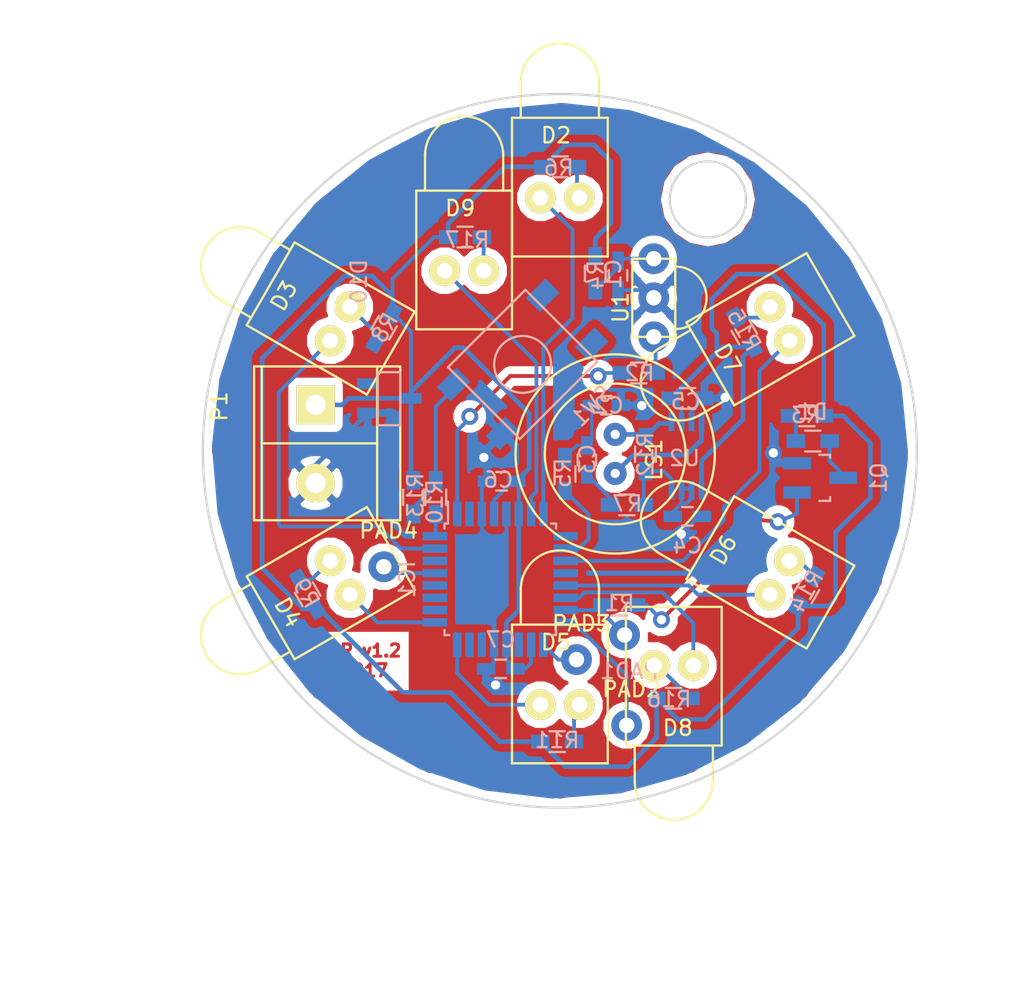
<source format=kicad_pcb>
(kicad_pcb (version 4) (host pcbnew 4.0.4+dfsg1-stable)

  (general
    (links 77)
    (no_connects 0)
    (area 126.746 84.0994 193.306701 148.742401)
    (thickness 1.6)
    (drawings 4)
    (tracks 260)
    (zones 0)
    (modules 45)
    (nets 51)
  )

  (page A4)
  (layers
    (0 F.Cu signal)
    (31 B.Cu signal)
    (32 B.Adhes user)
    (33 F.Adhes user)
    (34 B.Paste user)
    (35 F.Paste user)
    (36 B.SilkS user)
    (37 F.SilkS user)
    (38 B.Mask user)
    (39 F.Mask user)
    (40 Dwgs.User user)
    (41 Cmts.User user)
    (42 Eco1.User user)
    (43 Eco2.User user)
    (44 Edge.Cuts user)
    (45 Margin user)
    (46 B.CrtYd user)
    (47 F.CrtYd user)
    (48 B.Fab user)
    (49 F.Fab user)
  )

  (setup
    (last_trace_width 0.25)
    (user_trace_width 0.2)
    (user_trace_width 0.25)
    (user_trace_width 0.3)
    (trace_clearance 0.2)
    (zone_clearance 0.508)
    (zone_45_only no)
    (trace_min 0.2)
    (segment_width 0.2)
    (edge_width 0.15)
    (via_size 0.6)
    (via_drill 0.4)
    (via_min_size 0.4)
    (via_min_drill 0.3)
    (user_via 1.1 0.6)
    (uvia_size 0.3)
    (uvia_drill 0.1)
    (uvias_allowed no)
    (uvia_min_size 0.2)
    (uvia_min_drill 0.1)
    (pcb_text_width 0.3)
    (pcb_text_size 1.5 1.5)
    (mod_edge_width 0.15)
    (mod_text_size 1 1)
    (mod_text_width 0.15)
    (pad_size 1.524 1.524)
    (pad_drill 0.762)
    (pad_to_mask_clearance 0.2)
    (aux_axis_origin 163.1315 113.411)
    (visible_elements FFFFFF9F)
    (pcbplotparams
      (layerselection 0x3d000_80000001)
      (usegerberextensions true)
      (excludeedgelayer true)
      (linewidth 0.100000)
      (plotframeref false)
      (viasonmask false)
      (mode 1)
      (useauxorigin true)
      (hpglpennumber 1)
      (hpglpenspeed 20)
      (hpglpendiameter 15)
      (hpglpenoverlay 2)
      (psnegative false)
      (psa4output false)
      (plotreference true)
      (plotvalue true)
      (plotinvisibletext false)
      (padsonsilk false)
      (subtractmaskfromsilk false)
      (outputformat 1)
      (mirror false)
      (drillshape 0)
      (scaleselection 1)
      (outputdirectory Gerber1_2/))
  )

  (net 0 "")
  (net 1 "Net-(C1-Pad1)")
  (net 2 GND)
  (net 3 "Net-(C2-Pad2)")
  (net 4 "Net-(C3-Pad1)")
  (net 5 "Net-(C4-Pad1)")
  (net 6 +5V)
  (net 7 "Net-(D1-Pad1)")
  (net 8 "Net-(D1-Pad2)")
  (net 9 "Net-(D2-Pad2)")
  (net 10 "Net-(D3-Pad2)")
  (net 11 "Net-(D4-Pad2)")
  (net 12 "Net-(D5-Pad2)")
  (net 13 "Net-(D6-Pad2)")
  (net 14 "Net-(D7-Pad2)")
  (net 15 "Net-(D9-Pad2)")
  (net 16 /BTN0)
  (net 17 "Net-(IC1-Pad2)")
  (net 18 /IRLED)
  (net 19 /IR_REC)
  (net 20 /AUDIO)
  (net 21 /MISO)
  (net 22 /SCK)
  (net 23 "Net-(IC1-Pad19)")
  (net 24 "Net-(IC1-Pad22)")
  (net 25 /~RESET)
  (net 26 "Net-(LS1-Pad1)")
  (net 27 "Net-(LS1-Pad2)")
  (net 28 "Net-(Q1-Pad1)")
  (net 29 "Net-(R2-Pad2)")
  (net 30 "Net-(R12-Pad1)")
  (net 31 "Net-(R10-Pad1)")
  (net 32 "Net-(D8-Pad2)")
  (net 33 "Net-(SW1-Pad3)")
  (net 34 "Net-(SW1-Pad1)")
  (net 35 /LED0)
  (net 36 /LED1)
  (net 37 /LED2)
  (net 38 /LED3)
  (net 39 /LED4)
  (net 40 /LED5)
  (net 41 /LED6)
  (net 42 /LED7)
  (net 43 "Net-(IC1-Pad27)")
  (net 44 "Net-(IC1-Pad30)")
  (net 45 "Net-(IC1-Pad26)")
  (net 46 "Net-(IC1-Pad28)")
  (net 47 "Net-(IC1-Pad23)")
  (net 48 "Net-(IC1-Pad12)")
  (net 49 "Net-(IC1-Pad9)")
  (net 50 "Net-(D10-Pad2)")

  (net_class Default "This is the default net class."
    (clearance 0.2)
    (trace_width 0.25)
    (via_dia 0.6)
    (via_drill 0.4)
    (uvia_dia 0.3)
    (uvia_drill 0.1)
    (add_net +5V)
    (add_net /AUDIO)
    (add_net /BTN0)
    (add_net /IRLED)
    (add_net /IR_REC)
    (add_net /LED0)
    (add_net /LED1)
    (add_net /LED2)
    (add_net /LED3)
    (add_net /LED4)
    (add_net /LED5)
    (add_net /LED6)
    (add_net /LED7)
    (add_net /MISO)
    (add_net /SCK)
    (add_net /~RESET)
    (add_net GND)
    (add_net "Net-(C1-Pad1)")
    (add_net "Net-(C2-Pad2)")
    (add_net "Net-(C3-Pad1)")
    (add_net "Net-(C4-Pad1)")
    (add_net "Net-(D1-Pad1)")
    (add_net "Net-(D1-Pad2)")
    (add_net "Net-(D10-Pad2)")
    (add_net "Net-(D2-Pad2)")
    (add_net "Net-(D3-Pad2)")
    (add_net "Net-(D4-Pad2)")
    (add_net "Net-(D5-Pad2)")
    (add_net "Net-(D6-Pad2)")
    (add_net "Net-(D7-Pad2)")
    (add_net "Net-(D8-Pad2)")
    (add_net "Net-(D9-Pad2)")
    (add_net "Net-(IC1-Pad12)")
    (add_net "Net-(IC1-Pad19)")
    (add_net "Net-(IC1-Pad2)")
    (add_net "Net-(IC1-Pad22)")
    (add_net "Net-(IC1-Pad23)")
    (add_net "Net-(IC1-Pad26)")
    (add_net "Net-(IC1-Pad27)")
    (add_net "Net-(IC1-Pad28)")
    (add_net "Net-(IC1-Pad30)")
    (add_net "Net-(IC1-Pad9)")
    (add_net "Net-(LS1-Pad1)")
    (add_net "Net-(LS1-Pad2)")
    (add_net "Net-(Q1-Pad1)")
    (add_net "Net-(R10-Pad1)")
    (add_net "Net-(R12-Pad1)")
    (add_net "Net-(R2-Pad2)")
    (add_net "Net-(SW1-Pad1)")
    (add_net "Net-(SW1-Pad3)")
  )

  (module LED_okrasek:PAD (layer F.Cu) (tedit 584F1E61) (tstamp 584E86E1)
    (at 151.68626 120.95226)
    (path /584E5D35)
    (fp_text reference PAD4 (at 0.3175 -2.3495) (layer F.SilkS)
      (effects (font (size 1 1) (thickness 0.15)))
    )
    (fp_text value PAD (at 0.127 2.032) (layer F.Fab)
      (effects (font (size 1 1) (thickness 0.15)))
    )
    (pad 1 thru_hole circle (at 0 0) (size 2 2) (drill 1) (layers *.Cu *.Mask)
      (net 25 /~RESET))
  )

  (module LED_okrasek:R_0603_HandSoldering (layer B.Cu) (tedit 585C575F) (tstamp 584EC996)
    (at 163.46678 114.9223 90)
    (descr "Resistor SMD 0603, hand soldering")
    (tags "resistor 0603")
    (path /584C91FB)
    (attr smd)
    (fp_text reference R5 (at 0.07112 -0.13716 90) (layer B.SilkS)
      (effects (font (size 1 1) (thickness 0.15)) (justify mirror))
    )
    (fp_text value 220 (at 0.15494 -0.08128 90) (layer B.Fab)
      (effects (font (size 1 1) (thickness 0.15)) (justify mirror))
    )
    (fp_line (start -2 0.8) (end 2 0.8) (layer B.CrtYd) (width 0.05))
    (fp_line (start -2 -0.8) (end 2 -0.8) (layer B.CrtYd) (width 0.05))
    (fp_line (start -2 0.8) (end -2 -0.8) (layer B.CrtYd) (width 0.05))
    (fp_line (start 2 0.8) (end 2 -0.8) (layer B.CrtYd) (width 0.05))
    (fp_line (start 0.5 -0.675) (end -0.5 -0.675) (layer B.SilkS) (width 0.15))
    (fp_line (start -0.5 0.675) (end 0.5 0.675) (layer B.SilkS) (width 0.15))
    (pad 1 smd rect (at -1.1 0 90) (size 1.2 0.9) (layers B.Cu B.Paste B.Mask)
      (net 20 /AUDIO))
    (pad 2 smd rect (at 1.1 0 90) (size 1.2 0.9) (layers B.Cu B.Paste B.Mask)
      (net 3 "Net-(C2-Pad2)"))
    (model Resistors_SMD.3dshapes/R_0603_HandSoldering.wrl
      (at (xyz 0 0 0))
      (scale (xyz 1 1 1))
      (rotate (xyz 0 0 0))
    )
  )

  (module LED_okrasek:Speaker (layer F.Cu) (tedit 584D238D) (tstamp 584E8106)
    (at 166.7256 113.6142 270)
    (path /587374AE)
    (fp_text reference LS1 (at 0.381 -2.54 270) (layer F.SilkS)
      (effects (font (size 1 1) (thickness 0.15)))
    )
    (fp_text value speaker (at 0.508 2.667 270) (layer F.Fab)
      (effects (font (size 1 1) (thickness 0.15)))
    )
    (fp_circle (center 0 0) (end 6.477 0) (layer F.SilkS) (width 0.15))
    (fp_circle (center 0 0) (end 4.572 0) (layer F.SilkS) (width 0.15))
    (pad 1 thru_hole circle (at -1.27 0 270) (size 1.5 1.5) (drill 0.6) (layers *.Cu *.Mask)
      (net 26 "Net-(LS1-Pad1)"))
    (pad 2 thru_hole circle (at 1.27 0 270) (size 1.5 1.5) (drill 0.6) (layers *.Cu *.Mask)
      (net 27 "Net-(LS1-Pad2)"))
  )

  (module LED_okrasek:CONN_2x1x5.08 (layer F.Cu) (tedit 57BE0B79) (tstamp 584E8115)
    (at 147.2565 110.4265 270)
    (path /584CAF40)
    (fp_text reference P1 (at 0.1 6.25 270) (layer F.SilkS)
      (effects (font (size 1 1) (thickness 0.15)))
    )
    (fp_text value CONN_01X02 (at 1.1 -7.4 270) (layer F.Fab)
      (effects (font (size 1 1) (thickness 0.15)))
    )
    (fp_line (start 2.5 -4) (end 2.5 3.5) (layer F.SilkS) (width 0.15))
    (fp_line (start -2.5 3.5) (end 7.5 3.5) (layer F.SilkS) (width 0.15))
    (fp_line (start -2.5 -4) (end 7.5 -4) (layer F.SilkS) (width 0.15))
    (fp_line (start -2.5 0) (end -2.5 4) (layer F.SilkS) (width 0.15))
    (fp_line (start -2.5 4) (end 7.5 4) (layer F.SilkS) (width 0.15))
    (fp_line (start 7.5 4) (end 7.5 0) (layer F.SilkS) (width 0.15))
    (fp_line (start 7.5 0) (end 7.5 -5.5) (layer F.SilkS) (width 0.15))
    (fp_line (start 7.5 -5.5) (end -2.5 -5.5) (layer F.SilkS) (width 0.15))
    (fp_line (start -2.5 -5.5) (end -2.5 0) (layer F.SilkS) (width 0.15))
    (pad 1 thru_hole rect (at 0 0 270) (size 2.5 2.5) (drill 1.3) (layers *.Cu *.Mask F.SilkS)
      (net 6 +5V))
    (pad 2 thru_hole circle (at 5.08 0 270) (size 2.5 2.5) (drill 1.3) (layers *.Cu *.Mask F.SilkS)
      (net 2 GND))
  )

  (module LED_okrasek:SOT-23_Handsoldering (layer B.Cu) (tedit 54E9291B) (tstamp 584E8120)
    (at 180.04536 115.16868 90)
    (descr "SOT-23, Handsoldering")
    (tags SOT-23)
    (path /584D9F6D)
    (attr smd)
    (fp_text reference Q1 (at 0 3.81 90) (layer B.SilkS)
      (effects (font (size 1 1) (thickness 0.15)) (justify mirror))
    )
    (fp_text value Q_NPN_BEC (at 0 -3.81 90) (layer B.Fab)
      (effects (font (size 1 1) (thickness 0.15)) (justify mirror))
    )
    (fp_line (start -1.49982 -0.0508) (end -1.49982 0.65024) (layer B.SilkS) (width 0.15))
    (fp_line (start -1.49982 0.65024) (end -1.2509 0.65024) (layer B.SilkS) (width 0.15))
    (fp_line (start 1.29916 0.65024) (end 1.49982 0.65024) (layer B.SilkS) (width 0.15))
    (fp_line (start 1.49982 0.65024) (end 1.49982 -0.0508) (layer B.SilkS) (width 0.15))
    (pad 1 smd rect (at -0.95 -1.50114 90) (size 0.8001 1.80086) (layers B.Cu B.Paste B.Mask)
      (net 28 "Net-(Q1-Pad1)"))
    (pad 2 smd rect (at 0.95 -1.50114 90) (size 0.8001 1.80086) (layers B.Cu B.Paste B.Mask)
      (net 2 GND))
    (pad 3 smd rect (at 0 1.50114 90) (size 0.8001 1.80086) (layers B.Cu B.Paste B.Mask)
      (net 7 "Net-(D1-Pad1)"))
    (model TO_SOT_Packages_SMD.3dshapes/SOT-23_Handsoldering.wrl
      (at (xyz 0 0 0))
      (scale (xyz 1 1 1))
      (rotate (xyz 0 0 0))
    )
  )

  (module LED_okrasek:TSOP (layer F.Cu) (tedit 584E7BDF) (tstamp 584E8205)
    (at 169.23258 103.46182 90)
    (path /584E80DA)
    (fp_text reference U1 (at -0.635 -2.159 90) (layer F.SilkS)
      (effects (font (size 1 1) (thickness 0.15)))
    )
    (fp_text value IR_RECEIVER (at 0.127 2.286 90) (layer F.Fab)
      (effects (font (size 1 1) (thickness 0.15)))
    )
    (fp_arc (start 0 1.397) (end 2.032 1.397) (angle 180) (layer F.SilkS) (width 0.15))
    (fp_line (start -2.54 -1.397) (end -2.54 1.397) (layer F.SilkS) (width 0.15))
    (fp_line (start -2.54 1.397) (end 2.54 1.397) (layer F.SilkS) (width 0.15))
    (fp_line (start 2.54 1.397) (end 2.54 -1.397) (layer F.SilkS) (width 0.15))
    (fp_line (start 2.54 -1.397) (end -2.54 -1.397) (layer F.SilkS) (width 0.15))
    (pad 1 thru_hole circle (at -2.54 0 90) (size 2 2) (drill 1) (layers *.Cu *.Mask)
      (net 29 "Net-(R2-Pad2)"))
    (pad 2 thru_hole circle (at 0 0 90) (size 2 2) (drill 1) (layers *.Cu *.Mask)
      (net 2 GND))
    (pad 3 thru_hole circle (at 2.54 0 90) (size 2 2) (drill 1) (layers *.Cu *.Mask)
      (net 1 "Net-(C1-Pad1)"))
  )

  (module LED_okrasek:C_0603_HandSoldering (layer B.Cu) (tedit 585C57E6) (tstamp 584EC933)
    (at 166.91356 102.00894 270)
    (descr "Capacitor SMD 0603, hand soldering")
    (tags "capacitor 0603")
    (path /584E8233)
    (attr smd)
    (fp_text reference C1 (at -0.0889 0.3048 270) (layer B.SilkS)
      (effects (font (size 1 1) (thickness 0.15)) (justify mirror))
    )
    (fp_text value 1u (at -0.127 0.0381 270) (layer B.Fab)
      (effects (font (size 1 1) (thickness 0.15)) (justify mirror))
    )
    (fp_line (start -1.85 0.75) (end 1.85 0.75) (layer B.CrtYd) (width 0.05))
    (fp_line (start -1.85 -0.75) (end 1.85 -0.75) (layer B.CrtYd) (width 0.05))
    (fp_line (start -1.85 0.75) (end -1.85 -0.75) (layer B.CrtYd) (width 0.05))
    (fp_line (start 1.85 0.75) (end 1.85 -0.75) (layer B.CrtYd) (width 0.05))
    (fp_line (start -0.35 0.6) (end 0.35 0.6) (layer B.SilkS) (width 0.15))
    (fp_line (start 0.35 -0.6) (end -0.35 -0.6) (layer B.SilkS) (width 0.15))
    (pad 1 smd rect (at -0.95 0 270) (size 1.2 0.75) (layers B.Cu B.Paste B.Mask)
      (net 1 "Net-(C1-Pad1)"))
    (pad 2 smd rect (at 0.95 0 270) (size 1.2 0.75) (layers B.Cu B.Paste B.Mask)
      (net 2 GND))
    (model Capacitors_SMD.3dshapes/C_0603_HandSoldering.wrl
      (at (xyz 0 0 0))
      (scale (xyz 1 1 1))
      (rotate (xyz 0 0 0))
    )
  )

  (module LED_okrasek:C_0603_HandSoldering (layer B.Cu) (tedit 585C574D) (tstamp 584EC93E)
    (at 166.1541 110.4519 180)
    (descr "Capacitor SMD 0603, hand soldering")
    (tags "capacitor 0603")
    (path /584C91B5)
    (attr smd)
    (fp_text reference C2 (at -0.1524 -0.01524 180) (layer B.SilkS)
      (effects (font (size 1 1) (thickness 0.15)) (justify mirror))
    )
    (fp_text value 100n (at 0.11176 0.20828 180) (layer B.Fab)
      (effects (font (size 1 1) (thickness 0.15)) (justify mirror))
    )
    (fp_line (start -1.85 0.75) (end 1.85 0.75) (layer B.CrtYd) (width 0.05))
    (fp_line (start -1.85 -0.75) (end 1.85 -0.75) (layer B.CrtYd) (width 0.05))
    (fp_line (start -1.85 0.75) (end -1.85 -0.75) (layer B.CrtYd) (width 0.05))
    (fp_line (start 1.85 0.75) (end 1.85 -0.75) (layer B.CrtYd) (width 0.05))
    (fp_line (start -0.35 0.6) (end 0.35 0.6) (layer B.SilkS) (width 0.15))
    (fp_line (start 0.35 -0.6) (end -0.35 -0.6) (layer B.SilkS) (width 0.15))
    (pad 1 smd rect (at -0.95 0 180) (size 1.2 0.75) (layers B.Cu B.Paste B.Mask)
      (net 2 GND))
    (pad 2 smd rect (at 0.95 0 180) (size 1.2 0.75) (layers B.Cu B.Paste B.Mask)
      (net 3 "Net-(C2-Pad2)"))
    (model Capacitors_SMD.3dshapes/C_0603_HandSoldering.wrl
      (at (xyz 0 0 0))
      (scale (xyz 1 1 1))
      (rotate (xyz 0 0 0))
    )
  )

  (module LED_okrasek:C_0603_HandSoldering (layer B.Cu) (tedit 541A9B4D) (tstamp 584EC949)
    (at 171.41952 117.67312)
    (descr "Capacitor SMD 0603, hand soldering")
    (tags "capacitor 0603")
    (path /584C7FD9)
    (attr smd)
    (fp_text reference C4 (at 0 1.9) (layer B.SilkS)
      (effects (font (size 1 1) (thickness 0.15)) (justify mirror))
    )
    (fp_text value 1u (at 0 -1.9) (layer B.Fab)
      (effects (font (size 1 1) (thickness 0.15)) (justify mirror))
    )
    (fp_line (start -1.85 0.75) (end 1.85 0.75) (layer B.CrtYd) (width 0.05))
    (fp_line (start -1.85 -0.75) (end 1.85 -0.75) (layer B.CrtYd) (width 0.05))
    (fp_line (start -1.85 0.75) (end -1.85 -0.75) (layer B.CrtYd) (width 0.05))
    (fp_line (start 1.85 0.75) (end 1.85 -0.75) (layer B.CrtYd) (width 0.05))
    (fp_line (start -0.35 0.6) (end 0.35 0.6) (layer B.SilkS) (width 0.15))
    (fp_line (start 0.35 -0.6) (end -0.35 -0.6) (layer B.SilkS) (width 0.15))
    (pad 1 smd rect (at -0.95 0) (size 1.2 0.75) (layers B.Cu B.Paste B.Mask)
      (net 5 "Net-(C4-Pad1)"))
    (pad 2 smd rect (at 0.95 0) (size 1.2 0.75) (layers B.Cu B.Paste B.Mask)
      (net 2 GND))
    (model Capacitors_SMD.3dshapes/C_0603_HandSoldering.wrl
      (at (xyz 0 0 0))
      (scale (xyz 1 1 1))
      (rotate (xyz 0 0 0))
    )
  )

  (module LED_okrasek:R_0603_HandSoldering (layer B.Cu) (tedit 585C57B8) (tstamp 584EC954)
    (at 171.4246 110.0074)
    (descr "Resistor SMD 0603, hand soldering")
    (tags "resistor 0603")
    (path /584C9508)
    (attr smd)
    (fp_text reference C5 (at -0.10668 0.19304) (layer B.SilkS)
      (effects (font (size 1 1) (thickness 0.15)) (justify mirror))
    )
    (fp_text value 1u (at -0.02286 0.0254) (layer B.Fab)
      (effects (font (size 1 1) (thickness 0.15)) (justify mirror))
    )
    (fp_line (start -2 0.8) (end 2 0.8) (layer B.CrtYd) (width 0.05))
    (fp_line (start -2 -0.8) (end 2 -0.8) (layer B.CrtYd) (width 0.05))
    (fp_line (start -2 0.8) (end -2 -0.8) (layer B.CrtYd) (width 0.05))
    (fp_line (start 2 0.8) (end 2 -0.8) (layer B.CrtYd) (width 0.05))
    (fp_line (start 0.5 -0.675) (end -0.5 -0.675) (layer B.SilkS) (width 0.15))
    (fp_line (start -0.5 0.675) (end 0.5 0.675) (layer B.SilkS) (width 0.15))
    (pad 1 smd rect (at -1.1 0) (size 1.2 0.9) (layers B.Cu B.Paste B.Mask)
      (net 6 +5V))
    (pad 2 smd rect (at 1.1 0) (size 1.2 0.9) (layers B.Cu B.Paste B.Mask)
      (net 2 GND))
    (model Resistors_SMD.3dshapes/R_0603_HandSoldering.wrl
      (at (xyz 0 0 0))
      (scale (xyz 1 1 1))
      (rotate (xyz 0 0 0))
    )
  )

  (module LED_okrasek:C_0603_HandSoldering (layer B.Cu) (tedit 585C582F) (tstamp 584EC95F)
    (at 159.34182 115.3922 180)
    (descr "Capacitor SMD 0603, hand soldering")
    (tags "capacitor 0603")
    (path /584E9CA4)
    (attr smd)
    (fp_text reference C6 (at 0.20574 0.09652 180) (layer B.SilkS)
      (effects (font (size 1 1) (thickness 0.15)) (justify mirror))
    )
    (fp_text value 1u (at -0.15748 0.06858 180) (layer B.Fab)
      (effects (font (size 1 1) (thickness 0.15)) (justify mirror))
    )
    (fp_line (start -1.85 0.75) (end 1.85 0.75) (layer B.CrtYd) (width 0.05))
    (fp_line (start -1.85 -0.75) (end 1.85 -0.75) (layer B.CrtYd) (width 0.05))
    (fp_line (start -1.85 0.75) (end -1.85 -0.75) (layer B.CrtYd) (width 0.05))
    (fp_line (start 1.85 0.75) (end 1.85 -0.75) (layer B.CrtYd) (width 0.05))
    (fp_line (start -0.35 0.6) (end 0.35 0.6) (layer B.SilkS) (width 0.15))
    (fp_line (start 0.35 -0.6) (end -0.35 -0.6) (layer B.SilkS) (width 0.15))
    (pad 1 smd rect (at -0.95 0 180) (size 1.2 0.75) (layers B.Cu B.Paste B.Mask)
      (net 6 +5V))
    (pad 2 smd rect (at 0.95 0 180) (size 1.2 0.75) (layers B.Cu B.Paste B.Mask)
      (net 2 GND))
    (model Capacitors_SMD.3dshapes/C_0603_HandSoldering.wrl
      (at (xyz 0 0 0))
      (scale (xyz 1 1 1))
      (rotate (xyz 0 0 0))
    )
  )

  (module LED_okrasek:R_0603_HandSoldering (layer B.Cu) (tedit 585C5735) (tstamp 584EC96A)
    (at 166.9923 123.444 180)
    (descr "Resistor SMD 0603, hand soldering")
    (tags "resistor 0603")
    (path /584D78BC)
    (attr smd)
    (fp_text reference R1 (at -0.0127 0.12446 180) (layer B.SilkS)
      (effects (font (size 1 1) (thickness 0.15)) (justify mirror))
    )
    (fp_text value 1k (at 0.10922 0.1651 180) (layer B.Fab)
      (effects (font (size 1 1) (thickness 0.15)) (justify mirror))
    )
    (fp_line (start -2 0.8) (end 2 0.8) (layer B.CrtYd) (width 0.05))
    (fp_line (start -2 -0.8) (end 2 -0.8) (layer B.CrtYd) (width 0.05))
    (fp_line (start -2 0.8) (end -2 -0.8) (layer B.CrtYd) (width 0.05))
    (fp_line (start 2 0.8) (end 2 -0.8) (layer B.CrtYd) (width 0.05))
    (fp_line (start 0.5 -0.675) (end -0.5 -0.675) (layer B.SilkS) (width 0.15))
    (fp_line (start -0.5 0.675) (end 0.5 0.675) (layer B.SilkS) (width 0.15))
    (pad 1 smd rect (at -1.1 0 180) (size 1.2 0.9) (layers B.Cu B.Paste B.Mask)
      (net 28 "Net-(Q1-Pad1)"))
    (pad 2 smd rect (at 1.1 0 180) (size 1.2 0.9) (layers B.Cu B.Paste B.Mask)
      (net 18 /IRLED))
    (model Resistors_SMD.3dshapes/R_0603_HandSoldering.wrl
      (at (xyz 0 0 0))
      (scale (xyz 1 1 1))
      (rotate (xyz 0 0 0))
    )
  )

  (module LED_okrasek:R_0603_HandSoldering (layer B.Cu) (tedit 585C5742) (tstamp 584EC975)
    (at 168.25468 108.35132)
    (descr "Resistor SMD 0603, hand soldering")
    (tags "resistor 0603")
    (path /584E8140)
    (attr smd)
    (fp_text reference R2 (at 0.05334 0.0127) (layer B.SilkS)
      (effects (font (size 1 1) (thickness 0.15)) (justify mirror))
    )
    (fp_text value 220 (at 0.0127 0.09398) (layer B.Fab)
      (effects (font (size 1 1) (thickness 0.15)) (justify mirror))
    )
    (fp_line (start -2 0.8) (end 2 0.8) (layer B.CrtYd) (width 0.05))
    (fp_line (start -2 -0.8) (end 2 -0.8) (layer B.CrtYd) (width 0.05))
    (fp_line (start -2 0.8) (end -2 -0.8) (layer B.CrtYd) (width 0.05))
    (fp_line (start 2 0.8) (end 2 -0.8) (layer B.CrtYd) (width 0.05))
    (fp_line (start 0.5 -0.675) (end -0.5 -0.675) (layer B.SilkS) (width 0.15))
    (fp_line (start -0.5 0.675) (end 0.5 0.675) (layer B.SilkS) (width 0.15))
    (pad 1 smd rect (at -1.1 0) (size 1.2 0.9) (layers B.Cu B.Paste B.Mask)
      (net 19 /IR_REC))
    (pad 2 smd rect (at 1.1 0) (size 1.2 0.9) (layers B.Cu B.Paste B.Mask)
      (net 29 "Net-(R2-Pad2)"))
    (model Resistors_SMD.3dshapes/R_0603_HandSoldering.wrl
      (at (xyz 0 0 0))
      (scale (xyz 1 1 1))
      (rotate (xyz 0 0 0))
    )
  )

  (module LED_okrasek:R_0603_HandSoldering (layer B.Cu) (tedit 585C570C) (tstamp 584EC980)
    (at 179.1843 111.1377 180)
    (descr "Resistor SMD 0603, hand soldering")
    (tags "resistor 0603")
    (path /584D776E)
    (attr smd)
    (fp_text reference R3 (at 0.05842 0.0508 180) (layer B.SilkS)
      (effects (font (size 1 1) (thickness 0.15)) (justify mirror))
    )
    (fp_text value 190 (at 0.01778 0.0508 180) (layer B.Fab)
      (effects (font (size 1 1) (thickness 0.15)) (justify mirror))
    )
    (fp_line (start -2 0.8) (end 2 0.8) (layer B.CrtYd) (width 0.05))
    (fp_line (start -2 -0.8) (end 2 -0.8) (layer B.CrtYd) (width 0.05))
    (fp_line (start -2 0.8) (end -2 -0.8) (layer B.CrtYd) (width 0.05))
    (fp_line (start 2 0.8) (end 2 -0.8) (layer B.CrtYd) (width 0.05))
    (fp_line (start 0.5 -0.675) (end -0.5 -0.675) (layer B.SilkS) (width 0.15))
    (fp_line (start -0.5 0.675) (end 0.5 0.675) (layer B.SilkS) (width 0.15))
    (pad 1 smd rect (at -1.1 0 180) (size 1.2 0.9) (layers B.Cu B.Paste B.Mask)
      (net 6 +5V))
    (pad 2 smd rect (at 1.1 0 180) (size 1.2 0.9) (layers B.Cu B.Paste B.Mask)
      (net 8 "Net-(D1-Pad2)"))
    (model Resistors_SMD.3dshapes/R_0603_HandSoldering.wrl
      (at (xyz 0 0 0))
      (scale (xyz 1 1 1))
      (rotate (xyz 0 0 0))
    )
  )

  (module LED_okrasek:R_0603_HandSoldering (layer B.Cu) (tedit 585C57C4) (tstamp 584EC98B)
    (at 165.43274 101.86924 270)
    (descr "Resistor SMD 0603, hand soldering")
    (tags "resistor 0603")
    (path /584E82B2)
    (attr smd)
    (fp_text reference R4 (at 0.11176 -0.02794 270) (layer B.SilkS)
      (effects (font (size 1 1) (thickness 0.15)) (justify mirror))
    )
    (fp_text value 500 (at -0.16764 -0.16764 270) (layer B.Fab)
      (effects (font (size 1 1) (thickness 0.15)) (justify mirror))
    )
    (fp_line (start -2 0.8) (end 2 0.8) (layer B.CrtYd) (width 0.05))
    (fp_line (start -2 -0.8) (end 2 -0.8) (layer B.CrtYd) (width 0.05))
    (fp_line (start -2 0.8) (end -2 -0.8) (layer B.CrtYd) (width 0.05))
    (fp_line (start 2 0.8) (end 2 -0.8) (layer B.CrtYd) (width 0.05))
    (fp_line (start 0.5 -0.675) (end -0.5 -0.675) (layer B.SilkS) (width 0.15))
    (fp_line (start -0.5 0.675) (end 0.5 0.675) (layer B.SilkS) (width 0.15))
    (pad 1 smd rect (at -1.1 0 270) (size 1.2 0.9) (layers B.Cu B.Paste B.Mask)
      (net 6 +5V))
    (pad 2 smd rect (at 1.1 0 270) (size 1.2 0.9) (layers B.Cu B.Paste B.Mask)
      (net 1 "Net-(C1-Pad1)"))
    (model Resistors_SMD.3dshapes/R_0603_HandSoldering.wrl
      (at (xyz 0 0 0))
      (scale (xyz 1 1 1))
      (rotate (xyz 0 0 0))
    )
  )

  (module LED_okrasek:R_0603_HandSoldering (layer B.Cu) (tedit 585C56F4) (tstamp 584EC9A1)
    (at 163.1442 94.9452)
    (descr "Resistor SMD 0603, hand soldering")
    (tags "resistor 0603")
    (path /584CA4C9)
    (attr smd)
    (fp_text reference R6 (at -0.08636 0.06096) (layer B.SilkS)
      (effects (font (size 1 1) (thickness 0.15)) (justify mirror))
    )
    (fp_text value 220 (at -0.20828 -0.06096) (layer B.Fab)
      (effects (font (size 1 1) (thickness 0.15)) (justify mirror))
    )
    (fp_line (start -2 0.8) (end 2 0.8) (layer B.CrtYd) (width 0.05))
    (fp_line (start -2 -0.8) (end 2 -0.8) (layer B.CrtYd) (width 0.05))
    (fp_line (start -2 0.8) (end -2 -0.8) (layer B.CrtYd) (width 0.05))
    (fp_line (start 2 0.8) (end 2 -0.8) (layer B.CrtYd) (width 0.05))
    (fp_line (start 0.5 -0.675) (end -0.5 -0.675) (layer B.SilkS) (width 0.15))
    (fp_line (start -0.5 0.675) (end 0.5 0.675) (layer B.SilkS) (width 0.15))
    (pad 1 smd rect (at -1.1 0) (size 1.2 0.9) (layers B.Cu B.Paste B.Mask)
      (net 6 +5V))
    (pad 2 smd rect (at 1.1 0) (size 1.2 0.9) (layers B.Cu B.Paste B.Mask)
      (net 9 "Net-(D2-Pad2)"))
    (model Resistors_SMD.3dshapes/R_0603_HandSoldering.wrl
      (at (xyz 0 0 0))
      (scale (xyz 1 1 1))
      (rotate (xyz 0 0 0))
    )
  )

  (module LED_okrasek:R_0603_HandSoldering (layer B.Cu) (tedit 585C5781) (tstamp 584EC9AC)
    (at 167.4876 116.9289)
    (descr "Resistor SMD 0603, hand soldering")
    (tags "resistor 0603")
    (path /584C910C)
    (attr smd)
    (fp_text reference R7 (at 0.03048 -0.07874) (layer B.SilkS)
      (effects (font (size 1 1) (thickness 0.15)) (justify mirror))
    )
    (fp_text value 10k (at 0.00254 -0.21844) (layer B.Fab)
      (effects (font (size 1 1) (thickness 0.15)) (justify mirror))
    )
    (fp_line (start -2 0.8) (end 2 0.8) (layer B.CrtYd) (width 0.05))
    (fp_line (start -2 -0.8) (end 2 -0.8) (layer B.CrtYd) (width 0.05))
    (fp_line (start -2 0.8) (end -2 -0.8) (layer B.CrtYd) (width 0.05))
    (fp_line (start 2 0.8) (end 2 -0.8) (layer B.CrtYd) (width 0.05))
    (fp_line (start 0.5 -0.675) (end -0.5 -0.675) (layer B.SilkS) (width 0.15))
    (fp_line (start -0.5 0.675) (end 0.5 0.675) (layer B.SilkS) (width 0.15))
    (pad 1 smd rect (at -1.1 0) (size 1.2 0.9) (layers B.Cu B.Paste B.Mask)
      (net 4 "Net-(C3-Pad1)"))
    (pad 2 smd rect (at 1.1 0) (size 1.2 0.9) (layers B.Cu B.Paste B.Mask)
      (net 30 "Net-(R12-Pad1)"))
    (model Resistors_SMD.3dshapes/R_0603_HandSoldering.wrl
      (at (xyz 0 0 0))
      (scale (xyz 1 1 1))
      (rotate (xyz 0 0 0))
    )
  )

  (module LED_okrasek:R_0603_HandSoldering (layer B.Cu) (tedit 585C5829) (tstamp 584EC9B7)
    (at 151.7015 105.41 240)
    (descr "Resistor SMD 0603, hand soldering")
    (tags "resistor 0603")
    (path /584CA59C)
    (attr smd)
    (fp_text reference R8 (at -0.013721 -0.039005 240) (layer B.SilkS)
      (effects (font (size 1 1) (thickness 0.15)) (justify mirror))
    )
    (fp_text value 220 (at -0.179355 0.121148 240) (layer B.Fab)
      (effects (font (size 1 1) (thickness 0.15)) (justify mirror))
    )
    (fp_line (start -2 0.8) (end 2 0.8) (layer B.CrtYd) (width 0.05))
    (fp_line (start -2 -0.8) (end 2 -0.8) (layer B.CrtYd) (width 0.05))
    (fp_line (start -2 0.8) (end -2 -0.8) (layer B.CrtYd) (width 0.05))
    (fp_line (start 2 0.8) (end 2 -0.8) (layer B.CrtYd) (width 0.05))
    (fp_line (start 0.5 -0.675) (end -0.5 -0.675) (layer B.SilkS) (width 0.15))
    (fp_line (start -0.5 0.675) (end 0.5 0.675) (layer B.SilkS) (width 0.15))
    (pad 1 smd rect (at -1.1 0 240) (size 1.2 0.9) (layers B.Cu B.Paste B.Mask)
      (net 6 +5V))
    (pad 2 smd rect (at 1.1 0 240) (size 1.2 0.9) (layers B.Cu B.Paste B.Mask)
      (net 10 "Net-(D3-Pad2)"))
    (model Resistors_SMD.3dshapes/R_0603_HandSoldering.wrl
      (at (xyz 0 0 0))
      (scale (xyz 1 1 1))
      (rotate (xyz 0 0 0))
    )
  )

  (module LED_okrasek:R_0603_HandSoldering (layer B.Cu) (tedit 585C581C) (tstamp 584EC9C2)
    (at 146.74088 122.74042 120)
    (descr "Resistor SMD 0603, hand soldering")
    (tags "resistor 0603")
    (path /584CA602)
    (attr smd)
    (fp_text reference R9 (at 0.11938 -0.05588 120) (layer B.SilkS)
      (effects (font (size 1 1) (thickness 0.15)) (justify mirror))
    )
    (fp_text value 220 (at -0.3556 0.16764 120) (layer B.Fab)
      (effects (font (size 1 1) (thickness 0.15)) (justify mirror))
    )
    (fp_line (start -2 0.8) (end 2 0.8) (layer B.CrtYd) (width 0.05))
    (fp_line (start -2 -0.8) (end 2 -0.8) (layer B.CrtYd) (width 0.05))
    (fp_line (start -2 0.8) (end -2 -0.8) (layer B.CrtYd) (width 0.05))
    (fp_line (start 2 0.8) (end 2 -0.8) (layer B.CrtYd) (width 0.05))
    (fp_line (start 0.5 -0.675) (end -0.5 -0.675) (layer B.SilkS) (width 0.15))
    (fp_line (start -0.5 0.675) (end 0.5 0.675) (layer B.SilkS) (width 0.15))
    (pad 1 smd rect (at -1.1 0 120) (size 1.2 0.9) (layers B.Cu B.Paste B.Mask)
      (net 6 +5V))
    (pad 2 smd rect (at 1.1 0 120) (size 1.2 0.9) (layers B.Cu B.Paste B.Mask)
      (net 11 "Net-(D4-Pad2)"))
    (model Resistors_SMD.3dshapes/R_0603_HandSoldering.wrl
      (at (xyz 0 0 0))
      (scale (xyz 1 1 1))
      (rotate (xyz 0 0 0))
    )
  )

  (module LED_okrasek:R_0603_HandSoldering (layer B.Cu) (tedit 585C5817) (tstamp 584EC9CD)
    (at 155.067 116.4336 270)
    (descr "Resistor SMD 0603, hand soldering")
    (tags "resistor 0603")
    (path /584D1953)
    (attr smd)
    (fp_text reference R10 (at 0.28194 0.07112 270) (layer B.SilkS)
      (effects (font (size 1 1) (thickness 0.15)) (justify mirror))
    )
    (fp_text value 220 (at -0.05334 -0.26416 270) (layer B.Fab)
      (effects (font (size 1 1) (thickness 0.15)) (justify mirror))
    )
    (fp_line (start -2 0.8) (end 2 0.8) (layer B.CrtYd) (width 0.05))
    (fp_line (start -2 -0.8) (end 2 -0.8) (layer B.CrtYd) (width 0.05))
    (fp_line (start -2 0.8) (end -2 -0.8) (layer B.CrtYd) (width 0.05))
    (fp_line (start 2 0.8) (end 2 -0.8) (layer B.CrtYd) (width 0.05))
    (fp_line (start 0.5 -0.675) (end -0.5 -0.675) (layer B.SilkS) (width 0.15))
    (fp_line (start -0.5 0.675) (end 0.5 0.675) (layer B.SilkS) (width 0.15))
    (pad 1 smd rect (at -1.1 0 270) (size 1.2 0.9) (layers B.Cu B.Paste B.Mask)
      (net 31 "Net-(R10-Pad1)"))
    (pad 2 smd rect (at 1.1 0 270) (size 1.2 0.9) (layers B.Cu B.Paste B.Mask)
      (net 16 /BTN0))
    (model Resistors_SMD.3dshapes/R_0603_HandSoldering.wrl
      (at (xyz 0 0 0))
      (scale (xyz 1 1 1))
      (rotate (xyz 0 0 0))
    )
  )

  (module LED_okrasek:R_0603_HandSoldering (layer B.Cu) (tedit 585C57FE) (tstamp 584EC9D8)
    (at 162.9537 132.3213)
    (descr "Resistor SMD 0603, hand soldering")
    (tags "resistor 0603")
    (path /584CA659)
    (attr smd)
    (fp_text reference R11 (at 0.00254 -0.09652) (layer B.SilkS)
      (effects (font (size 1 1) (thickness 0.15)) (justify mirror))
    )
    (fp_text value 220 (at 0.05842 -0.04064) (layer B.Fab)
      (effects (font (size 1 1) (thickness 0.15)) (justify mirror))
    )
    (fp_line (start -2 0.8) (end 2 0.8) (layer B.CrtYd) (width 0.05))
    (fp_line (start -2 -0.8) (end 2 -0.8) (layer B.CrtYd) (width 0.05))
    (fp_line (start -2 0.8) (end -2 -0.8) (layer B.CrtYd) (width 0.05))
    (fp_line (start 2 0.8) (end 2 -0.8) (layer B.CrtYd) (width 0.05))
    (fp_line (start 0.5 -0.675) (end -0.5 -0.675) (layer B.SilkS) (width 0.15))
    (fp_line (start -0.5 0.675) (end 0.5 0.675) (layer B.SilkS) (width 0.15))
    (pad 1 smd rect (at -1.1 0) (size 1.2 0.9) (layers B.Cu B.Paste B.Mask)
      (net 6 +5V))
    (pad 2 smd rect (at 1.1 0) (size 1.2 0.9) (layers B.Cu B.Paste B.Mask)
      (net 12 "Net-(D5-Pad2)"))
    (model Resistors_SMD.3dshapes/R_0603_HandSoldering.wrl
      (at (xyz 0 0 0))
      (scale (xyz 1 1 1))
      (rotate (xyz 0 0 0))
    )
  )

  (module LED_okrasek:R_0603_HandSoldering (layer B.Cu) (tedit 585C577D) (tstamp 584EC9E3)
    (at 168.6941 113.6269 90)
    (descr "Resistor SMD 0603, hand soldering")
    (tags "resistor 0603")
    (path /584C8090)
    (attr smd)
    (fp_text reference R12 (at -0.01016 -0.00254 90) (layer B.SilkS)
      (effects (font (size 1 1) (thickness 0.15)) (justify mirror))
    )
    (fp_text value 10k (at -0.06604 0.08128 90) (layer B.Fab)
      (effects (font (size 1 1) (thickness 0.15)) (justify mirror))
    )
    (fp_line (start -2 0.8) (end 2 0.8) (layer B.CrtYd) (width 0.05))
    (fp_line (start -2 -0.8) (end 2 -0.8) (layer B.CrtYd) (width 0.05))
    (fp_line (start -2 0.8) (end -2 -0.8) (layer B.CrtYd) (width 0.05))
    (fp_line (start 2 0.8) (end 2 -0.8) (layer B.CrtYd) (width 0.05))
    (fp_line (start 0.5 -0.675) (end -0.5 -0.675) (layer B.SilkS) (width 0.15))
    (fp_line (start -0.5 0.675) (end 0.5 0.675) (layer B.SilkS) (width 0.15))
    (pad 1 smd rect (at -1.1 0 90) (size 1.2 0.9) (layers B.Cu B.Paste B.Mask)
      (net 30 "Net-(R12-Pad1)"))
    (pad 2 smd rect (at 1.1 0 90) (size 1.2 0.9) (layers B.Cu B.Paste B.Mask)
      (net 26 "Net-(LS1-Pad1)"))
    (model Resistors_SMD.3dshapes/R_0603_HandSoldering.wrl
      (at (xyz 0 0 0))
      (scale (xyz 1 1 1))
      (rotate (xyz 0 0 0))
    )
  )

  (module LED_okrasek:R_0603_HandSoldering (layer B.Cu) (tedit 585C5810) (tstamp 584EC9EE)
    (at 153.6192 116.4336 90)
    (descr "Resistor SMD 0603, hand soldering")
    (tags "resistor 0603")
    (path /584D1A46)
    (attr smd)
    (fp_text reference R13 (at 0.14478 0.127 90) (layer B.SilkS)
      (effects (font (size 1 1) (thickness 0.15)) (justify mirror))
    )
    (fp_text value 10k (at 0.03302 -0.0127 90) (layer B.Fab)
      (effects (font (size 1 1) (thickness 0.15)) (justify mirror))
    )
    (fp_line (start -2 0.8) (end 2 0.8) (layer B.CrtYd) (width 0.05))
    (fp_line (start -2 -0.8) (end 2 -0.8) (layer B.CrtYd) (width 0.05))
    (fp_line (start -2 0.8) (end -2 -0.8) (layer B.CrtYd) (width 0.05))
    (fp_line (start 2 0.8) (end 2 -0.8) (layer B.CrtYd) (width 0.05))
    (fp_line (start 0.5 -0.675) (end -0.5 -0.675) (layer B.SilkS) (width 0.15))
    (fp_line (start -0.5 0.675) (end 0.5 0.675) (layer B.SilkS) (width 0.15))
    (pad 1 smd rect (at -1.1 0 90) (size 1.2 0.9) (layers B.Cu B.Paste B.Mask)
      (net 31 "Net-(R10-Pad1)"))
    (pad 2 smd rect (at 1.1 0 90) (size 1.2 0.9) (layers B.Cu B.Paste B.Mask)
      (net 6 +5V))
    (model Resistors_SMD.3dshapes/R_0603_HandSoldering.wrl
      (at (xyz 0 0 0))
      (scale (xyz 1 1 1))
      (rotate (xyz 0 0 0))
    )
  )

  (module LED_okrasek:R_0603_HandSoldering (layer B.Cu) (tedit 585C57ED) (tstamp 584EC9F9)
    (at 179.16144 122.54992 60)
    (descr "Resistor SMD 0603, hand soldering")
    (tags "resistor 0603")
    (path /584CA6B7)
    (attr smd)
    (fp_text reference R14 (at -0.00635 -0.010999 60) (layer B.SilkS)
      (effects (font (size 1 1) (thickness 0.15)) (justify mirror))
    )
    (fp_text value 220 (at 0.030382 -0.252176 60) (layer B.Fab)
      (effects (font (size 1 1) (thickness 0.15)) (justify mirror))
    )
    (fp_line (start -2 0.8) (end 2 0.8) (layer B.CrtYd) (width 0.05))
    (fp_line (start -2 -0.8) (end 2 -0.8) (layer B.CrtYd) (width 0.05))
    (fp_line (start -2 0.8) (end -2 -0.8) (layer B.CrtYd) (width 0.05))
    (fp_line (start 2 0.8) (end 2 -0.8) (layer B.CrtYd) (width 0.05))
    (fp_line (start 0.5 -0.675) (end -0.5 -0.675) (layer B.SilkS) (width 0.15))
    (fp_line (start -0.5 0.675) (end 0.5 0.675) (layer B.SilkS) (width 0.15))
    (pad 1 smd rect (at -1.1 0 60) (size 1.2 0.9) (layers B.Cu B.Paste B.Mask)
      (net 6 +5V))
    (pad 2 smd rect (at 1.1 0 60) (size 1.2 0.9) (layers B.Cu B.Paste B.Mask)
      (net 13 "Net-(D6-Pad2)"))
    (model Resistors_SMD.3dshapes/R_0603_HandSoldering.wrl
      (at (xyz 0 0 0))
      (scale (xyz 1 1 1))
      (rotate (xyz 0 0 0))
    )
  )

  (module LED_okrasek:R_0603_HandSoldering (layer B.Cu) (tedit 585C57CB) (tstamp 584ECA04)
    (at 175.11776 105.70464 120)
    (descr "Resistor SMD 0603, hand soldering")
    (tags "resistor 0603")
    (path /584CA716)
    (attr smd)
    (fp_text reference R15 (at 0.141553 0.049463 120) (layer B.SilkS)
      (effects (font (size 1 1) (thickness 0.15)) (justify mirror))
    )
    (fp_text value 220 (at -0.116335 -0.052501 120) (layer B.Fab)
      (effects (font (size 1 1) (thickness 0.15)) (justify mirror))
    )
    (fp_line (start -2 0.8) (end 2 0.8) (layer B.CrtYd) (width 0.05))
    (fp_line (start -2 -0.8) (end 2 -0.8) (layer B.CrtYd) (width 0.05))
    (fp_line (start -2 0.8) (end -2 -0.8) (layer B.CrtYd) (width 0.05))
    (fp_line (start 2 0.8) (end 2 -0.8) (layer B.CrtYd) (width 0.05))
    (fp_line (start 0.5 -0.675) (end -0.5 -0.675) (layer B.SilkS) (width 0.15))
    (fp_line (start -0.5 0.675) (end 0.5 0.675) (layer B.SilkS) (width 0.15))
    (pad 1 smd rect (at -1.1 0 120) (size 1.2 0.9) (layers B.Cu B.Paste B.Mask)
      (net 6 +5V))
    (pad 2 smd rect (at 1.1 0 120) (size 1.2 0.9) (layers B.Cu B.Paste B.Mask)
      (net 14 "Net-(D7-Pad2)"))
    (model Resistors_SMD.3dshapes/R_0603_HandSoldering.wrl
      (at (xyz 0 0 0))
      (scale (xyz 1 1 1))
      (rotate (xyz 0 0 0))
    )
  )

  (module LED_okrasek:R_0603_HandSoldering (layer B.Cu) (tedit 585C57F4) (tstamp 584ECA0F)
    (at 170.51782 129.5019)
    (descr "Resistor SMD 0603, hand soldering")
    (tags "resistor 0603")
    (path /584CA776)
    (attr smd)
    (fp_text reference R16 (at -0.2921 0.0635) (layer B.SilkS)
      (effects (font (size 1 1) (thickness 0.15)) (justify mirror))
    )
    (fp_text value 220 (at 0.2413 -0.127) (layer B.Fab)
      (effects (font (size 1 1) (thickness 0.15)) (justify mirror))
    )
    (fp_line (start -2 0.8) (end 2 0.8) (layer B.CrtYd) (width 0.05))
    (fp_line (start -2 -0.8) (end 2 -0.8) (layer B.CrtYd) (width 0.05))
    (fp_line (start -2 0.8) (end -2 -0.8) (layer B.CrtYd) (width 0.05))
    (fp_line (start 2 0.8) (end 2 -0.8) (layer B.CrtYd) (width 0.05))
    (fp_line (start 0.5 -0.675) (end -0.5 -0.675) (layer B.SilkS) (width 0.15))
    (fp_line (start -0.5 0.675) (end 0.5 0.675) (layer B.SilkS) (width 0.15))
    (pad 1 smd rect (at -1.1 0) (size 1.2 0.9) (layers B.Cu B.Paste B.Mask)
      (net 6 +5V))
    (pad 2 smd rect (at 1.1 0) (size 1.2 0.9) (layers B.Cu B.Paste B.Mask)
      (net 32 "Net-(D8-Pad2)"))
    (model Resistors_SMD.3dshapes/R_0603_HandSoldering.wrl
      (at (xyz 0 0 0))
      (scale (xyz 1 1 1))
      (rotate (xyz 0 0 0))
    )
  )

  (module LED_okrasek:R_0603_HandSoldering (layer B.Cu) (tedit 585C5831) (tstamp 584ECA1A)
    (at 156.972 99.5172)
    (descr "Resistor SMD 0603, hand soldering")
    (tags "resistor 0603")
    (path /584CA80B)
    (attr smd)
    (fp_text reference R17 (at 0.13462 0.17272) (layer B.SilkS)
      (effects (font (size 1 1) (thickness 0.15)) (justify mirror))
    )
    (fp_text value 220 (at -0.3556 -0.0381) (layer B.Fab)
      (effects (font (size 1 1) (thickness 0.15)) (justify mirror))
    )
    (fp_line (start -2 0.8) (end 2 0.8) (layer B.CrtYd) (width 0.05))
    (fp_line (start -2 -0.8) (end 2 -0.8) (layer B.CrtYd) (width 0.05))
    (fp_line (start -2 0.8) (end -2 -0.8) (layer B.CrtYd) (width 0.05))
    (fp_line (start 2 0.8) (end 2 -0.8) (layer B.CrtYd) (width 0.05))
    (fp_line (start 0.5 -0.675) (end -0.5 -0.675) (layer B.SilkS) (width 0.15))
    (fp_line (start -0.5 0.675) (end 0.5 0.675) (layer B.SilkS) (width 0.15))
    (pad 1 smd rect (at -1.1 0) (size 1.2 0.9) (layers B.Cu B.Paste B.Mask)
      (net 6 +5V))
    (pad 2 smd rect (at 1.1 0) (size 1.2 0.9) (layers B.Cu B.Paste B.Mask)
      (net 15 "Net-(D9-Pad2)"))
    (model Resistors_SMD.3dshapes/R_0603_HandSoldering.wrl
      (at (xyz 0 0 0))
      (scale (xyz 1 1 1))
      (rotate (xyz 0 0 0))
    )
  )

  (module LED_okrasek:C_0603_HandSoldering (layer B.Cu) (tedit 585C576D) (tstamp 584ECA5C)
    (at 164.8841 114.0079 90)
    (descr "Capacitor SMD 0603, hand soldering")
    (tags "capacitor 0603")
    (path /584C9166)
    (attr smd)
    (fp_text reference C3 (at 0.0635 0.03556 90) (layer B.SilkS)
      (effects (font (size 1 1) (thickness 0.15)) (justify mirror))
    )
    (fp_text value 1u (at -0.16002 0.00762 90) (layer B.Fab)
      (effects (font (size 1 1) (thickness 0.15)) (justify mirror))
    )
    (fp_line (start -1.85 0.75) (end 1.85 0.75) (layer B.CrtYd) (width 0.05))
    (fp_line (start -1.85 -0.75) (end 1.85 -0.75) (layer B.CrtYd) (width 0.05))
    (fp_line (start -1.85 0.75) (end -1.85 -0.75) (layer B.CrtYd) (width 0.05))
    (fp_line (start 1.85 0.75) (end 1.85 -0.75) (layer B.CrtYd) (width 0.05))
    (fp_line (start -0.35 0.6) (end 0.35 0.6) (layer B.SilkS) (width 0.15))
    (fp_line (start 0.35 -0.6) (end -0.35 -0.6) (layer B.SilkS) (width 0.15))
    (pad 1 smd rect (at -0.95 0 90) (size 1.2 0.75) (layers B.Cu B.Paste B.Mask)
      (net 4 "Net-(C3-Pad1)"))
    (pad 2 smd rect (at 0.95 0 90) (size 1.2 0.75) (layers B.Cu B.Paste B.Mask)
      (net 3 "Net-(C2-Pad2)"))
    (model Capacitors_SMD.3dshapes/C_0603_HandSoldering.wrl
      (at (xyz 0 0 0))
      (scale (xyz 1 1 1))
      (rotate (xyz 0 0 0))
    )
  )

  (module LED_okrasek:TACTILE_SWTICH_4PIN_SMD (layer B.Cu) (tedit 584ECACB) (tstamp 584ED690)
    (at 160.71088 107.79252 225)
    (path /585940D4)
    (fp_text reference SW1 (at -1.27 -5.08 225) (layer B.SilkS)
      (effects (font (size 1 1) (thickness 0.15)) (justify mirror))
    )
    (fp_text value SW_PUSH (at 0.508 4.572 225) (layer B.Fab)
      (effects (font (size 1 1) (thickness 0.15)) (justify mirror))
    )
    (fp_line (start 3.429 3.302) (end 3.556 3.302) (layer B.SilkS) (width 0.15))
    (fp_line (start 3.556 3.302) (end 3.556 -3.302) (layer B.SilkS) (width 0.15))
    (fp_line (start 3.556 -3.302) (end 3.175 -3.302) (layer B.SilkS) (width 0.15))
    (fp_line (start 3.302 3.302) (end 3.429 3.302) (layer B.SilkS) (width 0.15))
    (fp_circle (center 0 0) (end 0.508 -1.778) (layer B.SilkS) (width 0.15))
    (fp_line (start 2.794 3.302) (end 3.302 3.302) (layer B.SilkS) (width 0.15))
    (fp_line (start 3.302 -3.302) (end -3.556 -3.302) (layer B.SilkS) (width 0.15))
    (fp_line (start -3.556 -3.302) (end -3.556 3.302) (layer B.SilkS) (width 0.15))
    (fp_line (start -3.556 3.302) (end 2.794 3.302) (layer B.SilkS) (width 0.15))
    (pad 3 smd rect (at -4.1 -2.25 225) (size 1.8 1.3) (layers B.Cu B.Paste B.Mask)
      (net 33 "Net-(SW1-Pad3)"))
    (pad 4 smd rect (at 4.1 -2.25 225) (size 1.8 1.3) (layers B.Cu B.Paste B.Mask)
      (net 2 GND))
    (pad 1 smd rect (at -4.1 2.25 225) (size 1.8 1.3) (layers B.Cu B.Paste B.Mask)
      (net 34 "Net-(SW1-Pad1)"))
    (pad 2 smd rect (at 4.1 2.25 225) (size 1.8 1.3) (layers B.Cu B.Paste B.Mask)
      (net 31 "Net-(R10-Pad1)"))
  )

  (module LED_okrasek:PAD (layer B.Cu) (tedit 585C5802) (tstamp 584E86D2)
    (at 167.3352 125.3871)
    (path /584D4618)
    (fp_text reference PAD1 (at 0.3175 2.3495) (layer B.SilkS)
      (effects (font (size 1 1) (thickness 0.15)) (justify mirror))
    )
    (fp_text value PAD (at 0.64008 -1.72974) (layer B.Fab)
      (effects (font (size 1 1) (thickness 0.15)) (justify mirror))
    )
    (pad 1 thru_hole circle (at 0 0) (size 2 2) (drill 1) (layers *.Cu *.Mask)
      (net 18 /IRLED))
  )

  (module LED_okrasek:PAD (layer F.Cu) (tedit 584F1E61) (tstamp 584E86D7)
    (at 167.47236 131.26212)
    (path /584D46A4)
    (fp_text reference PAD2 (at 0.3175 -2.3495) (layer F.SilkS)
      (effects (font (size 1 1) (thickness 0.15)))
    )
    (fp_text value PAD (at 0.127 2.032) (layer F.Fab)
      (effects (font (size 1 1) (thickness 0.15)))
    )
    (pad 1 thru_hole circle (at 0 0) (size 2 2) (drill 1) (layers *.Cu *.Mask)
      (net 21 /MISO))
  )

  (module LED_okrasek:PAD (layer F.Cu) (tedit 584F1E61) (tstamp 584E86DC)
    (at 164.211 126.9873)
    (path /584D46F4)
    (fp_text reference PAD3 (at 0.3175 -2.3495) (layer F.SilkS)
      (effects (font (size 1 1) (thickness 0.15)))
    )
    (fp_text value PAD (at 0.127 2.032) (layer F.Fab)
      (effects (font (size 1 1) (thickness 0.15)))
    )
    (pad 1 thru_hole circle (at 0 0) (size 2 2) (drill 1) (layers *.Cu *.Mask)
      (net 22 /SCK))
  )

  (module LED_okrasek:LED_0_1inch (layer F.Cu) (tedit 5873584A) (tstamp 584E80AD)
    (at 177.419 121.666 60)
    (path /586E30ED)
    (fp_text reference D6 (at -0.254 -4.064 60) (layer F.SilkS)
      (effects (font (size 1 1) (thickness 0.15)))
    )
    (fp_text value LED_Small (at -4.318 -0.762 150) (layer F.Fab)
      (effects (font (size 1 1) (thickness 0.15)))
    )
    (fp_line (start 2.25 -0.75) (end 2.25 -1.75) (layer F.Fab) (width 0.15))
    (fp_line (start 1.75 -1.25) (end 2.75 -1.25) (layer F.Fab) (width 0.15))
    (fp_line (start 2.54 -7.62) (end 2.54 -5.207) (layer F.SilkS) (width 0.15))
    (fp_line (start -2.54 -5.207) (end -2.54 -7.62) (layer F.SilkS) (width 0.15))
    (fp_arc (start 0 -7.493) (end -2.54 -7.493) (angle 180) (layer F.SilkS) (width 0.15))
    (fp_line (start -3.1115 3.81) (end -3.1115 -5.207) (layer F.SilkS) (width 0.15))
    (fp_line (start -3.1115 -5.207) (end 3.1115 -5.207) (layer F.SilkS) (width 0.15))
    (fp_line (start 3.1115 3.81) (end 3.1115 -5.207) (layer F.SilkS) (width 0.15))
    (fp_line (start 3.1115 3.81) (end -3.1115 3.81) (layer F.SilkS) (width 0.15))
    (pad 1 thru_hole circle (at -1.27 0 60) (size 2 2) (drill 1) (layers *.Cu *.Mask F.SilkS)
      (net 39 /LED4))
    (pad 2 thru_hole circle (at 1.27 0 60) (size 2 2) (drill 1) (layers *.Cu *.Mask F.SilkS)
      (net 13 "Net-(D6-Pad2)"))
  )

  (module LED_okrasek:LED_0_1inch (layer F.Cu) (tedit 5873584A) (tstamp 584E86CD)
    (at 170.5356 127.3683 180)
    (path /586E31F4)
    (fp_text reference D8 (at -0.254 -4.064 180) (layer F.SilkS)
      (effects (font (size 1 1) (thickness 0.15)))
    )
    (fp_text value LED_Small (at -4.318 -0.762 270) (layer F.Fab)
      (effects (font (size 1 1) (thickness 0.15)))
    )
    (fp_line (start 2.25 -0.75) (end 2.25 -1.75) (layer F.Fab) (width 0.15))
    (fp_line (start 1.75 -1.25) (end 2.75 -1.25) (layer F.Fab) (width 0.15))
    (fp_line (start 2.54 -7.62) (end 2.54 -5.207) (layer F.SilkS) (width 0.15))
    (fp_line (start -2.54 -5.207) (end -2.54 -7.62) (layer F.SilkS) (width 0.15))
    (fp_arc (start 0 -7.493) (end -2.54 -7.493) (angle 180) (layer F.SilkS) (width 0.15))
    (fp_line (start -3.1115 3.81) (end -3.1115 -5.207) (layer F.SilkS) (width 0.15))
    (fp_line (start -3.1115 -5.207) (end 3.1115 -5.207) (layer F.SilkS) (width 0.15))
    (fp_line (start 3.1115 3.81) (end 3.1115 -5.207) (layer F.SilkS) (width 0.15))
    (fp_line (start 3.1115 3.81) (end -3.1115 3.81) (layer F.SilkS) (width 0.15))
    (pad 1 thru_hole circle (at -1.27 0 180) (size 2 2) (drill 1) (layers *.Cu *.Mask F.SilkS)
      (net 41 /LED6))
    (pad 2 thru_hole circle (at 1.27 0 180) (size 2 2) (drill 1) (layers *.Cu *.Mask F.SilkS)
      (net 32 "Net-(D8-Pad2)"))
  )

  (module LED_okrasek:LED_0_1inch (layer F.Cu) (tedit 5873584A) (tstamp 584E80A0)
    (at 163.1315 129.921)
    (path /586E304B)
    (fp_text reference D5 (at -0.254 -4.064) (layer F.SilkS)
      (effects (font (size 1 1) (thickness 0.15)))
    )
    (fp_text value LED_Small (at -4.318 -0.762 90) (layer F.Fab)
      (effects (font (size 1 1) (thickness 0.15)))
    )
    (fp_line (start 2.25 -0.75) (end 2.25 -1.75) (layer F.Fab) (width 0.15))
    (fp_line (start 1.75 -1.25) (end 2.75 -1.25) (layer F.Fab) (width 0.15))
    (fp_line (start 2.54 -7.62) (end 2.54 -5.207) (layer F.SilkS) (width 0.15))
    (fp_line (start -2.54 -5.207) (end -2.54 -7.62) (layer F.SilkS) (width 0.15))
    (fp_arc (start 0 -7.493) (end -2.54 -7.493) (angle 180) (layer F.SilkS) (width 0.15))
    (fp_line (start -3.1115 3.81) (end -3.1115 -5.207) (layer F.SilkS) (width 0.15))
    (fp_line (start -3.1115 -5.207) (end 3.1115 -5.207) (layer F.SilkS) (width 0.15))
    (fp_line (start 3.1115 3.81) (end 3.1115 -5.207) (layer F.SilkS) (width 0.15))
    (fp_line (start 3.1115 3.81) (end -3.1115 3.81) (layer F.SilkS) (width 0.15))
    (pad 1 thru_hole circle (at -1.27 0) (size 2 2) (drill 1) (layers *.Cu *.Mask F.SilkS)
      (net 38 /LED3))
    (pad 2 thru_hole circle (at 1.27 0) (size 2 2) (drill 1) (layers *.Cu *.Mask F.SilkS)
      (net 12 "Net-(D5-Pad2)"))
  )

  (module LED_okrasek:LED_0_1inch locked (layer F.Cu) (tedit 5873584A) (tstamp 584E8093)
    (at 148.844 121.666 120)
    (path /586E2FD2)
    (fp_text reference D4 (at -0.254 -4.064 120) (layer F.SilkS)
      (effects (font (size 1 1) (thickness 0.15)))
    )
    (fp_text value LED_Small (at -4.318 -0.762 210) (layer F.Fab)
      (effects (font (size 1 1) (thickness 0.15)))
    )
    (fp_line (start 2.25 -0.75) (end 2.25 -1.75) (layer F.Fab) (width 0.15))
    (fp_line (start 1.75 -1.25) (end 2.75 -1.25) (layer F.Fab) (width 0.15))
    (fp_line (start 2.54 -7.62) (end 2.54 -5.207) (layer F.SilkS) (width 0.15))
    (fp_line (start -2.54 -5.207) (end -2.54 -7.62) (layer F.SilkS) (width 0.15))
    (fp_arc (start 0 -7.493) (end -2.54 -7.493) (angle 180) (layer F.SilkS) (width 0.15))
    (fp_line (start -3.1115 3.81) (end -3.1115 -5.207) (layer F.SilkS) (width 0.15))
    (fp_line (start -3.1115 -5.207) (end 3.1115 -5.207) (layer F.SilkS) (width 0.15))
    (fp_line (start 3.1115 3.81) (end 3.1115 -5.207) (layer F.SilkS) (width 0.15))
    (fp_line (start 3.1115 3.81) (end -3.1115 3.81) (layer F.SilkS) (width 0.15))
    (pad 1 thru_hole circle (at -1.27 0 120) (size 2 2) (drill 1) (layers *.Cu *.Mask F.SilkS)
      (net 37 /LED2))
    (pad 2 thru_hole circle (at 1.27 0 120) (size 2 2) (drill 1) (layers *.Cu *.Mask F.SilkS)
      (net 11 "Net-(D4-Pad2)"))
  )

  (module LED_okrasek:LED_0_1inch locked (layer F.Cu) (tedit 5873584A) (tstamp 584E8086)
    (at 148.844 105.156 60)
    (path /586E2F54)
    (fp_text reference D3 (at -0.254 -4.064 60) (layer F.SilkS)
      (effects (font (size 1 1) (thickness 0.15)))
    )
    (fp_text value LED_Small (at -4.318 -0.762 150) (layer F.Fab)
      (effects (font (size 1 1) (thickness 0.15)))
    )
    (fp_line (start 2.25 -0.75) (end 2.25 -1.75) (layer F.Fab) (width 0.15))
    (fp_line (start 1.75 -1.25) (end 2.75 -1.25) (layer F.Fab) (width 0.15))
    (fp_line (start 2.54 -7.62) (end 2.54 -5.207) (layer F.SilkS) (width 0.15))
    (fp_line (start -2.54 -5.207) (end -2.54 -7.62) (layer F.SilkS) (width 0.15))
    (fp_arc (start 0 -7.493) (end -2.54 -7.493) (angle 180) (layer F.SilkS) (width 0.15))
    (fp_line (start -3.1115 3.81) (end -3.1115 -5.207) (layer F.SilkS) (width 0.15))
    (fp_line (start -3.1115 -5.207) (end 3.1115 -5.207) (layer F.SilkS) (width 0.15))
    (fp_line (start 3.1115 3.81) (end 3.1115 -5.207) (layer F.SilkS) (width 0.15))
    (fp_line (start 3.1115 3.81) (end -3.1115 3.81) (layer F.SilkS) (width 0.15))
    (pad 1 thru_hole circle (at -1.27 0 60) (size 2 2) (drill 1) (layers *.Cu *.Mask F.SilkS)
      (net 36 /LED1))
    (pad 2 thru_hole circle (at 1.27 0 60) (size 2 2) (drill 1) (layers *.Cu *.Mask F.SilkS)
      (net 10 "Net-(D3-Pad2)"))
  )

  (module LED_okrasek:LED_0_1inch (layer F.Cu) (tedit 5873584A) (tstamp 584E80C7)
    (at 156.9085 101.7016)
    (path /586E327F)
    (fp_text reference D9 (at -0.254 -4.064) (layer F.SilkS)
      (effects (font (size 1 1) (thickness 0.15)))
    )
    (fp_text value LED_Small (at -4.318 -0.762 90) (layer F.Fab)
      (effects (font (size 1 1) (thickness 0.15)))
    )
    (fp_line (start 2.25 -0.75) (end 2.25 -1.75) (layer F.Fab) (width 0.15))
    (fp_line (start 1.75 -1.25) (end 2.75 -1.25) (layer F.Fab) (width 0.15))
    (fp_line (start 2.54 -7.62) (end 2.54 -5.207) (layer F.SilkS) (width 0.15))
    (fp_line (start -2.54 -5.207) (end -2.54 -7.62) (layer F.SilkS) (width 0.15))
    (fp_arc (start 0 -7.493) (end -2.54 -7.493) (angle 180) (layer F.SilkS) (width 0.15))
    (fp_line (start -3.1115 3.81) (end -3.1115 -5.207) (layer F.SilkS) (width 0.15))
    (fp_line (start -3.1115 -5.207) (end 3.1115 -5.207) (layer F.SilkS) (width 0.15))
    (fp_line (start 3.1115 3.81) (end 3.1115 -5.207) (layer F.SilkS) (width 0.15))
    (fp_line (start 3.1115 3.81) (end -3.1115 3.81) (layer F.SilkS) (width 0.15))
    (pad 1 thru_hole circle (at -1.27 0) (size 2 2) (drill 1) (layers *.Cu *.Mask F.SilkS)
      (net 42 /LED7))
    (pad 2 thru_hole circle (at 1.27 0) (size 2 2) (drill 1) (layers *.Cu *.Mask F.SilkS)
      (net 15 "Net-(D9-Pad2)"))
  )

  (module LED_okrasek:LED_0_1inch locked (layer F.Cu) (tedit 5873584A) (tstamp 584E8079)
    (at 163.1315 96.9645)
    (path /586E2A5F)
    (fp_text reference D2 (at -0.254 -4.064) (layer F.SilkS)
      (effects (font (size 1 1) (thickness 0.15)))
    )
    (fp_text value LED_Small (at -4.318 -0.762 90) (layer F.Fab)
      (effects (font (size 1 1) (thickness 0.15)))
    )
    (fp_line (start 2.25 -0.75) (end 2.25 -1.75) (layer F.Fab) (width 0.15))
    (fp_line (start 1.75 -1.25) (end 2.75 -1.25) (layer F.Fab) (width 0.15))
    (fp_line (start 2.54 -7.62) (end 2.54 -5.207) (layer F.SilkS) (width 0.15))
    (fp_line (start -2.54 -5.207) (end -2.54 -7.62) (layer F.SilkS) (width 0.15))
    (fp_arc (start 0 -7.493) (end -2.54 -7.493) (angle 180) (layer F.SilkS) (width 0.15))
    (fp_line (start -3.1115 3.81) (end -3.1115 -5.207) (layer F.SilkS) (width 0.15))
    (fp_line (start -3.1115 -5.207) (end 3.1115 -5.207) (layer F.SilkS) (width 0.15))
    (fp_line (start 3.1115 3.81) (end 3.1115 -5.207) (layer F.SilkS) (width 0.15))
    (fp_line (start 3.1115 3.81) (end -3.1115 3.81) (layer F.SilkS) (width 0.15))
    (pad 1 thru_hole circle (at -1.27 0) (size 2 2) (drill 1) (layers *.Cu *.Mask F.SilkS)
      (net 35 /LED0))
    (pad 2 thru_hole circle (at 1.27 0) (size 2 2) (drill 1) (layers *.Cu *.Mask F.SilkS)
      (net 9 "Net-(D2-Pad2)"))
  )

  (module LED_okrasek:LED_0_1inch (layer F.Cu) (tedit 5873584A) (tstamp 584E80BA)
    (at 177.419 105.156 120)
    (path /586E3170)
    (fp_text reference D7 (at -0.254 -4.064 120) (layer F.SilkS)
      (effects (font (size 1 1) (thickness 0.15)))
    )
    (fp_text value LED_Small (at -4.318 -0.762 210) (layer F.Fab)
      (effects (font (size 1 1) (thickness 0.15)))
    )
    (fp_line (start 2.25 -0.75) (end 2.25 -1.75) (layer F.Fab) (width 0.15))
    (fp_line (start 1.75 -1.25) (end 2.75 -1.25) (layer F.Fab) (width 0.15))
    (fp_line (start 2.54 -7.62) (end 2.54 -5.207) (layer F.SilkS) (width 0.15))
    (fp_line (start -2.54 -5.207) (end -2.54 -7.62) (layer F.SilkS) (width 0.15))
    (fp_arc (start 0 -7.493) (end -2.54 -7.493) (angle 180) (layer F.SilkS) (width 0.15))
    (fp_line (start -3.1115 3.81) (end -3.1115 -5.207) (layer F.SilkS) (width 0.15))
    (fp_line (start -3.1115 -5.207) (end 3.1115 -5.207) (layer F.SilkS) (width 0.15))
    (fp_line (start 3.1115 3.81) (end 3.1115 -5.207) (layer F.SilkS) (width 0.15))
    (fp_line (start 3.1115 3.81) (end -3.1115 3.81) (layer F.SilkS) (width 0.15))
    (pad 1 thru_hole circle (at -1.27 0 120) (size 2 2) (drill 1) (layers *.Cu *.Mask F.SilkS)
      (net 40 /LED5))
    (pad 2 thru_hole circle (at 1.27 0 120) (size 2 2) (drill 1) (layers *.Cu *.Mask F.SilkS)
      (net 14 "Net-(D7-Pad2)"))
  )

  (module LED_okrasek:LED_0603_HandSoldering (layer B.Cu) (tedit 5873595C) (tstamp 5873644E)
    (at 179.5653 112.776 180)
    (descr "Resistor SMD 0603, hand soldering")
    (tags "resistor 0603")
    (path /586E29BC)
    (attr smd)
    (fp_text reference D1 (at 0 1.9 180) (layer B.SilkS)
      (effects (font (size 1 1) (thickness 0.15)) (justify mirror))
    )
    (fp_text value LED_Small (at 0 -1.9 180) (layer B.Fab)
      (effects (font (size 1 1) (thickness 0.15)) (justify mirror))
    )
    (fp_line (start 0.75 0) (end 1.75 0) (layer B.Fab) (width 0.15))
    (fp_line (start 1.25 0.5) (end 1.25 -0.5) (layer B.Fab) (width 0.15))
    (fp_line (start -2 0.8) (end 2 0.8) (layer B.CrtYd) (width 0.05))
    (fp_line (start -2 -0.8) (end 2 -0.8) (layer B.CrtYd) (width 0.05))
    (fp_line (start -2 0.8) (end -2 -0.8) (layer B.CrtYd) (width 0.05))
    (fp_line (start 2 0.8) (end 2 -0.8) (layer B.CrtYd) (width 0.05))
    (fp_line (start 0.5 -0.675) (end -0.5 -0.675) (layer B.SilkS) (width 0.15))
    (fp_line (start -0.5 0.675) (end 0.5 0.675) (layer B.SilkS) (width 0.15))
    (pad 1 smd rect (at -1.1 0 180) (size 1.2 0.9) (layers B.Cu B.Paste B.Mask)
      (net 7 "Net-(D1-Pad1)"))
    (pad 2 smd rect (at 1.1 0 180) (size 1.2 0.9) (layers B.Cu B.Paste B.Mask)
      (net 8 "Net-(D1-Pad2)"))
    (model Resistors_SMD.3dshapes/R_0603_HandSoldering.wrl
      (at (xyz 0 0 0))
      (scale (xyz 1 1 1))
      (rotate (xyz 0 0 0))
    )
  )

  (module LED_okrasek:C_0603_HandSoldering (layer B.Cu) (tedit 541A9B4D) (tstamp 58736BE2)
    (at 159.28848 127.58928 180)
    (descr "Capacitor SMD 0603, hand soldering")
    (tags "capacitor 0603")
    (path /58739A39)
    (attr smd)
    (fp_text reference C7 (at 0 1.9 180) (layer B.SilkS)
      (effects (font (size 1 1) (thickness 0.15)) (justify mirror))
    )
    (fp_text value 100n (at 0 -1.9 180) (layer B.Fab)
      (effects (font (size 1 1) (thickness 0.15)) (justify mirror))
    )
    (fp_line (start -1.85 0.75) (end 1.85 0.75) (layer B.CrtYd) (width 0.05))
    (fp_line (start -1.85 -0.75) (end 1.85 -0.75) (layer B.CrtYd) (width 0.05))
    (fp_line (start -1.85 0.75) (end -1.85 -0.75) (layer B.CrtYd) (width 0.05))
    (fp_line (start 1.85 0.75) (end 1.85 -0.75) (layer B.CrtYd) (width 0.05))
    (fp_line (start -0.35 0.6) (end 0.35 0.6) (layer B.SilkS) (width 0.15))
    (fp_line (start 0.35 -0.6) (end -0.35 -0.6) (layer B.SilkS) (width 0.15))
    (pad 1 smd rect (at -0.95 0 180) (size 1.2 0.75) (layers B.Cu B.Paste B.Mask)
      (net 6 +5V))
    (pad 2 smd rect (at 0.95 0 180) (size 1.2 0.75) (layers B.Cu B.Paste B.Mask)
      (net 2 GND))
    (model Capacitors_SMD.3dshapes/C_0603_HandSoldering.wrl
      (at (xyz 0 0 0))
      (scale (xyz 1 1 1))
      (rotate (xyz 0 0 0))
    )
  )

  (module LED_okrasek:SOT-23_2mm_pitch (layer B.Cu) (tedit 58736D24) (tstamp 587372E4)
    (at 152.04948 109.99978 90)
    (path /5873A5EB)
    (fp_text reference D10 (at 7.6 -1.98 90) (layer B.SilkS)
      (effects (font (size 1 1) (thickness 0.15)) (justify mirror))
    )
    (fp_text value LED_zener (at 5.84 -4.13 90) (layer B.Fab)
      (effects (font (size 1 1) (thickness 0.15)) (justify mirror))
    )
    (fp_line (start -1.75 0.7) (end 1.7 0.7) (layer B.SilkS) (width 0.15))
    (fp_line (start 1.7 0.7) (end 1.7 -0.75) (layer B.SilkS) (width 0.15))
    (fp_line (start 1.7 -0.75) (end -1.75 -0.75) (layer B.SilkS) (width 0.15))
    (fp_line (start -1.75 -0.75) (end -1.75 0.7) (layer B.SilkS) (width 0.15))
    (pad 1 smd rect (at -0.95 -1.4 90) (size 0.7 1.4) (layers B.Cu B.Paste B.Mask)
      (net 2 GND))
    (pad 2 smd rect (at 0.95 -1.4 90) (size 0.7 1.4) (layers B.Cu B.Paste B.Mask)
      (net 50 "Net-(D10-Pad2)"))
    (pad 3 smd rect (at 0 1.4 90) (size 0.7 1.4) (layers B.Cu B.Paste B.Mask)
      (net 6 +5V))
  )

  (module LED_okrasek:TQFP-32_7x7mm_Pitch0.8mm (layer B.Cu) (tedit 5880C7EB) (tstamp 584E80FE)
    (at 159.258 121.7676 270)
    (descr "32-Lead Plastic Thin Quad Flatpack (PT) - 7x7x1.0 mm Body, 2.00 mm [TQFP] (see Microchip Packaging Specification 00000049BS.pdf)")
    (tags "QFP 0.8")
    (path /584C7A2C)
    (attr smd)
    (fp_text reference IC1 (at 0 6.05 270) (layer B.SilkS)
      (effects (font (size 1 1) (thickness 0.15)) (justify mirror))
    )
    (fp_text value ATMEGA328-A (at 0 -6.05 270) (layer B.Fab)
      (effects (font (size 1 1) (thickness 0.15)) (justify mirror))
    )
    (fp_circle (center -2.4 2.35) (end -2.2 2.15) (layer B.Fab) (width 0.15))
    (fp_text user %R (at -0.1905 0.8255 360) (layer B.Fab)
      (effects (font (size 1 1) (thickness 0.15)) (justify mirror))
    )
    (fp_line (start -2.5 3.5) (end 3.5 3.5) (layer B.Fab) (width 0.15))
    (fp_line (start 3.5 3.5) (end 3.5 -3.5) (layer B.Fab) (width 0.15))
    (fp_line (start 3.5 -3.5) (end -3.5 -3.5) (layer B.Fab) (width 0.15))
    (fp_line (start -3.5 -3.5) (end -3.5 2.5) (layer B.Fab) (width 0.15))
    (fp_line (start -3.5 2.5) (end -2.5 3.5) (layer B.Fab) (width 0.15))
    (fp_line (start -5.3 5.3) (end -5.3 -5.3) (layer B.CrtYd) (width 0.05))
    (fp_line (start 5.3 5.3) (end 5.3 -5.3) (layer B.CrtYd) (width 0.05))
    (fp_line (start -5.3 5.3) (end 5.3 5.3) (layer B.CrtYd) (width 0.05))
    (fp_line (start -5.3 -5.3) (end 5.3 -5.3) (layer B.CrtYd) (width 0.05))
    (fp_line (start -3.625 3.625) (end -3.625 3.4) (layer B.SilkS) (width 0.15))
    (fp_line (start 3.625 3.625) (end 3.625 3.3) (layer B.SilkS) (width 0.15))
    (fp_line (start 3.625 -3.625) (end 3.625 -3.3) (layer B.SilkS) (width 0.15))
    (fp_line (start -3.625 -3.625) (end -3.625 -3.3) (layer B.SilkS) (width 0.15))
    (fp_line (start -3.625 3.625) (end -3.3 3.625) (layer B.SilkS) (width 0.15))
    (fp_line (start -3.625 -3.625) (end -3.3 -3.625) (layer B.SilkS) (width 0.15))
    (fp_line (start 3.625 -3.625) (end 3.3 -3.625) (layer B.SilkS) (width 0.15))
    (fp_line (start 3.625 3.625) (end 3.3 3.625) (layer B.SilkS) (width 0.15))
    (fp_line (start -3.625 3.4) (end -5.05 3.4) (layer B.SilkS) (width 0.15))
    (pad 1 smd rect (at -4.25 2.8 270) (size 1.6 0.55) (layers B.Cu B.Paste B.Mask)
      (net 19 /IR_REC))
    (pad 2 smd rect (at -4.25 2 270) (size 1.6 0.55) (layers B.Cu B.Paste B.Mask)
      (net 17 "Net-(IC1-Pad2)"))
    (pad 3 smd rect (at -4.25 1.2 270) (size 1.6 0.55) (layers B.Cu B.Paste B.Mask)
      (net 2 GND))
    (pad 4 smd rect (at -4.25 0.4 270) (size 1.6 0.55) (layers B.Cu B.Paste B.Mask)
      (net 6 +5V))
    (pad 5 smd rect (at -4.25 -0.4 270) (size 1.6 0.55) (layers B.Cu B.Paste B.Mask)
      (net 2 GND))
    (pad 6 smd rect (at -4.25 -1.2 270) (size 1.6 0.55) (layers B.Cu B.Paste B.Mask)
      (net 6 +5V))
    (pad 7 smd rect (at -4.25 -2 270) (size 1.6 0.55) (layers B.Cu B.Paste B.Mask)
      (net 42 /LED7))
    (pad 8 smd rect (at -4.25 -2.8 270) (size 1.6 0.55) (layers B.Cu B.Paste B.Mask)
      (net 35 /LED0))
    (pad 9 smd rect (at -2.8 -4.25 180) (size 1.6 0.55) (layers B.Cu B.Paste B.Mask)
      (net 49 "Net-(IC1-Pad9)"))
    (pad 10 smd rect (at -2 -4.25 180) (size 1.6 0.55) (layers B.Cu B.Paste B.Mask)
      (net 20 /AUDIO))
    (pad 11 smd rect (at -1.2 -4.25 180) (size 1.6 0.55) (layers B.Cu B.Paste B.Mask)
      (net 40 /LED5))
    (pad 12 smd rect (at -0.4 -4.25 180) (size 1.6 0.55) (layers B.Cu B.Paste B.Mask)
      (net 48 "Net-(IC1-Pad12)"))
    (pad 13 smd rect (at 0.4 -4.25 180) (size 1.6 0.55) (layers B.Cu B.Paste B.Mask)
      (net 39 /LED4))
    (pad 14 smd rect (at 1.2 -4.25 180) (size 1.6 0.55) (layers B.Cu B.Paste B.Mask)
      (net 41 /LED6))
    (pad 15 smd rect (at 2 -4.25 180) (size 1.6 0.55) (layers B.Cu B.Paste B.Mask)
      (net 18 /IRLED))
    (pad 16 smd rect (at 2.8 -4.25 180) (size 1.6 0.55) (layers B.Cu B.Paste B.Mask)
      (net 21 /MISO))
    (pad 17 smd rect (at 4.25 -2.8 270) (size 1.6 0.55) (layers B.Cu B.Paste B.Mask)
      (net 22 /SCK))
    (pad 18 smd rect (at 4.25 -2 270) (size 1.6 0.55) (layers B.Cu B.Paste B.Mask)
      (net 6 +5V))
    (pad 19 smd rect (at 4.25 -1.2 270) (size 1.6 0.55) (layers B.Cu B.Paste B.Mask)
      (net 23 "Net-(IC1-Pad19)"))
    (pad 20 smd rect (at 4.25 -0.4 270) (size 1.6 0.55) (layers B.Cu B.Paste B.Mask)
      (net 6 +5V))
    (pad 21 smd rect (at 4.25 0.4 270) (size 1.6 0.55) (layers B.Cu B.Paste B.Mask)
      (net 2 GND))
    (pad 22 smd rect (at 4.25 1.2 270) (size 1.6 0.55) (layers B.Cu B.Paste B.Mask)
      (net 24 "Net-(IC1-Pad22)"))
    (pad 23 smd rect (at 4.25 2 270) (size 1.6 0.55) (layers B.Cu B.Paste B.Mask)
      (net 47 "Net-(IC1-Pad23)"))
    (pad 24 smd rect (at 4.25 2.8 270) (size 1.6 0.55) (layers B.Cu B.Paste B.Mask)
      (net 38 /LED3))
    (pad 25 smd rect (at 2.8 4.25 180) (size 1.6 0.55) (layers B.Cu B.Paste B.Mask)
      (net 37 /LED2))
    (pad 26 smd rect (at 2 4.25 180) (size 1.6 0.55) (layers B.Cu B.Paste B.Mask)
      (net 45 "Net-(IC1-Pad26)"))
    (pad 27 smd rect (at 1.2 4.25 180) (size 1.6 0.55) (layers B.Cu B.Paste B.Mask)
      (net 43 "Net-(IC1-Pad27)"))
    (pad 28 smd rect (at 0.4 4.25 180) (size 1.6 0.55) (layers B.Cu B.Paste B.Mask)
      (net 46 "Net-(IC1-Pad28)"))
    (pad 29 smd rect (at -0.4 4.25 180) (size 1.6 0.55) (layers B.Cu B.Paste B.Mask)
      (net 25 /~RESET))
    (pad 30 smd rect (at -1.2 4.25 180) (size 1.6 0.55) (layers B.Cu B.Paste B.Mask)
      (net 44 "Net-(IC1-Pad30)"))
    (pad 31 smd rect (at -2 4.25 180) (size 1.6 0.55) (layers B.Cu B.Paste B.Mask)
      (net 36 /LED1))
    (pad 32 smd rect (at -2.8 4.25 180) (size 1.6 0.55) (layers B.Cu B.Paste B.Mask)
      (net 16 /BTN0))
    (model Housings_QFP.3dshapes/TQFP-32_7x7mm_Pitch0.8mm.wrl
      (at (xyz 0 0 0))
      (scale (xyz 1 1 1))
      (rotate (xyz 0 0 0))
    )
  )

  (module LED_okrasek:Micro8_SMD (layer B.Cu) (tedit 5880CCD5) (tstamp 584E8216)
    (at 171.3611 113.7539 180)
    (path /584C7F0D)
    (fp_text reference U2 (at 0.127 -0.13462 180) (layer B.SilkS)
      (effects (font (size 1 1) (thickness 0.15)) (justify mirror))
    )
    (fp_text value NCP2890DMR2G (at 0.4 0.25 180) (layer B.Fab)
      (effects (font (size 1 1) (thickness 0.15)) (justify mirror))
    )
    (fp_line (start -1.75 -2.65) (end 1.6 -2.65) (layer B.CrtYd) (width 0.15))
    (fp_line (start 1.6 -2.65) (end 1.55 2.6) (layer B.CrtYd) (width 0.15))
    (fp_line (start 1.55 2.6) (end -1.8 2.6) (layer B.CrtYd) (width 0.15))
    (fp_line (start -1.8 2.6) (end -1.75 -2.65) (layer B.CrtYd) (width 0.15))
    (fp_line (start 1.5 -1.8) (end -1 -1.8) (layer B.Fab) (width 0.15))
    (fp_line (start 1.5 -1.8) (end 1.5 1.75) (layer B.Fab) (width 0.15))
    (fp_line (start 1.5 1.75) (end -1.7 1.75) (layer B.Fab) (width 0.15))
    (fp_line (start -1.7 1.75) (end -1.7 -1.1) (layer B.Fab) (width 0.15))
    (fp_line (start -1.7 -1.1) (end -1 -1.8) (layer B.Fab) (width 0.15))
    (fp_circle (center -1.02 -0.87) (end -0.766 -0.87) (layer B.Fab) (width 0.15))
    (pad 1 smd rect (at -0.975 -2.22 180) (size 0.381 1.2) (layers B.Cu B.Paste B.Mask)
      (net 6 +5V))
    (pad 2 smd rect (at -0.325 -2.22 180) (size 0.381 1.2) (layers B.Cu B.Paste B.Mask)
      (net 5 "Net-(C4-Pad1)"))
    (pad 3 smd rect (at 0.325 -2.22 180) (size 0.381 1.2) (layers B.Cu B.Paste B.Mask)
      (net 5 "Net-(C4-Pad1)"))
    (pad 4 smd rect (at 0.975 -2.22 180) (size 0.381 1.2) (layers B.Cu B.Paste B.Mask)
      (net 30 "Net-(R12-Pad1)"))
    (pad 5 smd rect (at 0.975 2.22 180) (size 0.381 1.2) (layers B.Cu B.Paste B.Mask)
      (net 26 "Net-(LS1-Pad1)"))
    (pad 6 smd rect (at 0.325 2.22 180) (size 0.381 1.2) (layers B.Cu B.Paste B.Mask)
      (net 6 +5V))
    (pad 7 smd rect (at -0.325 2.22 180) (size 0.381 1.2) (layers B.Cu B.Paste B.Mask)
      (net 2 GND))
    (pad 8 smd rect (at -0.975 2.22 180) (size 0.381 1.2) (layers B.Cu B.Paste B.Mask)
      (net 27 "Net-(LS1-Pad2)"))
  )

  (gr_circle (center 172.75302 97.06356) (end 173.61916 99.38258) (layer Edge.Cuts) (width 0.15))
  (gr_circle (center 163.1315 113.411) (end 181.7116 127.3048) (layer Edge.Cuts) (width 0.15))
  (gr_text "UR v1.2\n2017" (at 150.4188 127.0508) (layer F.Cu)
    (effects (font (size 0.8 0.8) (thickness 0.2)))
  )
  (gr_circle (center 163.1315 113.411) (end 163.1315 96.901) (layer F.Mask) (width 0.2))

  (segment (start 166.91356 101.05894) (end 166.91356 101.48842) (width 0.25) (layer B.Cu) (net 1))
  (segment (start 166.91356 101.48842) (end 165.43274 102.96924) (width 0.25) (layer B.Cu) (net 1) (tstamp 58736DE6))
  (segment (start 169.23258 100.92182) (end 167.05068 100.92182) (width 0.25) (layer B.Cu) (net 1))
  (segment (start 167.05068 100.92182) (end 166.91356 101.05894) (width 0.25) (layer B.Cu) (net 1) (tstamp 58736DE3))
  (segment (start 158.858 126.0176) (end 158.858 124.62124) (width 0.3) (layer B.Cu) (net 2))
  (segment (start 158.858 124.62124) (end 158.877 124.60224) (width 0.3) (layer B.Cu) (net 2) (tstamp 5874051D))
  (segment (start 178.54422 114.21868) (end 177.67804 114.21868) (width 0.25) (layer B.Cu) (net 2))
  (segment (start 177.67804 114.21868) (end 177.00752 113.54816) (width 0.25) (layer B.Cu) (net 2) (tstamp 58737413))
  (via (at 177.00752 113.54816) (size 1.1) (drill 0.6) (layers F.Cu B.Cu) (net 2))
  (segment (start 158.33848 127.58928) (end 158.33848 128.02358) (width 0.3) (layer B.Cu) (net 2))
  (segment (start 158.95066 128.63576) (end 158.9786 128.6637) (width 0.3) (layer F.Cu) (net 2) (tstamp 587373C9))
  (via (at 158.95066 128.63576) (size 1.1) (drill 0.6) (layers F.Cu B.Cu) (net 2))
  (segment (start 158.33848 128.02358) (end 158.95066 128.63576) (width 0.3) (layer B.Cu) (net 2) (tstamp 587373C7))
  (segment (start 147.2565 115.5065) (end 147.2565 114.34276) (width 0.3) (layer B.Cu) (net 2))
  (segment (start 147.2565 114.34276) (end 150.64948 110.94978) (width 0.3) (layer B.Cu) (net 2) (tstamp 58737383))
  (segment (start 167.1041 110.4519) (end 168.4274 110.4519) (width 0.25) (layer B.Cu) (net 2))
  (via (at 168.45026 110.47476) (size 1.1) (drill 0.6) (layers F.Cu B.Cu) (net 2))
  (segment (start 168.4274 110.4519) (end 168.45026 110.47476) (width 0.25) (layer B.Cu) (net 2) (tstamp 5873737E))
  (segment (start 158.39182 115.3922) (end 158.39182 114.04342) (width 0.25) (layer B.Cu) (net 2))
  (via (at 158.1912 113.8428) (size 1.1) (drill 0.6) (layers F.Cu B.Cu) (net 2))
  (segment (start 158.39182 114.04342) (end 158.1912 113.8428) (width 0.25) (layer B.Cu) (net 2) (tstamp 58737379))
  (segment (start 159.658 117.5176) (end 159.658 118.68536) (width 0.25) (layer B.Cu) (net 2))
  (segment (start 158.058 118.51528) (end 158.058 117.5176) (width 0.25) (layer B.Cu) (net 2) (tstamp 58736E58))
  (segment (start 158.53664 118.99392) (end 158.058 118.51528) (width 0.25) (layer B.Cu) (net 2) (tstamp 58736E57))
  (segment (start 159.34944 118.99392) (end 158.53664 118.99392) (width 0.25) (layer B.Cu) (net 2) (tstamp 58736E56))
  (segment (start 159.658 118.68536) (end 159.34944 118.99392) (width 0.25) (layer B.Cu) (net 2) (tstamp 58736E55))
  (segment (start 158.058 117.5176) (end 158.058 115.72602) (width 0.25) (layer B.Cu) (net 2))
  (segment (start 158.058 115.72602) (end 158.39182 115.3922) (width 0.25) (layer B.Cu) (net 2) (tstamp 58736E52))
  (segment (start 158.39182 115.3922) (end 158.39182 113.29356) (width 0.25) (layer B.Cu) (net 2))
  (segment (start 158.39182 113.29356) (end 159.402732 112.282648) (width 0.25) (layer B.Cu) (net 2) (tstamp 58736E4E))
  (segment (start 166.91356 102.95894) (end 168.7297 102.95894) (width 0.25) (layer B.Cu) (net 2))
  (segment (start 168.7297 102.95894) (end 169.23258 103.46182) (width 0.25) (layer B.Cu) (net 2) (tstamp 58736DE9))
  (segment (start 158.33848 127.58928) (end 158.45028 127.58928) (width 0.25) (layer B.Cu) (net 2))
  (segment (start 158.45028 127.58928) (end 158.858 127.18156) (width 0.25) (layer B.Cu) (net 2) (tstamp 58736C9F))
  (segment (start 158.858 127.18156) (end 158.858 126.0176) (width 0.25) (layer B.Cu) (net 2) (tstamp 58736CA0))
  (segment (start 172.5246 110.0074) (end 173.80712 110.0074) (width 0.25) (layer B.Cu) (net 2))
  (via (at 173.87062 109.9439) (size 1.1) (drill 0.6) (layers F.Cu B.Cu) (net 2))
  (segment (start 173.80712 110.0074) (end 173.87062 109.9439) (width 0.25) (layer B.Cu) (net 2) (tstamp 58736A84))
  (segment (start 171.6861 111.6339) (end 171.6861 110.8459) (width 0.2) (layer B.Cu) (net 2))
  (segment (start 171.6861 110.8459) (end 172.5246 110.0074) (width 0.2) (layer B.Cu) (net 2) (tstamp 58736910))
  (segment (start 172.36952 117.67312) (end 172.17644 117.67312) (width 0.25) (layer B.Cu) (net 2))
  (segment (start 172.17644 117.67312) (end 171.02074 118.82882) (width 0.25) (layer B.Cu) (net 2) (tstamp 5873690A))
  (via (at 171.02074 118.82882) (size 1.1) (drill 0.6) (layers F.Cu B.Cu) (net 2))
  (segment (start 165.2041 110.4519) (end 165.2041 112.7379) (width 0.2) (layer B.Cu) (net 3))
  (segment (start 165.2041 112.7379) (end 164.8841 113.0579) (width 0.2) (layer B.Cu) (net 3) (tstamp 58736A64))
  (segment (start 164.8841 113.0579) (end 164.23118 113.0579) (width 0.2) (layer B.Cu) (net 3))
  (segment (start 164.23118 113.0579) (end 163.46678 113.8223) (width 0.2) (layer B.Cu) (net 3) (tstamp 58736A61))
  (segment (start 166.3876 116.9289) (end 166.3876 116.4614) (width 0.25) (layer B.Cu) (net 4))
  (segment (start 166.3876 116.4614) (end 164.8841 114.9579) (width 0.25) (layer B.Cu) (net 4) (tstamp 58736901))
  (segment (start 171.6861 115.8739) (end 171.6861 116.5023) (width 0.25) (layer B.Cu) (net 5))
  (segment (start 171.35614 116.83226) (end 171.0361 116.83226) (width 0.25) (layer B.Cu) (net 5) (tstamp 587368E8))
  (segment (start 171.6861 116.5023) (end 171.35614 116.83226) (width 0.25) (layer B.Cu) (net 5) (tstamp 587368E7))
  (segment (start 171.6861 115.8739) (end 171.0361 115.8739) (width 0.25) (layer B.Cu) (net 5))
  (segment (start 170.46952 117.67312) (end 170.46952 117.39884) (width 0.25) (layer B.Cu) (net 5))
  (segment (start 170.46952 117.39884) (end 171.0361 116.83226) (width 0.25) (layer B.Cu) (net 5) (tstamp 587368E1))
  (segment (start 171.0361 116.83226) (end 171.0361 115.8739) (width 0.25) (layer B.Cu) (net 5) (tstamp 587368E2))
  (segment (start 165.43274 100.76924) (end 165.43274 99.6061) (width 0.3) (layer B.Cu) (net 6))
  (segment (start 163.47422 93.51518) (end 162.0442 94.9452) (width 0.3) (layer B.Cu) (net 6) (tstamp 5873741C))
  (segment (start 165.34892 93.51518) (end 163.47422 93.51518) (width 0.3) (layer B.Cu) (net 6) (tstamp 5873741B))
  (segment (start 166.43858 94.60484) (end 165.34892 93.51518) (width 0.3) (layer B.Cu) (net 6) (tstamp 58737419))
  (segment (start 166.43858 98.60026) (end 166.43858 94.60484) (width 0.3) (layer B.Cu) (net 6) (tstamp 58737418))
  (segment (start 165.43274 99.6061) (end 166.43858 98.60026) (width 0.3) (layer B.Cu) (net 6) (tstamp 58737417))
  (segment (start 178.61144 123.502548) (end 180.624352 123.502548) (width 0.3) (layer B.Cu) (net 6))
  (segment (start 181.5465 111.1377) (end 180.2843 111.1377) (width 0.3) (layer B.Cu) (net 6) (tstamp 587373F2))
  (segment (start 183.3118 112.903) (end 181.5465 111.1377) (width 0.3) (layer B.Cu) (net 6) (tstamp 587373F0))
  (segment (start 183.3118 116.459) (end 183.3118 112.903) (width 0.3) (layer B.Cu) (net 6) (tstamp 587373EF))
  (segment (start 181.0512 118.68912) (end 183.3118 116.459) (width 0.3) (layer B.Cu) (net 6) (tstamp 587373EE))
  (segment (start 181.0512 123.04522) (end 181.0512 118.68912) (width 0.3) (layer B.Cu) (net 6) (tstamp 587373EC))
  (segment (start 180.624352 123.502548) (end 181.0512 123.04522) (width 0.3) (layer B.Cu) (net 6) (tstamp 587373EB))
  (segment (start 173.33205 106.99995) (end 173.33205 105.77313) (width 0.3) (layer B.Cu) (net 6))
  (segment (start 173.33205 105.77313) (end 173.00448 105.44556) (width 0.3) (layer B.Cu) (net 6) (tstamp 587373DF))
  (segment (start 173.00448 105.44556) (end 173.00448 103.54564) (width 0.3) (layer B.Cu) (net 6) (tstamp 587373E0))
  (segment (start 173.00448 103.54564) (end 174.625 101.92512) (width 0.3) (layer B.Cu) (net 6) (tstamp 587373E1))
  (segment (start 174.625 101.92512) (end 176.97196 101.92512) (width 0.3) (layer B.Cu) (net 6) (tstamp 587373E2))
  (segment (start 176.97196 101.92512) (end 180.2843 105.23746) (width 0.3) (layer B.Cu) (net 6) (tstamp 587373E4))
  (segment (start 180.2843 105.23746) (end 180.2843 111.1377) (width 0.3) (layer B.Cu) (net 6) (tstamp 587373E6))
  (segment (start 175.66776 106.657268) (end 173.674732 106.657268) (width 0.3) (layer B.Cu) (net 6))
  (segment (start 173.674732 106.657268) (end 173.33205 106.99995) (width 0.3) (layer B.Cu) (net 6) (tstamp 587373D9))
  (segment (start 173.33205 106.99995) (end 170.3246 110.0074) (width 0.3) (layer B.Cu) (net 6) (tstamp 587373DD))
  (segment (start 172.3361 115.8739) (end 172.3361 114.0616) (width 0.3) (layer B.Cu) (net 6))
  (segment (start 175.0314 107.293628) (end 175.66776 106.657268) (width 0.3) (layer B.Cu) (net 6) (tstamp 587373D6))
  (segment (start 175.0314 111.3663) (end 175.0314 107.293628) (width 0.3) (layer B.Cu) (net 6) (tstamp 587373D4))
  (segment (start 172.3361 114.0616) (end 175.0314 111.3663) (width 0.3) (layer B.Cu) (net 6) (tstamp 587373D2))
  (segment (start 178.61144 123.502548) (end 178.61144 124.92872) (width 0.3) (layer B.Cu) (net 6))
  (segment (start 170.78688 130.87096) (end 169.41782 129.5019) (width 0.3) (layer B.Cu) (net 6) (tstamp 587373C3))
  (segment (start 172.55744 130.87096) (end 170.78688 130.87096) (width 0.3) (layer B.Cu) (net 6) (tstamp 587373C2))
  (segment (start 173.39564 130.03276) (end 172.55744 130.87096) (width 0.3) (layer B.Cu) (net 6) (tstamp 587373C1))
  (segment (start 173.5074 130.03276) (end 173.39564 130.03276) (width 0.3) (layer B.Cu) (net 6) (tstamp 587373C0))
  (segment (start 178.61144 124.92872) (end 173.5074 130.03276) (width 0.3) (layer B.Cu) (net 6) (tstamp 587373BE))
  (segment (start 169.41782 129.5019) (end 169.41782 132.05478) (width 0.3) (layer B.Cu) (net 6))
  (segment (start 163.47676 133.94436) (end 161.8537 132.3213) (width 0.3) (layer B.Cu) (net 6) (tstamp 587373B7))
  (segment (start 167.52824 133.94436) (end 163.47676 133.94436) (width 0.3) (layer B.Cu) (net 6) (tstamp 587373B5))
  (segment (start 169.41782 132.05478) (end 167.52824 133.94436) (width 0.3) (layer B.Cu) (net 6) (tstamp 587373B4))
  (segment (start 147.29088 123.693048) (end 147.505548 123.693048) (width 0.3) (layer B.Cu) (net 6))
  (segment (start 147.505548 123.693048) (end 152.9334 129.1209) (width 0.3) (layer B.Cu) (net 6) (tstamp 587373AA))
  (segment (start 159.2199 132.3213) (end 161.8537 132.3213) (width 0.3) (layer B.Cu) (net 6) (tstamp 587373AF))
  (segment (start 156.0195 129.1209) (end 159.2199 132.3213) (width 0.3) (layer B.Cu) (net 6) (tstamp 587373AD))
  (segment (start 152.9334 129.1209) (end 156.0195 129.1209) (width 0.3) (layer B.Cu) (net 6) (tstamp 587373AB))
  (segment (start 152.2515 104.457372) (end 152.2515 103.3565) (width 0.3) (layer B.Cu) (net 6))
  (segment (start 146.436208 123.693048) (end 147.29088 123.693048) (width 0.3) (layer B.Cu) (net 6) (tstamp 587373A5))
  (segment (start 143.77924 121.03608) (end 146.436208 123.693048) (width 0.3) (layer B.Cu) (net 6) (tstamp 587373A3))
  (segment (start 143.77924 107.40136) (end 143.77924 121.03608) (width 0.3) (layer B.Cu) (net 6) (tstamp 587373A1))
  (segment (start 149.14372 102.03688) (end 143.77924 107.40136) (width 0.3) (layer B.Cu) (net 6) (tstamp 5873739F))
  (segment (start 150.93188 102.03688) (end 149.14372 102.03688) (width 0.3) (layer B.Cu) (net 6) (tstamp 5873739D))
  (segment (start 152.2515 103.3565) (end 150.93188 102.03688) (width 0.3) (layer B.Cu) (net 6) (tstamp 5873739C))
  (segment (start 160.458 117.5176) (end 160.458 123.77562) (width 0.3) (layer B.Cu) (net 6))
  (segment (start 159.658 124.57562) (end 159.658 126.0176) (width 0.3) (layer B.Cu) (net 6) (tstamp 58737399))
  (segment (start 160.458 123.77562) (end 159.658 124.57562) (width 0.3) (layer B.Cu) (net 6) (tstamp 58737398))
  (segment (start 155.872 99.5172) (end 155.872 98.636) (width 0.3) (layer B.Cu) (net 6))
  (segment (start 159.5628 94.9452) (end 162.0442 94.9452) (width 0.3) (layer B.Cu) (net 6) (tstamp 5873735D))
  (segment (start 155.872 98.636) (end 159.5628 94.9452) (width 0.3) (layer B.Cu) (net 6) (tstamp 5873735C))
  (segment (start 153.44948 109.99978) (end 153.44948 115.16388) (width 0.3) (layer B.Cu) (net 6))
  (segment (start 153.44948 115.16388) (end 153.6192 115.3336) (width 0.3) (layer B.Cu) (net 6) (tstamp 58737359))
  (segment (start 153.44948 109.99978) (end 153.44948 109.57768) (width 0.3) (layer B.Cu) (net 6))
  (segment (start 161.132996 114.551024) (end 160.29182 115.3922) (width 0.3) (layer B.Cu) (net 6) (tstamp 58737353))
  (segment (start 161.132996 110.980696) (end 161.132996 114.551024) (width 0.3) (layer B.Cu) (net 6) (tstamp 58737352))
  (segment (start 156.85516 106.70286) (end 161.132996 110.980696) (width 0.3) (layer B.Cu) (net 6) (tstamp 58737351))
  (segment (start 156.3243 106.70286) (end 156.85516 106.70286) (width 0.3) (layer B.Cu) (net 6) (tstamp 5873734F))
  (segment (start 153.44948 109.57768) (end 156.3243 106.70286) (width 0.3) (layer B.Cu) (net 6) (tstamp 5873734E))
  (segment (start 147.2565 110.4265) (end 148.97862 110.4265) (width 0.3) (layer B.Cu) (net 6))
  (segment (start 149.40534 109.99978) (end 153.44948 109.99978) (width 0.3) (layer B.Cu) (net 6) (tstamp 58737336))
  (segment (start 148.97862 110.4265) (end 149.40534 109.99978) (width 0.3) (layer B.Cu) (net 6) (tstamp 58737335))
  (segment (start 152.2515 104.457372) (end 152.2515 102.2184) (width 0.25) (layer B.Cu) (net 6))
  (segment (start 154.9527 99.5172) (end 155.872 99.5172) (width 0.25) (layer B.Cu) (net 6) (tstamp 5873732D))
  (segment (start 152.2515 102.2184) (end 154.9527 99.5172) (width 0.25) (layer B.Cu) (net 6) (tstamp 5873732B))
  (segment (start 153.44948 109.99978) (end 153.44948 105.655352) (width 0.25) (layer B.Cu) (net 6))
  (segment (start 153.44948 105.655352) (end 152.2515 104.457372) (width 0.25) (layer B.Cu) (net 6) (tstamp 58737327))
  (segment (start 160.458 117.5176) (end 160.458 115.55838) (width 0.25) (layer B.Cu) (net 6))
  (segment (start 160.458 115.55838) (end 160.29182 115.3922) (width 0.25) (layer B.Cu) (net 6) (tstamp 58736E5F))
  (segment (start 158.858 117.5176) (end 158.858 116.59992) (width 0.25) (layer B.Cu) (net 6))
  (segment (start 158.858 116.59992) (end 160.06572 115.3922) (width 0.25) (layer B.Cu) (net 6) (tstamp 58736E5B))
  (segment (start 160.06572 115.3922) (end 160.29182 115.3922) (width 0.25) (layer B.Cu) (net 6) (tstamp 58736E5C))
  (segment (start 160.23848 127.58928) (end 160.21812 127.58928) (width 0.25) (layer B.Cu) (net 6))
  (segment (start 160.21812 127.58928) (end 159.658 127.02916) (width 0.25) (layer B.Cu) (net 6) (tstamp 58736C9B))
  (segment (start 159.658 127.02916) (end 159.658 126.0176) (width 0.25) (layer B.Cu) (net 6) (tstamp 58736C9C))
  (segment (start 160.23848 127.58928) (end 160.87344 127.58928) (width 0.25) (layer B.Cu) (net 6))
  (segment (start 161.258 127.20472) (end 161.258 126.0176) (width 0.25) (layer B.Cu) (net 6) (tstamp 58736C98))
  (segment (start 160.87344 127.58928) (end 161.258 127.20472) (width 0.25) (layer B.Cu) (net 6) (tstamp 58736C97))
  (segment (start 171.0361 111.6339) (end 171.0361 110.7189) (width 0.2) (layer B.Cu) (net 6))
  (segment (start 171.0361 110.7189) (end 170.3246 110.0074) (width 0.2) (layer B.Cu) (net 6) (tstamp 58736913))
  (segment (start 181.5465 115.16868) (end 181.5465 114.96548) (width 0.25) (layer B.Cu) (net 7))
  (segment (start 181.5465 114.96548) (end 180.6653 114.08428) (width 0.25) (layer B.Cu) (net 7) (tstamp 58736D97))
  (segment (start 180.6653 114.08428) (end 180.6653 112.776) (width 0.25) (layer B.Cu) (net 7) (tstamp 58736D98))
  (segment (start 178.4653 112.776) (end 178.4653 111.5187) (width 0.25) (layer B.Cu) (net 8))
  (segment (start 178.4653 111.5187) (end 178.0843 111.1377) (width 0.25) (layer B.Cu) (net 8) (tstamp 58737410))
  (segment (start 164.2442 94.9452) (end 164.2442 96.8072) (width 0.25) (layer B.Cu) (net 9))
  (segment (start 164.2442 96.8072) (end 164.4015 96.9645) (width 0.25) (layer B.Cu) (net 9) (tstamp 58737361))
  (segment (start 151.1515 106.362628) (end 151.1515 105.728648) (width 0.25) (layer B.Cu) (net 10))
  (segment (start 151.1515 105.728648) (end 149.479 104.056148) (width 0.25) (layer B.Cu) (net 10) (tstamp 58737330))
  (segment (start 146.19088 121.787792) (end 146.987356 121.787792) (width 0.25) (layer B.Cu) (net 11))
  (segment (start 146.987356 121.787792) (end 148.209 120.566148) (width 0.25) (layer B.Cu) (net 11) (tstamp 58736EC9))
  (segment (start 164.0537 132.3213) (end 164.0537 130.2688) (width 0.25) (layer B.Cu) (net 12))
  (segment (start 164.0537 130.2688) (end 164.4015 129.921) (width 0.25) (layer B.Cu) (net 12) (tstamp 58736D4C))
  (segment (start 178.054 120.566148) (end 178.680296 120.566148) (width 0.25) (layer B.Cu) (net 13))
  (segment (start 178.680296 120.566148) (end 179.71144 121.597292) (width 0.25) (layer B.Cu) (net 13) (tstamp 58736D94))
  (segment (start 174.56776 104.752012) (end 176.088136 104.752012) (width 0.25) (layer B.Cu) (net 14))
  (segment (start 176.088136 104.752012) (end 176.784 104.056148) (width 0.25) (layer B.Cu) (net 14) (tstamp 58736DE0))
  (segment (start 158.1785 101.7016) (end 158.1785 99.6237) (width 0.25) (layer B.Cu) (net 15))
  (segment (start 158.1785 99.6237) (end 158.072 99.5172) (width 0.25) (layer B.Cu) (net 15) (tstamp 5873740D))
  (segment (start 155.067 117.5336) (end 155.067 118.9086) (width 0.25) (layer B.Cu) (net 16))
  (segment (start 155.067 118.9086) (end 155.008 118.9676) (width 0.25) (layer B.Cu) (net 16) (tstamp 58736E6C))
  (segment (start 165.8923 123.444) (end 165.8923 123.9442) (width 0.25) (layer B.Cu) (net 18))
  (segment (start 165.8923 123.9442) (end 167.3352 125.3871) (width 0.25) (layer B.Cu) (net 18) (tstamp 58736C6D))
  (segment (start 163.508 123.7676) (end 165.5687 123.7676) (width 0.25) (layer B.Cu) (net 18))
  (segment (start 165.5687 123.7676) (end 165.8923 123.444) (width 0.25) (layer B.Cu) (net 18) (tstamp 58736C6A))
  (segment (start 165.6207 108.5469) (end 159.9057 108.5469) (width 0.25) (layer F.Cu) (net 19))
  (segment (start 165.81628 108.35132) (end 165.6207 108.5469) (width 0.25) (layer B.Cu) (net 19) (tstamp 5873736D))
  (via (at 165.6207 108.5469) (size 1.1) (drill 0.6) (layers F.Cu B.Cu) (net 19))
  (segment (start 167.15468 108.35132) (end 165.81628 108.35132) (width 0.25) (layer B.Cu) (net 19))
  (segment (start 156.458 112.1089) (end 156.458 117.5176) (width 0.25) (layer B.Cu) (net 19) (tstamp 58737376))
  (segment (start 157.3911 111.1758) (end 156.458 112.1089) (width 0.25) (layer B.Cu) (net 19) (tstamp 58737375))
  (segment (start 157.2768 111.1758) (end 157.3911 111.1758) (width 0.25) (layer B.Cu) (net 19) (tstamp 58737374))
  (via (at 157.2768 111.1758) (size 1.1) (drill 0.6) (layers F.Cu B.Cu) (net 19))
  (segment (start 159.9057 108.5469) (end 157.2768 111.1758) (width 0.25) (layer F.Cu) (net 19) (tstamp 58737371))
  (segment (start 163.508 119.7676) (end 164.36696 119.7676) (width 0.25) (layer B.Cu) (net 20))
  (segment (start 164.9984 117.55392) (end 163.46678 116.0223) (width 0.25) (layer B.Cu) (net 20) (tstamp 58736C2B))
  (segment (start 164.9984 119.13616) (end 164.9984 117.55392) (width 0.25) (layer B.Cu) (net 20) (tstamp 58736C2A))
  (segment (start 164.36696 119.7676) (end 164.9984 119.13616) (width 0.25) (layer B.Cu) (net 20) (tstamp 58736C29))
  (segment (start 167.47236 131.26212) (end 167.47236 128.02108) (width 0.25) (layer B.Cu) (net 21))
  (segment (start 167.47236 128.02108) (end 164.01888 124.5676) (width 0.25) (layer B.Cu) (net 21) (tstamp 58736C8E))
  (segment (start 164.01888 124.5676) (end 163.508 124.5676) (width 0.25) (layer B.Cu) (net 21) (tstamp 58736C90))
  (segment (start 164.211 126.9873) (end 163.0277 126.9873) (width 0.25) (layer B.Cu) (net 22))
  (segment (start 163.0277 126.9873) (end 162.058 126.0176) (width 0.25) (layer B.Cu) (net 22) (tstamp 58736C93))
  (segment (start 155.008 121.3676) (end 152.1016 121.3676) (width 0.25) (layer B.Cu) (net 25))
  (segment (start 152.1016 121.3676) (end 151.68626 120.95226) (width 0.25) (layer B.Cu) (net 25) (tstamp 58737386))
  (segment (start 170.3861 111.6339) (end 169.5871 111.6339) (width 0.3) (layer B.Cu) (net 26))
  (segment (start 169.5871 111.6339) (end 168.6941 112.5269) (width 0.3) (layer B.Cu) (net 26) (tstamp 58736A6A))
  (segment (start 166.7256 112.3442) (end 168.5114 112.3442) (width 0.3) (layer B.Cu) (net 26))
  (segment (start 168.5114 112.3442) (end 168.6941 112.5269) (width 0.3) (layer B.Cu) (net 26) (tstamp 58736A67))
  (segment (start 169.5871 111.6339) (end 168.6941 112.5269) (width 0.25) (layer B.Cu) (net 26) (tstamp 587368FB))
  (segment (start 168.5114 112.3442) (end 168.6941 112.5269) (width 0.25) (layer B.Cu) (net 26) (tstamp 587368F8))
  (segment (start 167.9194 113.68278) (end 171.3611 113.68278) (width 0.3) (layer B.Cu) (net 27))
  (segment (start 167.81018 113.792) (end 167.9194 113.68278) (width 0.3) (layer B.Cu) (net 27) (tstamp 58736A7D))
  (segment (start 167.80256 113.792) (end 167.81018 113.792) (width 0.3) (layer B.Cu) (net 27))
  (segment (start 172.3361 112.70778) (end 172.3361 111.6339) (width 0.3) (layer B.Cu) (net 27) (tstamp 58736A81))
  (segment (start 171.3611 113.68278) (end 172.3361 112.70778) (width 0.3) (layer B.Cu) (net 27) (tstamp 58736A80))
  (segment (start 166.7256 114.8842) (end 166.7256 114.86896) (width 0.3) (layer B.Cu) (net 27))
  (segment (start 166.7256 114.86896) (end 167.80256 113.792) (width 0.3) (layer B.Cu) (net 27) (tstamp 58736A76))
  (segment (start 172.31868 112.79124) (end 172.31868 111.65132) (width 0.3) (layer B.Cu) (net 27))
  (segment (start 172.3361 112.77382) (end 172.3361 111.6339) (width 0.25) (layer B.Cu) (net 27) (tstamp 587368F4))
  (segment (start 172.31868 112.79124) (end 172.3361 112.77382) (width 0.3) (layer B.Cu) (net 27) (tstamp 58736A71))
  (segment (start 172.31868 111.65132) (end 172.3361 111.6339) (width 0.3) (layer B.Cu) (net 27) (tstamp 58736A73))
  (segment (start 166.7256 114.86896) (end 167.80256 113.792) (width 0.25) (layer B.Cu) (net 27) (tstamp 587368EF))
  (segment (start 168.0923 123.444) (end 168.783 123.444) (width 0.25) (layer B.Cu) (net 28))
  (segment (start 178.54422 117.50802) (end 178.54422 116.11868) (width 0.25) (layer B.Cu) (net 28) (tstamp 58736C77))
  (segment (start 177.30724 118.01856) (end 178.54422 117.50802) (width 0.25) (layer B.Cu) (net 28) (tstamp 58736C76))
  (via (at 177.30724 118.01856) (size 1.1) (drill 0.6) (layers F.Cu B.Cu) (net 28))
  (segment (start 176.2125 117.9195) (end 177.30724 118.01856) (width 0.25) (layer F.Cu) (net 28) (tstamp 58736C73))
  (segment (start 169.7355 124.3965) (end 176.2125 117.9195) (width 0.25) (layer F.Cu) (net 28) (tstamp 58736C72))
  (via (at 169.7355 124.3965) (size 1.1) (drill 0.6) (layers F.Cu B.Cu) (net 28))
  (segment (start 168.783 123.444) (end 169.7355 124.3965) (width 0.25) (layer B.Cu) (net 28) (tstamp 58736C70))
  (segment (start 169.35468 108.35132) (end 169.35468 106.12392) (width 0.25) (layer B.Cu) (net 29))
  (segment (start 169.35468 106.12392) (end 169.23258 106.00182) (width 0.25) (layer B.Cu) (net 29) (tstamp 58737364))
  (segment (start 168.5876 116.9289) (end 168.5876 114.8334) (width 0.25) (layer B.Cu) (net 30))
  (segment (start 168.5876 114.8334) (end 168.6941 114.7269) (width 0.25) (layer B.Cu) (net 30) (tstamp 587368FE))
  (segment (start 170.3861 115.8739) (end 170.3861 115.24778) (width 0.25) (layer B.Cu) (net 30))
  (segment (start 169.86522 114.7269) (end 168.6941 114.7269) (width 0.25) (layer B.Cu) (net 30) (tstamp 587368EC))
  (segment (start 170.3861 115.24778) (end 169.86522 114.7269) (width 0.25) (layer B.Cu) (net 30) (tstamp 587368EB))
  (segment (start 153.6192 117.5336) (end 153.6192 117.12448) (width 0.25) (layer B.Cu) (net 31))
  (segment (start 153.6192 117.12448) (end 155.067 115.67668) (width 0.25) (layer B.Cu) (net 31) (tstamp 58736E68))
  (segment (start 155.067 115.67668) (end 155.067 115.3336) (width 0.25) (layer B.Cu) (net 31) (tstamp 58736E69))
  (segment (start 156.220752 109.100668) (end 156.220752 109.374348) (width 0.25) (layer B.Cu) (net 31))
  (segment (start 156.220752 109.374348) (end 155.067 110.5281) (width 0.25) (layer B.Cu) (net 31) (tstamp 58736E62))
  (segment (start 155.067 110.5281) (end 155.067 115.3336) (width 0.25) (layer B.Cu) (net 31) (tstamp 58736E63))
  (segment (start 169.2656 127.3683) (end 169.48422 127.3683) (width 0.25) (layer B.Cu) (net 32))
  (segment (start 169.48422 127.3683) (end 171.61782 129.5019) (width 0.25) (layer B.Cu) (net 32) (tstamp 58736C8B))
  (segment (start 162.058 117.5176) (end 162.058 106.66892) (width 0.25) (layer B.Cu) (net 35))
  (segment (start 163.95192 99.05492) (end 161.8615 96.9645) (width 0.25) (layer B.Cu) (net 35) (tstamp 5873731D))
  (segment (start 163.95192 104.775) (end 163.95192 99.05492) (width 0.25) (layer B.Cu) (net 35) (tstamp 5873731B))
  (segment (start 162.058 106.66892) (end 163.95192 104.775) (width 0.25) (layer B.Cu) (net 35) (tstamp 58737319))
  (segment (start 155.008 119.7676) (end 152.8003 119.7676) (width 0.25) (layer B.Cu) (net 36))
  (segment (start 144.8562 109.608652) (end 148.209 106.255852) (width 0.25) (layer B.Cu) (net 36) (tstamp 58736EE0))
  (segment (start 144.8562 118.1862) (end 144.8562 109.608652) (width 0.25) (layer B.Cu) (net 36) (tstamp 58736EDF))
  (segment (start 145.0086 118.3386) (end 144.8562 118.1862) (width 0.25) (layer B.Cu) (net 36) (tstamp 58736EDE))
  (segment (start 151.3713 118.3386) (end 145.0086 118.3386) (width 0.25) (layer B.Cu) (net 36) (tstamp 58736EDC))
  (segment (start 152.8003 119.7676) (end 151.3713 118.3386) (width 0.25) (layer B.Cu) (net 36) (tstamp 58736EDB))
  (segment (start 155.008 124.5676) (end 151.280748 124.5676) (width 0.25) (layer B.Cu) (net 37))
  (segment (start 151.280748 124.5676) (end 149.479 122.765852) (width 0.25) (layer B.Cu) (net 37) (tstamp 58736E6F))
  (segment (start 161.8615 129.921) (end 158.51124 129.921) (width 0.25) (layer B.Cu) (net 38))
  (segment (start 156.458 127.86776) (end 156.458 126.0176) (width 0.25) (layer B.Cu) (net 38) (tstamp 58736D48))
  (segment (start 158.51124 129.921) (end 156.458 127.86776) (width 0.25) (layer B.Cu) (net 38) (tstamp 58736D46))
  (segment (start 176.784 122.765852) (end 172.107992 122.765852) (width 0.25) (layer B.Cu) (net 39))
  (segment (start 171.50974 122.1676) (end 163.508 122.1676) (width 0.25) (layer B.Cu) (net 39))
  (segment (start 172.107992 122.765852) (end 171.50974 122.1676) (width 0.25) (layer B.Cu) (net 39) (tstamp 58736D91))
  (segment (start 173.7868 117.9068) (end 173.7868 117.0686) (width 0.25) (layer B.Cu) (net 40))
  (segment (start 171.126 120.5676) (end 173.7868 117.9068) (width 0.25) (layer B.Cu) (net 40) (tstamp 58736C2F))
  (segment (start 163.508 120.5676) (end 171.126 120.5676) (width 0.25) (layer B.Cu) (net 40))
  (segment (start 176.0982 108.211652) (end 178.054 106.255852) (width 0.25) (layer B.Cu) (net 40) (tstamp 587373F9))
  (segment (start 176.0982 114.7572) (end 176.0982 108.211652) (width 0.25) (layer B.Cu) (net 40) (tstamp 587373F7))
  (segment (start 173.7868 117.0686) (end 176.0982 114.7572) (width 0.25) (layer B.Cu) (net 40) (tstamp 587373F6))
  (segment (start 163.508 122.9676) (end 164.384242 122.9676) (width 0.25) (layer B.Cu) (net 41))
  (segment (start 171.8056 124.61494) (end 171.8056 127.3683) (width 0.25) (layer B.Cu) (net 41) (tstamp 58736C66))
  (segment (start 169.808262 122.617602) (end 171.8056 124.61494) (width 0.25) (layer B.Cu) (net 41) (tstamp 58736C65))
  (segment (start 164.73424 122.617602) (end 169.808262 122.617602) (width 0.25) (layer B.Cu) (net 41) (tstamp 58736C64))
  (segment (start 164.384242 122.9676) (end 164.73424 122.617602) (width 0.25) (layer B.Cu) (net 41) (tstamp 58736C63))
  (segment (start 161.258 117.5176) (end 161.258 116.40972) (width 0.25) (layer B.Cu) (net 42))
  (segment (start 161.26968 107.33278) (end 155.6385 101.7016) (width 0.25) (layer B.Cu) (net 42) (tstamp 58737323))
  (segment (start 161.607998 107.671098) (end 161.26968 107.33278) (width 0.25) (layer B.Cu) (net 42) (tstamp 5873734B))
  (segment (start 161.607998 116.059722) (end 161.607998 107.671098) (width 0.25) (layer B.Cu) (net 42) (tstamp 5873734A))
  (segment (start 161.258 116.40972) (end 161.607998 116.059722) (width 0.25) (layer B.Cu) (net 42) (tstamp 58737349))

  (zone (net 2) (net_name GND) (layer F.Cu) (tstamp 584F0EE9) (hatch edge 0.508)
    (connect_pads (clearance 0.508))
    (min_thickness 0.254)
    (fill yes (arc_segments 16) (thermal_gap 0.508) (thermal_bridge_width 0.508))
    (polygon
      (pts
        (xy 127.089525 84.826891) (xy 126.746 84.836) (xy 127.0635 84.6455)
      )
    )
  )
  (zone (net 2) (net_name GND) (layer B.Cu) (tstamp 584F2013) (hatch edge 0.508)
    (connect_pads (clearance 0.508))
    (min_thickness 0.254)
    (fill yes (arc_segments 32) (thermal_gap 0.508) (thermal_bridge_width 0.508))
    (polygon
      (pts
        (xy 192.4939 147.8026) (xy 192.1891 148.1074) (xy 192.194914 147.774437)
      )
    )
  )
  (zone (net 2) (net_name GND) (layer B.Cu) (tstamp 584F201C) (hatch edge 0.508)
    (connect_pads (clearance 0.508))
    (min_thickness 0.254)
    (fill yes (arc_segments 32) (thermal_gap 0.508) (thermal_bridge_width 0.508))
    (polygon
      (pts
        (xy 139.1031 142.7734) (xy 130.4671 86.8934) (xy 193.3067 84.0994) (xy 192.194914 147.774437)
      )
    )
    (filled_polygon
      (pts
        (xy 167.653819 91.379977) (xy 171.846874 92.677945) (xy 175.707963 94.765627) (xy 179.090018 97.563507) (xy 181.864218 100.965012)
        (xy 183.924894 104.840581) (xy 185.193557 109.042595) (xy 185.621883 113.411) (xy 185.613114 114.038968) (xy 185.062982 118.393711)
        (xy 183.677487 122.558663) (xy 181.509402 126.375184) (xy 178.641308 129.697903) (xy 175.18245 132.400258) (xy 171.264575 134.379319)
        (xy 167.036914 135.559704) (xy 162.660497 135.89645) (xy 158.30202 135.376734) (xy 154.127497 134.020349) (xy 150.295933 131.87896)
        (xy 146.953272 129.034133) (xy 144.226835 125.594225) (xy 142.220471 121.690262) (xy 141.010601 117.470945) (xy 140.643309 113.096985)
        (xy 141.132586 108.734986) (xy 141.555637 107.40136) (xy 142.99424 107.40136) (xy 142.99424 121.03608) (xy 143.001318 121.108263)
        (xy 143.007636 121.180482) (xy 143.008787 121.184444) (xy 143.00919 121.188554) (xy 143.030161 121.258015) (xy 143.050379 121.327604)
        (xy 143.052277 121.331266) (xy 143.053471 121.33522) (xy 143.0875 121.399218) (xy 143.120883 121.463622) (xy 143.123462 121.466852)
        (xy 143.125397 121.470492) (xy 143.17123 121.526689) (xy 143.216466 121.583354) (xy 143.22213 121.589098) (xy 143.222227 121.589218)
        (xy 143.222337 121.589309) (xy 143.224161 121.591159) (xy 145.881129 124.248127) (xy 145.937174 124.294163) (xy 145.992709 124.340762)
        (xy 145.996325 124.34275) (xy 145.999516 124.345371) (xy 146.063453 124.379654) (xy 146.126964 124.414569) (xy 146.130896 124.415816)
        (xy 146.134536 124.417768) (xy 146.203849 124.438959) (xy 146.272997 124.460894) (xy 146.277105 124.461355) (xy 146.281047 124.46256)
        (xy 146.353152 124.469884) (xy 146.425248 124.477971) (xy 146.433317 124.478028) (xy 146.433468 124.478043) (xy 146.433608 124.47803)
        (xy 146.436208 124.478048) (xy 146.487704 124.478048) (xy 146.648583 124.756699) (xy 146.706127 124.840241) (xy 146.837881 124.962218)
        (xy 146.998402 125.04266) (xy 147.174978 125.075197) (xy 147.353627 125.057253) (xy 147.520205 124.990249) (xy 147.629493 124.927151)
        (xy 152.378321 129.675979) (xy 152.434366 129.722015) (xy 152.489901 129.768614) (xy 152.493517 129.770602) (xy 152.496708 129.773223)
        (xy 152.560645 129.807506) (xy 152.624156 129.842421) (xy 152.628088 129.843668) (xy 152.631728 129.84562) (xy 152.701083 129.866824)
        (xy 152.770189 129.888746) (xy 152.774292 129.889206) (xy 152.778239 129.890413) (xy 152.850394 129.897742) (xy 152.92244 129.905823)
        (xy 152.930509 129.90588) (xy 152.93066 129.905895) (xy 152.9308 129.905882) (xy 152.9334 129.9059) (xy 155.694342 129.9059)
        (xy 158.664821 132.876379) (xy 158.720866 132.922415) (xy 158.776401 132.969014) (xy 158.780017 132.971002) (xy 158.783208 132.973623)
        (xy 158.847145 133.007906) (xy 158.910656 133.042821) (xy 158.914588 133.044068) (xy 158.918228 133.04602) (xy 158.987541 133.067211)
        (xy 159.056689 133.089146) (xy 159.060797 133.089607) (xy 159.064739 133.090812) (xy 159.136844 133.098136) (xy 159.20894 133.106223)
        (xy 159.217009 133.10628) (xy 159.21716 133.106295) (xy 159.2173 133.106282) (xy 159.2199 133.1063) (xy 160.717902 133.1063)
        (xy 160.7756 133.193859) (xy 160.91225 133.310325) (xy 161.075937 133.38411) (xy 161.2537 133.409372) (xy 161.831614 133.409372)
        (xy 162.921681 134.499438) (xy 162.977718 134.545468) (xy 163.033261 134.592074) (xy 163.036874 134.59406) (xy 163.040067 134.596683)
        (xy 163.104044 134.630987) (xy 163.167516 134.665881) (xy 163.171446 134.667128) (xy 163.175087 134.66908) (xy 163.244415 134.690275)
        (xy 163.313549 134.712206) (xy 163.317657 134.712667) (xy 163.321599 134.713872) (xy 163.393704 134.721196) (xy 163.4658 134.729283)
        (xy 163.473869 134.72934) (xy 163.47402 134.729355) (xy 163.47416 134.729342) (xy 163.47676 134.72936) (xy 167.52824 134.72936)
        (xy 167.600423 134.722282) (xy 167.672642 134.715964) (xy 167.676604 134.714813) (xy 167.680714 134.71441) (xy 167.750175 134.693439)
        (xy 167.819764 134.673221) (xy 167.823426 134.671323) (xy 167.82738 134.670129) (xy 167.891378 134.6361) (xy 167.955782 134.602717)
        (xy 167.959012 134.600138) (xy 167.962652 134.598203) (xy 168.018849 134.55237) (xy 168.075514 134.507134) (xy 168.081258 134.50147)
        (xy 168.081378 134.501373) (xy 168.081469 134.501263) (xy 168.083319 134.499439) (xy 169.972899 132.609859) (xy 170.018935 132.553814)
        (xy 170.065534 132.498279) (xy 170.067522 132.494663) (xy 170.070143 132.491472) (xy 170.104426 132.427535) (xy 170.139341 132.364024)
        (xy 170.140588 132.360092) (xy 170.14254 132.356452) (xy 170.163744 132.287097) (xy 170.185666 132.217991) (xy 170.186126 132.213888)
        (xy 170.187333 132.209941) (xy 170.194667 132.137742) (xy 170.202743 132.06574) (xy 170.2028 132.057681) (xy 170.202816 132.05752)
        (xy 170.202802 132.05737) (xy 170.20282 132.05478) (xy 170.20282 131.397058) (xy 170.231801 131.426039) (xy 170.287846 131.472075)
        (xy 170.343381 131.518674) (xy 170.346997 131.520662) (xy 170.350188 131.523283) (xy 170.414125 131.557566) (xy 170.477636 131.592481)
        (xy 170.481568 131.593728) (xy 170.485208 131.59568) (xy 170.554521 131.616871) (xy 170.623669 131.638806) (xy 170.627777 131.639267)
        (xy 170.631719 131.640472) (xy 170.703824 131.647796) (xy 170.77592 131.655883) (xy 170.783989 131.65594) (xy 170.78414 131.655955)
        (xy 170.78428 131.655942) (xy 170.78688 131.65596) (xy 172.55744 131.65596) (xy 172.629623 131.648882) (xy 172.701842 131.642564)
        (xy 172.705804 131.641413) (xy 172.709914 131.64101) (xy 172.779375 131.620039) (xy 172.848964 131.599821) (xy 172.852626 131.597923)
        (xy 172.85658 131.596729) (xy 172.920578 131.5627) (xy 172.984982 131.529317) (xy 172.988212 131.526738) (xy 172.991852 131.524803)
        (xy 173.048049 131.47897) (xy 173.104714 131.433734) (xy 173.110458 131.42807) (xy 173.110578 131.427973) (xy 173.110669 131.427863)
        (xy 173.112519 131.426039) (xy 173.767933 130.770625) (xy 173.798924 130.761621) (xy 173.802586 130.759723) (xy 173.80654 130.758529)
        (xy 173.870538 130.7245) (xy 173.934942 130.691117) (xy 173.938172 130.688538) (xy 173.941812 130.686603) (xy 173.998009 130.64077)
        (xy 174.054674 130.595534) (xy 174.060418 130.58987) (xy 174.060538 130.589773) (xy 174.060629 130.589663) (xy 174.062479 130.587839)
        (xy 179.166519 125.483799) (xy 179.212555 125.427754) (xy 179.259154 125.372219) (xy 179.261142 125.368603) (xy 179.263763 125.365412)
        (xy 179.298046 125.301475) (xy 179.332961 125.237964) (xy 179.334208 125.234032) (xy 179.33616 125.230392) (xy 179.357364 125.161037)
        (xy 179.379286 125.091931) (xy 179.379746 125.087828) (xy 179.380953 125.083881) (xy 179.388287 125.011682) (xy 179.396363 124.93968)
        (xy 179.39642 124.931621) (xy 179.396436 124.93146) (xy 179.396422 124.93131) (xy 179.39644 124.92872) (xy 179.39644 124.31903)
        (xy 179.414616 124.287548) (xy 180.624352 124.287548) (xy 180.633757 124.286626) (xy 180.64318 124.287322) (xy 180.709903 124.27916)
        (xy 180.776826 124.272598) (xy 180.785874 124.269866) (xy 180.795252 124.268719) (xy 180.85912 124.247752) (xy 180.923492 124.228317)
        (xy 180.931836 124.22388) (xy 180.940814 124.220933) (xy 180.999414 124.187948) (xy 181.058764 124.156391) (xy 181.066084 124.150421)
        (xy 181.074322 124.145784) (xy 181.125384 124.102057) (xy 181.17749 124.059561) (xy 181.183517 124.052276) (xy 181.19069 124.046133)
        (xy 181.198225 124.038174) (xy 181.625073 123.580846) (xy 181.660963 123.533947) (xy 181.698914 123.488719) (xy 181.707431 123.473226)
        (xy 181.718181 123.459179) (xy 181.744281 123.406196) (xy 181.772721 123.354464) (xy 181.778067 123.337611) (xy 181.785883 123.321745)
        (xy 181.80119 123.264718) (xy 181.819046 123.208431) (xy 181.821018 123.190853) (xy 181.825601 123.173778) (xy 181.829541 123.11486)
        (xy 181.836123 123.05618) (xy 181.8362 123.04522) (xy 181.8362 119.017403) (xy 183.863099 117.017833) (xy 183.911182 116.9601)
        (xy 183.959514 116.902499) (xy 183.960214 116.901226) (xy 183.961144 116.900109) (xy 183.997159 116.834022) (xy 184.033321 116.768244)
        (xy 184.033759 116.766863) (xy 184.034456 116.765584) (xy 184.05693 116.693822) (xy 184.079646 116.622211) (xy 184.079808 116.620765)
        (xy 184.080242 116.61938) (xy 184.088356 116.544556) (xy 184.096723 116.46996) (xy 184.096742 116.467223) (xy 184.096759 116.467068)
        (xy 184.096744 116.466902) (xy 184.0968 116.459) (xy 184.0968 112.903) (xy 184.089722 112.830817) (xy 184.083404 112.758598)
        (xy 184.082253 112.754636) (xy 184.08185 112.750526) (xy 184.060879 112.681065) (xy 184.040661 112.611476) (xy 184.038763 112.607814)
        (xy 184.037569 112.60386) (xy 184.00354 112.539862) (xy 183.970157 112.475458) (xy 183.967578 112.472228) (xy 183.965643 112.468588)
        (xy 183.91983 112.412416) (xy 183.874574 112.355725) (xy 183.868909 112.34998) (xy 183.868813 112.349862) (xy 183.868704 112.349772)
        (xy 183.866879 112.347921) (xy 182.101579 110.582621) (xy 182.045534 110.536585) (xy 181.989999 110.489986) (xy 181.986383 110.487998)
        (xy 181.983192 110.485377) (xy 181.919255 110.451094) (xy 181.855744 110.416179) (xy 181.851812 110.414932) (xy 181.848172 110.41298)
        (xy 181.778859 110.391789) (xy 181.709711 110.369854) (xy 181.705603 110.369393) (xy 181.701661 110.368188) (xy 181.629556 110.360864)
        (xy 181.55746 110.352777) (xy 181.549391 110.35272) (xy 181.54924 110.352705) (xy 181.5491 110.352718) (xy 181.5465 110.3527)
        (xy 181.420098 110.3527) (xy 181.3624 110.265141) (xy 181.22575 110.148675) (xy 181.0693 110.078152) (xy 181.0693 105.23746)
        (xy 181.062222 105.165277) (xy 181.055904 105.093058) (xy 181.054753 105.089096) (xy 181.05435 105.084986) (xy 181.033379 105.015525)
        (xy 181.013161 104.945936) (xy 181.011263 104.942274) (xy 181.010069 104.93832) (xy 180.97604 104.874322) (xy 180.942657 104.809918)
        (xy 180.940078 104.806688) (xy 180.938143 104.803048) (xy 180.89233 104.746876) (xy 180.847074 104.690185) (xy 180.841409 104.68444)
        (xy 180.841313 104.684322) (xy 180.841204 104.684232) (xy 180.839379 104.682381) (xy 177.527039 101.370041) (xy 177.470994 101.324005)
        (xy 177.415459 101.277406) (xy 177.411843 101.275418) (xy 177.408652 101.272797) (xy 177.344715 101.238514) (xy 177.281204 101.203599)
        (xy 177.277272 101.202352) (xy 177.273632 101.2004) (xy 177.204319 101.179209) (xy 177.135171 101.157274) (xy 177.131063 101.156813)
        (xy 177.127121 101.155608) (xy 177.055016 101.148284) (xy 176.98292 101.140197) (xy 176.974851 101.14014) (xy 176.9747 101.140125)
        (xy 176.97456 101.140138) (xy 176.97196 101.14012) (xy 174.625 101.14012) (xy 174.552817 101.147198) (xy 174.480598 101.153516)
        (xy 174.476636 101.154667) (xy 174.472526 101.15507) (xy 174.403065 101.176041) (xy 174.333476 101.196259) (xy 174.329814 101.198157)
        (xy 174.32586 101.199351) (xy 174.261822 101.233401) (xy 174.197458 101.266764) (xy 174.194231 101.26934) (xy 174.190588 101.271277)
        (xy 174.134388 101.317112) (xy 174.077725 101.362346) (xy 174.07198 101.368011) (xy 174.071862 101.368107) (xy 174.071772 101.368216)
        (xy 174.069921 101.370041) (xy 172.449401 102.990561) (xy 172.403365 103.046606) (xy 172.356766 103.102141) (xy 172.354778 103.105757)
        (xy 172.352157 103.108948) (xy 172.317874 103.172885) (xy 172.282959 103.236396) (xy 172.281712 103.240328) (xy 172.27976 103.243968)
        (xy 172.258569 103.313281) (xy 172.236634 103.382429) (xy 172.236173 103.386537) (xy 172.234968 103.390479) (xy 172.227644 103.462584)
        (xy 172.219557 103.53468) (xy 172.2195 103.542749) (xy 172.219485 103.5429) (xy 172.219498 103.54304) (xy 172.21948 103.54564)
        (xy 172.21948 105.44556) (xy 172.226558 105.517743) (xy 172.232876 105.589962) (xy 172.234027 105.593924) (xy 172.23443 105.598034)
        (xy 172.255401 105.667495) (xy 172.275619 105.737084) (xy 172.277517 105.740746) (xy 172.278711 105.7447) (xy 172.31274 105.808698)
        (xy 172.346123 105.873102) (xy 172.348702 105.876332) (xy 172.350637 105.879972) (xy 172.39647 105.936169) (xy 172.441706 105.992834)
        (xy 172.44737 105.998578) (xy 172.447467 105.998698) (xy 172.447577 105.998789) (xy 172.449401 106.000639) (xy 172.54705 106.098288)
        (xy 172.54705 106.674792) (xy 170.592752 108.62909) (xy 170.592752 107.90132) (xy 170.584688 107.800199) (xy 170.531574 107.628686)
        (xy 170.43278 107.478761) (xy 170.29613 107.362295) (xy 170.20502 107.321226) (xy 170.244057 107.296452) (xy 170.476256 107.075332)
        (xy 170.661083 106.813323) (xy 170.791499 106.520403) (xy 170.862536 106.207731) (xy 170.86765 105.8415) (xy 170.805371 105.526966)
        (xy 170.683184 105.23052) (xy 170.505745 104.963452) (xy 170.279811 104.735935) (xy 170.165964 104.659145) (xy 170.188388 104.597233)
        (xy 169.23258 103.641425) (xy 168.276772 104.597233) (xy 168.299028 104.65868) (xy 168.203126 104.721437) (xy 167.974037 104.945777)
        (xy 167.792886 105.210342) (xy 167.666573 105.505053) (xy 167.599908 105.818686) (xy 167.595431 106.139295) (xy 167.653313 106.454668)
        (xy 167.771348 106.752791) (xy 167.945041 107.022311) (xy 168.167777 107.25296) (xy 168.373509 107.395947) (xy 168.332121 107.42322)
        (xy 168.255455 107.513172) (xy 168.23278 107.478761) (xy 168.09613 107.362295) (xy 167.932443 107.28851) (xy 167.75468 107.263248)
        (xy 166.55468 107.263248) (xy 166.453559 107.271312) (xy 166.282046 107.324426) (xy 166.132121 107.42322) (xy 166.09876 107.462363)
        (xy 166.060647 107.446342) (xy 166.748209 106.75878) (xy 166.814011 106.681574) (xy 166.897731 106.522739) (xy 166.933886 106.346869)
        (xy 166.919614 106.167888) (xy 166.856043 105.99997) (xy 166.748209 105.85641) (xy 165.82897 104.937171) (xy 165.751764 104.871369)
        (xy 165.592929 104.787649) (xy 165.417059 104.751494) (xy 165.238078 104.765766) (xy 165.07016 104.829337) (xy 164.9266 104.937171)
        (xy 163.653807 106.209964) (xy 163.588005 106.28717) (xy 163.504285 106.446005) (xy 163.46813 106.621875) (xy 163.482402 106.800856)
        (xy 163.545973 106.968774) (xy 163.653807 107.112334) (xy 164.558495 108.017022) (xy 164.485703 108.186858) (xy 164.437387 108.41417)
        (xy 164.434142 108.646538) (xy 164.476093 108.875111) (xy 164.561642 109.091182) (xy 164.68753 109.286522) (xy 164.83461 109.438828)
        (xy 164.6041 109.438828) (xy 164.502979 109.446892) (xy 164.331466 109.500006) (xy 164.181541 109.5988) (xy 164.065075 109.73545)
        (xy 163.99129 109.899137) (xy 163.966028 110.0769) (xy 163.966028 110.8269) (xy 163.974092 110.928021) (xy 164.027206 111.099534)
        (xy 164.126 111.249459) (xy 164.26265 111.365925) (xy 164.426337 111.43971) (xy 164.4691 111.445787) (xy 164.4691 111.823018)
        (xy 164.407979 111.827892) (xy 164.236466 111.881006) (xy 164.086541 111.9798) (xy 163.970075 112.11645) (xy 163.89629 112.280137)
        (xy 163.876741 112.4177) (xy 163.830871 112.441477) (xy 163.827851 112.443888) (xy 163.824437 112.445703) (xy 163.771809 112.488625)
        (xy 163.718764 112.530971) (xy 163.713382 112.536278) (xy 163.713274 112.536366) (xy 163.713192 112.536466) (xy 163.711457 112.538176)
        (xy 163.665405 112.584228) (xy 163.01678 112.584228) (xy 162.915659 112.592292) (xy 162.818 112.622535) (xy 162.818 106.983722)
        (xy 164.489321 105.312401) (xy 164.533888 105.258145) (xy 164.579006 105.204375) (xy 164.580931 105.200874) (xy 164.583468 105.197785)
        (xy 164.616633 105.135933) (xy 164.650463 105.074396) (xy 164.651672 105.070584) (xy 164.653559 105.067065) (xy 164.674072 104.999969)
        (xy 164.695312 104.933013) (xy 164.695758 104.929041) (xy 164.696926 104.925219) (xy 164.704018 104.855395) (xy 164.711846 104.785611)
        (xy 164.711901 104.777796) (xy 164.711915 104.777653) (xy 164.711902 104.77752) (xy 164.71192 104.775) (xy 164.71192 104.140103)
        (xy 164.804977 104.18205) (xy 164.98274 104.207312) (xy 165.88274 104.207312) (xy 165.983861 104.199248) (xy 166.155374 104.146134)
        (xy 166.215294 104.106649) (xy 166.237775 104.12167) (xy 166.353337 104.169537) (xy 166.476018 104.19394) (xy 166.62781 104.19394)
        (xy 166.78656 104.03519) (xy 166.78656 103.08594) (xy 166.76656 103.08594) (xy 166.76656 102.83194) (xy 166.78656 102.83194)
        (xy 166.78656 102.81194) (xy 167.04056 102.81194) (xy 167.04056 102.83194) (xy 167.06056 102.83194) (xy 167.06056 103.08594)
        (xy 167.04056 103.08594) (xy 167.04056 104.03519) (xy 167.19931 104.19394) (xy 167.351102 104.19394) (xy 167.473783 104.169537)
        (xy 167.589345 104.12167) (xy 167.693349 104.052177) (xy 167.703281 104.042245) (xy 167.739785 104.147908) (xy 167.832766 104.321864)
        (xy 168.097167 104.417628) (xy 169.052975 103.46182) (xy 169.412185 103.46182) (xy 170.367993 104.417628) (xy 170.632394 104.321864)
        (xy 170.773284 104.032249) (xy 170.854964 103.720712) (xy 170.874298 103.399225) (xy 170.830541 103.080145) (xy 170.725375 102.775732)
        (xy 170.632394 102.601776) (xy 170.367993 102.506012) (xy 169.412185 103.46182) (xy 169.052975 103.46182) (xy 168.097167 102.506012)
        (xy 167.92356 102.568891) (xy 167.92356 102.296398) (xy 167.899157 102.173717) (xy 167.85129 102.058155) (xy 167.819237 102.010184)
        (xy 167.827585 102.00039) (xy 167.891332 101.858971) (xy 167.945041 101.942311) (xy 168.167777 102.17296) (xy 168.299253 102.264338)
        (xy 168.276772 102.326407) (xy 169.23258 103.282215) (xy 170.188388 102.326407) (xy 170.16641 102.265728) (xy 170.244057 102.216452)
        (xy 170.476256 101.995332) (xy 170.661083 101.733323) (xy 170.791499 101.440403) (xy 170.862536 101.127731) (xy 170.86765 100.7615)
        (xy 170.805371 100.446966) (xy 170.683184 100.15052) (xy 170.505745 99.883452) (xy 170.279811 99.655935) (xy 170.013988 99.476636)
        (xy 169.718402 99.352383) (xy 169.404311 99.287909) (xy 169.083679 99.285671) (xy 168.768718 99.345753) (xy 168.471426 99.465866)
        (xy 168.203126 99.641437) (xy 167.974037 99.865777) (xy 167.811073 100.10378) (xy 167.76666 100.036381) (xy 167.63001 99.919915)
        (xy 167.466323 99.84613) (xy 167.28856 99.820868) (xy 166.53856 99.820868) (xy 166.437439 99.828932) (xy 166.418836 99.834693)
        (xy 166.377315 99.771683) (xy 166.993659 99.155339) (xy 167.039695 99.099294) (xy 167.086294 99.043759) (xy 167.088282 99.040143)
        (xy 167.090903 99.036952) (xy 167.125186 98.973015) (xy 167.160101 98.909504) (xy 167.161348 98.905572) (xy 167.1633 98.901932)
        (xy 167.184504 98.832577) (xy 167.206426 98.763471) (xy 167.206886 98.759368) (xy 167.208093 98.755421) (xy 167.215427 98.683222)
        (xy 167.223503 98.61122) (xy 167.22356 98.603161) (xy 167.223576 98.603) (xy 167.223562 98.60285) (xy 167.22358 98.60026)
        (xy 167.22358 97.108036) (xy 169.567841 97.108036) (xy 169.637141 97.725861) (xy 169.825124 98.318458) (xy 170.124629 98.863257)
        (xy 170.524249 99.339506) (xy 171.008763 99.729064) (xy 171.559714 100.017095) (xy 172.156119 100.192626) (xy 172.775259 100.248972)
        (xy 173.393552 100.183987) (xy 173.987447 100.000146) (xy 174.534323 99.704451) (xy 175.01335 99.308165) (xy 175.406282 98.826383)
        (xy 175.698152 98.277456) (xy 175.877843 97.682292) (xy 175.93851 97.06356) (xy 175.937268 96.974616) (xy 175.859349 96.357819)
        (xy 175.66311 95.767904) (xy 175.356027 95.227341) (xy 174.949796 94.756718) (xy 174.459891 94.373962) (xy 173.904971 94.093652)
        (xy 173.306175 93.926465) (xy 172.686308 93.878769) (xy 172.068983 93.95238) (xy 171.477712 94.144496) (xy 170.935018 94.447797)
        (xy 170.46157 94.850733) (xy 170.075403 95.337954) (xy 169.791226 95.890903) (xy 169.619863 96.488518) (xy 169.567841 97.108036)
        (xy 167.22358 97.108036) (xy 167.22358 94.60484) (xy 167.216502 94.532657) (xy 167.210184 94.460438) (xy 167.209033 94.456476)
        (xy 167.20863 94.452366) (xy 167.187659 94.382905) (xy 167.167441 94.313316) (xy 167.165543 94.309654) (xy 167.164349 94.3057)
        (xy 167.130309 94.241681) (xy 167.096937 94.177299) (xy 167.09436 94.174071) (xy 167.092423 94.170428) (xy 167.046573 94.114209)
        (xy 167.001354 94.057566) (xy 166.99569 94.051822) (xy 166.995593 94.051702) (xy 166.995483 94.051611) (xy 166.993659 94.049761)
        (xy 165.903999 92.960101) (xy 165.847954 92.914065) (xy 165.792419 92.867466) (xy 165.788803 92.865478) (xy 165.785612 92.862857)
        (xy 165.721675 92.828574) (xy 165.658164 92.793659) (xy 165.654232 92.792412) (xy 165.650592 92.79046) (xy 165.581279 92.769269)
        (xy 165.512131 92.747334) (xy 165.508023 92.746873) (xy 165.504081 92.745668) (xy 165.431976 92.738344) (xy 165.35988 92.730257)
        (xy 165.351811 92.7302) (xy 165.35166 92.730185) (xy 165.35152 92.730198) (xy 165.34892 92.73018) (xy 163.47422 92.73018)
        (xy 163.402037 92.737258) (xy 163.329818 92.743576) (xy 163.325856 92.744727) (xy 163.321746 92.74513) (xy 163.252285 92.766101)
        (xy 163.182696 92.786319) (xy 163.179034 92.788217) (xy 163.17508 92.789411) (xy 163.111061 92.823451) (xy 163.046679 92.856823)
        (xy 163.043451 92.8594) (xy 163.039808 92.861337) (xy 162.983589 92.907187) (xy 162.926946 92.952406) (xy 162.921202 92.95807)
        (xy 162.921082 92.958167) (xy 162.920991 92.958277) (xy 162.919141 92.960101) (xy 162.022114 93.857128) (xy 161.4442 93.857128)
        (xy 161.343079 93.865192) (xy 161.171566 93.918306) (xy 161.021641 94.0171) (xy 160.905175 94.15375) (xy 160.902268 94.1602)
        (xy 159.5628 94.1602) (xy 159.490617 94.167278) (xy 159.418398 94.173596) (xy 159.414436 94.174747) (xy 159.410326 94.17515)
        (xy 159.340865 94.196121) (xy 159.271276 94.216339) (xy 159.267614 94.218237) (xy 159.26366 94.219431) (xy 159.199622 94.253481)
        (xy 159.135258 94.286844) (xy 159.132031 94.28942) (xy 159.128388 94.291357) (xy 159.072188 94.337192) (xy 159.015525 94.382426)
        (xy 159.00978 94.388091) (xy 159.009662 94.388187) (xy 159.009572 94.388296) (xy 159.007721 94.390121) (xy 155.316921 98.080921)
        (xy 155.270885 98.136966) (xy 155.224286 98.192501) (xy 155.222298 98.196117) (xy 155.219677 98.199308) (xy 155.185394 98.263245)
        (xy 155.150479 98.326756) (xy 155.149232 98.330688) (xy 155.14728 98.334328) (xy 155.126089 98.403641) (xy 155.109407 98.456228)
        (xy 154.999366 98.490306) (xy 154.849441 98.5891) (xy 154.732975 98.72575) (xy 154.697891 98.803581) (xy 154.670461 98.81155)
        (xy 154.66691 98.813391) (xy 154.663087 98.814545) (xy 154.601126 98.84749) (xy 154.538775 98.87981) (xy 154.535652 98.882303)
        (xy 154.532122 98.88418) (xy 154.477689 98.928575) (xy 154.422855 98.972348) (xy 154.417296 98.97783) (xy 154.417178 98.977926)
        (xy 154.417088 98.978035) (xy 154.415299 98.979799) (xy 151.714099 101.680999) (xy 151.701498 101.69634) (xy 151.486959 101.481801)
        (xy 151.430914 101.435765) (xy 151.375379 101.389166) (xy 151.371763 101.387178) (xy 151.368572 101.384557) (xy 151.304635 101.350274)
        (xy 151.241124 101.315359) (xy 151.237192 101.314112) (xy 151.233552 101.31216) (xy 151.164239 101.290969) (xy 151.095091 101.269034)
        (xy 151.090983 101.268573) (xy 151.087041 101.267368) (xy 151.014936 101.260044) (xy 150.94284 101.251957) (xy 150.934771 101.2519)
        (xy 150.93462 101.251885) (xy 150.93448 101.251898) (xy 150.93188 101.25188) (xy 149.14372 101.25188) (xy 149.071537 101.258958)
        (xy 148.999318 101.265276) (xy 148.995356 101.266427) (xy 148.991246 101.26683) (xy 148.921785 101.287801) (xy 148.852196 101.308019)
        (xy 148.848534 101.309917) (xy 148.84458 101.311111) (xy 148.780542 101.345161) (xy 148.716178 101.378524) (xy 148.712951 101.3811)
        (xy 148.709308 101.383037) (xy 148.653108 101.428872) (xy 148.596445 101.474106) (xy 148.5907 101.479771) (xy 148.590582 101.479867)
        (xy 148.590492 101.479976) (xy 148.588641 101.481801) (xy 143.224161 106.846281) (xy 143.178125 106.902326) (xy 143.131526 106.957861)
        (xy 143.129538 106.961477) (xy 143.126917 106.964668) (xy 143.092634 107.028605) (xy 143.057719 107.092116) (xy 143.056472 107.096048)
        (xy 143.05452 107.099688) (xy 143.033329 107.169001) (xy 143.011394 107.238149) (xy 143.010933 107.242257) (xy 143.009728 107.246199)
        (xy 143.002404 107.318304) (xy 142.994317 107.3904) (xy 142.99426 107.398469) (xy 142.994245 107.39862) (xy 142.994258 107.39876)
        (xy 142.99424 107.40136) (xy 141.555637 107.40136) (xy 142.459794 104.551096) (xy 144.574381 100.704676) (xy 147.395804 97.342236)
        (xy 150.816593 94.59185) (xy 154.706454 92.55828) (xy 158.917222 91.318984) (xy 163.288511 90.921165)
      )
    )
    (filled_polygon
      (pts
        (xy 158.46548 127.46228) (xy 158.48548 127.46228) (xy 158.48548 127.71628) (xy 158.46548 127.71628) (xy 158.46548 128.44053)
        (xy 158.62423 128.59928) (xy 159.001022 128.59928) (xy 159.123703 128.574877) (xy 159.239265 128.52701) (xy 159.287236 128.494957)
        (xy 159.29703 128.503305) (xy 159.460717 128.57709) (xy 159.63848 128.602352) (xy 160.83848 128.602352) (xy 160.897743 128.597626)
        (xy 160.832046 128.640617) (xy 160.602957 128.864957) (xy 160.421806 129.129522) (xy 160.408315 129.161) (xy 158.826042 129.161)
        (xy 158.158526 128.493484) (xy 158.21148 128.44053) (xy 158.21148 127.71628) (xy 158.19148 127.71628) (xy 158.19148 127.46228)
        (xy 158.21148 127.46228) (xy 158.21148 127.455672) (xy 158.333 127.455672) (xy 158.434121 127.447608) (xy 158.451327 127.44228)
        (xy 158.46548 127.44228)
      )
    )
    (filled_polygon
      (pts
        (xy 159.673 118.691749) (xy 159.673 123.450462) (xy 159.102921 124.020541) (xy 159.056885 124.076586) (xy 159.010286 124.132121)
        (xy 159.008298 124.135737) (xy 159.005677 124.138928) (xy 158.971394 124.202865) (xy 158.936479 124.266376) (xy 158.935232 124.270308)
        (xy 158.93328 124.273948) (xy 158.912089 124.343261) (xy 158.890154 124.412409) (xy 158.889693 124.416517) (xy 158.888488 124.420459)
        (xy 158.881164 124.492564) (xy 158.873077 124.56466) (xy 158.87302 124.572729) (xy 158.873005 124.57288) (xy 158.873018 124.57302)
        (xy 158.873 124.57562) (xy 158.873 124.842095) (xy 158.855577 124.862537) (xy 158.8111 124.795041) (xy 158.67445 124.678575)
        (xy 158.663116 124.673466) (xy 158.57225 124.5826) (xy 158.520458 124.5826) (xy 158.451349 124.596347) (xy 158.333 124.579528)
        (xy 157.783 124.579528) (xy 157.681879 124.587592) (xy 157.652898 124.596567) (xy 157.533 124.579528) (xy 156.983 124.579528)
        (xy 156.881879 124.587592) (xy 156.852898 124.596567) (xy 156.733 124.579528) (xy 156.446072 124.579528) (xy 156.446072 124.2926)
        (xy 156.438008 124.191479) (xy 156.429033 124.162498) (xy 156.446072 124.0426) (xy 156.446072 123.4926) (xy 156.438008 123.391479)
        (xy 156.429033 123.362498) (xy 156.446072 123.2426) (xy 156.446072 122.6926) (xy 156.438008 122.591479) (xy 156.429033 122.562498)
        (xy 156.446072 122.4426) (xy 156.446072 121.8926) (xy 156.438008 121.791479) (xy 156.429033 121.762498) (xy 156.446072 121.6426)
        (xy 156.446072 121.0926) (xy 156.438008 120.991479) (xy 156.429033 120.962498) (xy 156.446072 120.8426) (xy 156.446072 120.2926)
        (xy 156.438008 120.191479) (xy 156.429033 120.162498) (xy 156.446072 120.0426) (xy 156.446072 119.4926) (xy 156.438008 119.391479)
        (xy 156.429033 119.362498) (xy 156.446072 119.2426) (xy 156.446072 118.955672) (xy 156.733 118.955672) (xy 156.834121 118.947608)
        (xy 156.863102 118.938633) (xy 156.983 118.955672) (xy 157.533 118.955672) (xy 157.634121 118.947608) (xy 157.658073 118.940191)
        (xy 157.720458 118.9526) (xy 157.77225 118.9526) (xy 157.878123 118.846727) (xy 157.955559 118.7957) (xy 158.060423 118.672663)
        (xy 158.1049 118.740159) (xy 158.24155 118.856625) (xy 158.252884 118.861734) (xy 158.34375 118.9526) (xy 158.395542 118.9526)
        (xy 158.464651 118.938853) (xy 158.583 118.955672) (xy 159.133 118.955672) (xy 159.234121 118.947608) (xy 159.258073 118.940191)
        (xy 159.320458 118.9526) (xy 159.37225 118.9526) (xy 159.478123 118.846727) (xy 159.555559 118.7957) (xy 159.660423 118.672663)
      )
    )
    (filled_polygon
      (pts
        (xy 176.907406 111.860334) (xy 177.0062 112.010259) (xy 177.14285 112.126725) (xy 177.248762 112.174467) (xy 177.227228 112.326)
        (xy 177.227228 113.226) (xy 177.235292 113.327121) (xy 177.23576 113.328634) (xy 177.150553 113.413841) (xy 177.08106 113.517845)
        (xy 177.033193 113.633407) (xy 177.00879 113.756088) (xy 177.00879 113.93293) (xy 177.16754 114.09168) (xy 178.41722 114.09168)
        (xy 178.41722 114.07168) (xy 178.67122 114.07168) (xy 178.67122 114.09168) (xy 178.69122 114.09168) (xy 178.69122 114.34568)
        (xy 178.67122 114.34568) (xy 178.67122 114.36568) (xy 178.41722 114.36568) (xy 178.41722 114.34568) (xy 177.16754 114.34568)
        (xy 177.00879 114.50443) (xy 177.00879 114.681272) (xy 177.033193 114.803953) (xy 177.08106 114.919515) (xy 177.150553 115.023519)
        (xy 177.239001 115.111967) (xy 177.327051 115.1708) (xy 177.221231 115.24053) (xy 177.104765 115.37718) (xy 177.03098 115.540867)
        (xy 177.005718 115.71863) (xy 177.005718 116.51873) (xy 177.013782 116.619851) (xy 177.066896 116.791364) (xy 177.105896 116.850548)
        (xy 176.971046 116.876272) (xy 176.755578 116.963327) (xy 176.561122 117.090576) (xy 176.395085 117.253171) (xy 176.263792 117.44492)
        (xy 176.172243 117.658518) (xy 176.123927 117.88583) (xy 176.120682 118.118198) (xy 176.162633 118.346771) (xy 176.248182 118.562842)
        (xy 176.37407 118.758182) (xy 176.535502 118.92535) (xy 176.726329 119.057978) (xy 176.939283 119.151015) (xy 177.157235 119.198935)
        (xy 177.024546 119.285765) (xy 176.795457 119.510105) (xy 176.614306 119.77467) (xy 176.487993 120.069381) (xy 176.421328 120.383014)
        (xy 176.416851 120.703623) (xy 176.474733 121.018996) (xy 176.526748 121.150372) (xy 176.320138 121.189785) (xy 176.022846 121.309898)
        (xy 175.754546 121.485469) (xy 175.525457 121.709809) (xy 175.344306 121.974374) (xy 175.330815 122.005852) (xy 172.422794 122.005852)
        (xy 172.047141 121.630199) (xy 171.992885 121.585632) (xy 171.939115 121.540514) (xy 171.935614 121.538589) (xy 171.932525 121.536052)
        (xy 171.870673 121.502887) (xy 171.809136 121.469057) (xy 171.805324 121.467848) (xy 171.801805 121.465961) (xy 171.734709 121.445448)
        (xy 171.667753 121.424208) (xy 171.663781 121.423762) (xy 171.659959 121.422594) (xy 171.590091 121.415497) (xy 171.520351 121.407674)
        (xy 171.512546 121.40762) (xy 171.512393 121.407604) (xy 171.51225 121.407618) (xy 171.50974 121.4076) (xy 164.946072 121.4076)
        (xy 164.946072 121.3276) (xy 171.126 121.3276) (xy 171.195877 121.320749) (xy 171.265803 121.314631) (xy 171.269641 121.313516)
        (xy 171.273618 121.313126) (xy 171.340821 121.292836) (xy 171.40824 121.273249) (xy 171.411788 121.27141) (xy 171.415613 121.270255)
        (xy 171.477591 121.237301) (xy 171.539925 121.20499) (xy 171.543048 121.202497) (xy 171.546578 121.20062) (xy 171.600987 121.156245)
        (xy 171.655846 121.112452) (xy 171.661406 121.106969) (xy 171.661522 121.106874) (xy 171.661611 121.106766) (xy 171.663401 121.105001)
        (xy 174.324201 118.444201) (xy 174.368768 118.389945) (xy 174.413886 118.336175) (xy 174.415811 118.332674) (xy 174.418348 118.329585)
        (xy 174.451513 118.267733) (xy 174.485343 118.206196) (xy 174.486552 118.202384) (xy 174.488439 118.198865) (xy 174.508952 118.131769)
        (xy 174.530192 118.064813) (xy 174.530638 118.060841) (xy 174.531806 118.057019) (xy 174.538898 117.987195) (xy 174.546726 117.917411)
        (xy 174.546781 117.909596) (xy 174.546795 117.909453) (xy 174.546782 117.90932) (xy 174.5468 117.9068) (xy 174.5468 117.383402)
        (xy 176.635601 115.294601) (xy 176.680168 115.240345) (xy 176.725286 115.186575) (xy 176.727211 115.183074) (xy 176.729748 115.179985)
        (xy 176.762913 115.118133) (xy 176.796743 115.056596) (xy 176.797952 115.052784) (xy 176.799839 115.049265) (xy 176.820352 114.982169)
        (xy 176.841592 114.915213) (xy 176.842038 114.911241) (xy 176.843206 114.907419) (xy 176.850298 114.837595) (xy 176.858126 114.767811)
        (xy 176.858181 114.759996) (xy 176.858195 114.759853) (xy 176.858182 114.75972) (xy 176.8582 114.7572) (xy 176.8582 111.701441)
      )
    )
    (filled_polygon
      (pts
        (xy 167.5095 117.801459) (xy 167.64615 117.917925) (xy 167.809837 117.99171) (xy 167.9876 118.016972) (xy 169.1876 118.016972)
        (xy 169.231448 118.013475) (xy 169.231448 118.04812) (xy 169.239512 118.149241) (xy 169.292626 118.320754) (xy 169.39142 118.470679)
        (xy 169.52807 118.587145) (xy 169.691757 118.66093) (xy 169.86952 118.686192) (xy 171.06952 118.686192) (xy 171.170641 118.678128)
        (xy 171.342154 118.625014) (xy 171.416557 118.575986) (xy 171.468735 118.61085) (xy 171.584297 118.658717) (xy 171.706978 118.68312)
        (xy 171.935678 118.68312) (xy 170.811198 119.8076) (xy 165.401762 119.8076) (xy 165.535801 119.673561) (xy 165.580368 119.619305)
        (xy 165.625486 119.565535) (xy 165.627411 119.562034) (xy 165.629948 119.558945) (xy 165.663113 119.497093) (xy 165.696943 119.435556)
        (xy 165.698152 119.431744) (xy 165.700039 119.428225) (xy 165.720552 119.361129) (xy 165.741792 119.294173) (xy 165.742238 119.290201)
        (xy 165.743406 119.286379) (xy 165.750503 119.216511) (xy 165.758326 119.146771) (xy 165.75838 119.138966) (xy 165.758396 119.138813)
        (xy 165.758382 119.13867) (xy 165.7584 119.13616) (xy 165.7584 118.012822) (xy 165.7876 118.016972) (xy 166.9876 118.016972)
        (xy 167.088721 118.008908) (xy 167.260234 117.955794) (xy 167.410159 117.857) (xy 167.486825 117.767048)
      )
    )
    (filled_polygon
      (pts
        (xy 152.40803 110.888805) (xy 152.571717 110.96259) (xy 152.66448 110.975773) (xy 152.66448 114.3519) (xy 152.630175 114.39215)
        (xy 152.55639 114.555837) (xy 152.531128 114.7336) (xy 152.531128 115.9336) (xy 152.539192 116.034721) (xy 152.592306 116.206234)
        (xy 152.6911 116.356159) (xy 152.781052 116.432825) (xy 152.746641 116.4555) (xy 152.630175 116.59215) (xy 152.55639 116.755837)
        (xy 152.531128 116.9336) (xy 152.531128 118.1336) (xy 152.539192 118.234721) (xy 152.592306 118.406234) (xy 152.6911 118.556159)
        (xy 152.82775 118.672625) (xy 152.991437 118.74641) (xy 153.1692 118.771672) (xy 153.569928 118.771672) (xy 153.569928 119.0076)
        (xy 153.115102 119.0076) (xy 151.908701 117.801199) (xy 151.854445 117.756632) (xy 151.800675 117.711514) (xy 151.797174 117.709589)
        (xy 151.794085 117.707052) (xy 151.732233 117.673887) (xy 151.670696 117.640057) (xy 151.666884 117.638848) (xy 151.663365 117.636961)
        (xy 151.596269 117.616448) (xy 151.529313 117.595208) (xy 151.525341 117.594762) (xy 151.521519 117.593594) (xy 151.451651 117.586497)
        (xy 151.381911 117.578674) (xy 151.374106 117.57862) (xy 151.373953 117.578604) (xy 151.37381 117.578618) (xy 151.3713 117.5786)
        (xy 145.6162 117.5786) (xy 145.6162 116.820105) (xy 146.1225 116.820105) (xy 146.248414 117.110077) (xy 146.580626 117.275933)
        (xy 146.938812 117.37379) (xy 147.309206 117.399889) (xy 147.677575 117.353225) (xy 148.029762 117.235594) (xy 148.264586 117.110077)
        (xy 148.3905 116.820105) (xy 147.2565 115.686105) (xy 146.1225 116.820105) (xy 145.6162 116.820105) (xy 145.6162 116.445883)
        (xy 145.652923 116.514586) (xy 145.942895 116.6405) (xy 147.076895 115.5065) (xy 147.436105 115.5065) (xy 148.570105 116.6405)
        (xy 148.860077 116.514586) (xy 149.025933 116.182374) (xy 149.12379 115.824188) (xy 149.149889 115.453794) (xy 149.103225 115.085425)
        (xy 148.985594 114.733238) (xy 148.860077 114.498414) (xy 148.570105 114.3725) (xy 147.436105 115.5065) (xy 147.076895 115.5065)
        (xy 145.942895 114.3725) (xy 145.652923 114.498414) (xy 145.6162 114.571971) (xy 145.6162 114.192895) (xy 146.1225 114.192895)
        (xy 147.2565 115.326895) (xy 148.3905 114.192895) (xy 148.264586 113.902923) (xy 147.932374 113.737067) (xy 147.574188 113.63921)
        (xy 147.203794 113.613111) (xy 146.835425 113.659775) (xy 146.483238 113.777406) (xy 146.248414 113.902923) (xy 146.1225 114.192895)
        (xy 145.6162 114.192895) (xy 145.6162 112.17389) (xy 145.66505 112.215525) (xy 145.828737 112.28931) (xy 146.0065 112.314572)
        (xy 148.5065 112.314572) (xy 148.607621 112.306508) (xy 148.779134 112.253394) (xy 148.929059 112.1546) (xy 149.045525 112.01795)
        (xy 149.11931 111.854263) (xy 149.144572 111.6765) (xy 149.144572 111.192481) (xy 149.200555 111.175579) (xy 149.270144 111.155361)
        (xy 149.273806 111.153463) (xy 149.27776 111.152269) (xy 149.341758 111.11824) (xy 149.406162 111.084857) (xy 149.409392 111.082278)
        (xy 149.413032 111.080343) (xy 149.417398 111.076782) (xy 149.473228 111.076782) (xy 149.31448 111.23553) (xy 149.31448 111.362322)
        (xy 149.338883 111.485003) (xy 149.38675 111.600565) (xy 149.456243 111.704569) (xy 149.544691 111.793017) (xy 149.648695 111.86251)
        (xy 149.764257 111.910377) (xy 149.886938 111.93478) (xy 150.36373 111.93478) (xy 150.52248 111.77603) (xy 150.52248 111.07678)
        (xy 150.77648 111.07678) (xy 150.77648 111.77603) (xy 150.93523 111.93478) (xy 151.412022 111.93478) (xy 151.534703 111.910377)
        (xy 151.650265 111.86251) (xy 151.754269 111.793017) (xy 151.842717 111.704569) (xy 151.91221 111.600565) (xy 151.960077 111.485003)
        (xy 151.98448 111.362322) (xy 151.98448 111.23553) (xy 151.82573 111.07678) (xy 150.77648 111.07678) (xy 150.52248 111.07678)
        (xy 150.50248 111.07678) (xy 150.50248 110.82278) (xy 150.52248 110.82278) (xy 150.52248 110.80278) (xy 150.77648 110.80278)
        (xy 150.77648 110.82278) (xy 151.82573 110.82278) (xy 151.86373 110.78478) (xy 152.285977 110.78478)
      )
    )
    (filled_polygon
      (pts
        (xy 172.49652 117.54612) (xy 172.51652 117.54612) (xy 172.51652 117.80012) (xy 172.49652 117.80012) (xy 172.49652 117.82012)
        (xy 172.24252 117.82012) (xy 172.24252 117.80012) (xy 172.22252 117.80012) (xy 172.22252 117.54612) (xy 172.24252 117.54612)
        (xy 172.24252 117.52612) (xy 172.49652 117.52612)
      )
    )
    (filled_polygon
      (pts
        (xy 159.593774 110.551632) (xy 159.516967 110.551632) (xy 159.394286 110.576035) (xy 159.278724 110.623903) (xy 159.17472 110.693396)
        (xy 158.696156 111.17196) (xy 158.696156 111.396466) (xy 159.402732 112.103043) (xy 159.416875 112.088901) (xy 159.59648 112.268506)
        (xy 159.582337 112.282648) (xy 160.288914 112.989224) (xy 160.347996 112.989224) (xy 160.347996 114.225867) (xy 160.194735 114.379128)
        (xy 159.69182 114.379128) (xy 159.590699 114.387192) (xy 159.419186 114.440306) (xy 159.344783 114.489334) (xy 159.292605 114.45447)
        (xy 159.177043 114.406603) (xy 159.054362 114.3822) (xy 158.67757 114.3822) (xy 158.51882 114.54095) (xy 158.51882 115.2652)
        (xy 158.53882 115.2652) (xy 158.53882 115.5192) (xy 158.51882 115.5192) (xy 158.51882 115.5392) (xy 158.26482 115.5392)
        (xy 158.26482 115.5192) (xy 158.24482 115.5192) (xy 158.24482 115.2652) (xy 158.26482 115.2652) (xy 158.26482 114.54095)
        (xy 158.10607 114.3822) (xy 157.729278 114.3822) (xy 157.606597 114.406603) (xy 157.491035 114.45447) (xy 157.387031 114.523963)
        (xy 157.298583 114.612411) (xy 157.22909 114.716415) (xy 157.218 114.743189) (xy 157.218 113.345606) (xy 158.519379 113.345606)
        (xy 158.519379 113.570113) (xy 158.732719 113.783452) (xy 158.821166 113.8719) (xy 158.92517 113.941393) (xy 159.040732 113.989261)
        (xy 159.163413 114.013664) (xy 159.288497 114.013664) (xy 159.411178 113.989261) (xy 159.52674 113.941393) (xy 159.630744 113.8719)
        (xy 160.109308 113.393336) (xy 160.109308 113.16883) (xy 159.402732 112.462253) (xy 158.519379 113.345606) (xy 157.218 113.345606)
        (xy 157.218 112.423702) (xy 157.280513 112.361189) (xy 157.368152 112.363025) (xy 157.597012 112.32267) (xy 157.693958 112.285067)
        (xy 157.671716 112.396883) (xy 157.671716 112.521967) (xy 157.696119 112.644648) (xy 157.743987 112.76021) (xy 157.81348 112.864214)
        (xy 157.901928 112.952661) (xy 158.115267 113.166001) (xy 158.339774 113.166001) (xy 159.223127 112.282648) (xy 158.51655 111.576072)
        (xy 158.395787 111.576072) (xy 158.406659 111.551654) (xy 158.458145 111.325039) (xy 158.461851 111.059605) (xy 158.416713 110.83164)
        (xy 158.328156 110.616784) (xy 158.199553 110.423221) (xy 158.035802 110.258324) (xy 157.843142 110.128373) (xy 157.62891 110.038318)
        (xy 157.401266 109.991589) (xy 157.168881 109.989967) (xy 157.149333 109.993696) (xy 157.767953 109.375076) (xy 157.833755 109.29787)
        (xy 157.917475 109.139035) (xy 157.95363 108.963165) (xy 157.949152 108.90701)
      )
    )
    (filled_polygon
      (pts
        (xy 174.2464 111.041142) (xy 173.164672 112.12287) (xy 173.164672 111.0924) (xy 173.187142 111.0924) (xy 173.309823 111.067997)
        (xy 173.425385 111.02013) (xy 173.529389 110.950637) (xy 173.617837 110.862189) (xy 173.68733 110.758185) (xy 173.735197 110.642623)
        (xy 173.7596 110.519942) (xy 173.7596 110.29315) (xy 173.60085 110.1344) (xy 172.6516 110.1344) (xy 172.6516 110.1544)
        (xy 172.3976 110.1544) (xy 172.3976 110.1344) (xy 172.3776 110.1344) (xy 172.3776 109.8804) (xy 172.3976 109.8804)
        (xy 172.3976 109.08115) (xy 172.6516 109.08115) (xy 172.6516 109.8804) (xy 173.60085 109.8804) (xy 173.7596 109.72165)
        (xy 173.7596 109.494858) (xy 173.735197 109.372177) (xy 173.68733 109.256615) (xy 173.617837 109.152611) (xy 173.529389 109.064163)
        (xy 173.425385 108.99467) (xy 173.309823 108.946803) (xy 173.187142 108.9224) (xy 172.81035 108.9224) (xy 172.6516 109.08115)
        (xy 172.3976 109.08115) (xy 172.379304 109.062854) (xy 173.99989 107.442268) (xy 174.2464 107.442268)
      )
    )
    (filled_polygon
      (pts
        (xy 168.27658 109.223879) (xy 168.41323 109.340345) (xy 168.576917 109.41413) (xy 168.75468 109.439392) (xy 169.103298 109.439392)
        (xy 169.086528 109.5574) (xy 169.086528 110.4574) (xy 169.094592 110.558521) (xy 169.147706 110.730034) (xy 169.2465 110.879959)
        (xy 169.282784 110.910883) (xy 169.223941 110.942171) (xy 169.159559 110.975543) (xy 169.156331 110.97812) (xy 169.152688 110.980057)
        (xy 169.096469 111.025907) (xy 169.039826 111.071126) (xy 169.034082 111.07679) (xy 169.033962 111.076887) (xy 169.033871 111.076997)
        (xy 169.032021 111.078821) (xy 168.822014 111.288828) (xy 168.2441 111.288828) (xy 168.142979 111.296892) (xy 168.127269 111.301757)
        (xy 168.197337 111.231689) (xy 168.26683 111.127685) (xy 168.314697 111.012123) (xy 168.3391 110.889442) (xy 168.3391 110.73765)
        (xy 168.18035 110.5789) (xy 167.2311 110.5789) (xy 167.2311 110.5989) (xy 166.9771 110.5989) (xy 166.9771 110.5789)
        (xy 166.9571 110.5789) (xy 166.9571 110.3249) (xy 166.9771 110.3249) (xy 166.9771 109.60065) (xy 167.2311 109.60065)
        (xy 167.2311 110.3249) (xy 168.18035 110.3249) (xy 168.3391 110.16615) (xy 168.3391 110.014358) (xy 168.314697 109.891677)
        (xy 168.26683 109.776115) (xy 168.197337 109.672111) (xy 168.108889 109.583663) (xy 168.004885 109.51417) (xy 167.889323 109.466303)
        (xy 167.766642 109.4419) (xy 167.38985 109.4419) (xy 167.2311 109.60065) (xy 166.9771 109.60065) (xy 166.81835 109.4419)
        (xy 166.441558 109.4419) (xy 166.388105 109.452533) (xy 166.421742 109.4205) (xy 166.55468 109.439392) (xy 167.75468 109.439392)
        (xy 167.855801 109.431328) (xy 168.027314 109.378214) (xy 168.177239 109.27942) (xy 168.253905 109.189468)
      )
    )
  )
  (zone (net 2) (net_name GND) (layer F.Cu) (tstamp 58737408) (hatch edge 0.508)
    (connect_pads (clearance 0.508))
    (min_thickness 0.254)
    (fill yes (arc_segments 16) (thermal_gap 0.508) (thermal_bridge_width 0.508))
    (polygon
      (pts
        (xy 129.8448 87.5792) (xy 193.2432 85.344) (xy 191.8208 148.7424) (xy 139.5984 142.8496) (xy 130.2512 87.7824)
      )
    )
    (filled_polygon
      (pts
        (xy 171.738197 92.632595) (xy 173.962124 94.118576) (xy 172.75302 93.87807) (xy 171.533986 94.120551) (xy 170.500538 94.811078)
        (xy 169.810011 95.844526) (xy 169.56753 97.06356) (xy 169.810011 98.282594) (xy 170.500538 99.316042) (xy 171.533986 100.006569)
        (xy 172.75302 100.24905) (xy 173.972054 100.006569) (xy 175.005502 99.316042) (xy 175.696029 98.282594) (xy 175.93851 97.06356)
        (xy 175.696029 95.844526) (xy 175.011128 94.819498) (xy 179.034602 97.507898) (xy 183.909905 104.804303) (xy 185.621883 113.411)
        (xy 183.909905 122.017697) (xy 179.034602 129.314102) (xy 171.738197 134.189405) (xy 163.1315 135.901383) (xy 154.524803 134.189405)
        (xy 150.628407 131.585915) (xy 165.837076 131.585915) (xy 166.085466 132.187063) (xy 166.544997 132.647398) (xy 167.145712 132.896836)
        (xy 167.796155 132.897404) (xy 168.397303 132.649014) (xy 168.857638 132.189483) (xy 169.107076 131.588768) (xy 169.107644 130.938325)
        (xy 168.859254 130.337177) (xy 168.399723 129.876842) (xy 167.799008 129.627404) (xy 167.148565 129.626836) (xy 166.547417 129.875226)
        (xy 166.087082 130.334757) (xy 165.837644 130.935472) (xy 165.837076 131.585915) (xy 150.628407 131.585915) (xy 148.621279 130.244795)
        (xy 160.226216 130.244795) (xy 160.474606 130.845943) (xy 160.934137 131.306278) (xy 161.534852 131.555716) (xy 162.185295 131.556284)
        (xy 162.786443 131.307894) (xy 163.131699 130.963241) (xy 163.474137 131.306278) (xy 164.074852 131.555716) (xy 164.725295 131.556284)
        (xy 165.326443 131.307894) (xy 165.786778 130.848363) (xy 166.036216 130.247648) (xy 166.036784 129.597205) (xy 165.788394 128.996057)
        (xy 165.328863 128.535722) (xy 165.037659 128.414804) (xy 165.135943 128.374194) (xy 165.596278 127.914663) (xy 165.845716 127.313948)
        (xy 165.846284 126.663505) (xy 165.597894 126.062357) (xy 165.247046 125.710895) (xy 165.699916 125.710895) (xy 165.948306 126.312043)
        (xy 166.407837 126.772378) (xy 167.008552 127.021816) (xy 167.638892 127.022366) (xy 167.630884 127.041652) (xy 167.630316 127.692095)
        (xy 167.878706 128.293243) (xy 168.338237 128.753578) (xy 168.938952 129.003016) (xy 169.589395 129.003584) (xy 170.190543 128.755194)
        (xy 170.535799 128.410541) (xy 170.878237 128.753578) (xy 171.478952 129.003016) (xy 172.129395 129.003584) (xy 172.730543 128.755194)
        (xy 173.190878 128.295663) (xy 173.440316 127.694948) (xy 173.440884 127.044505) (xy 173.192494 126.443357) (xy 172.732963 125.983022)
        (xy 172.132248 125.733584) (xy 171.481805 125.733016) (xy 170.880657 125.981406) (xy 170.535401 126.326059) (xy 170.192963 125.983022)
        (xy 169.592248 125.733584) (xy 168.961908 125.733034) (xy 168.969916 125.713748) (xy 168.970271 125.307242) (xy 169.063375 125.400509)
        (xy 169.498755 125.581294) (xy 169.970177 125.581706) (xy 170.405872 125.40168) (xy 170.739509 125.068625) (xy 170.920294 124.633245)
        (xy 170.920597 124.286205) (xy 176.409871 118.796931) (xy 176.635115 119.022569) (xy 177.070495 119.203354) (xy 177.104885 119.203384)
        (xy 176.668722 119.638785) (xy 176.419284 120.2395) (xy 176.418716 120.889943) (xy 176.518161 121.130619) (xy 176.460205 121.130568)
        (xy 175.859057 121.378958) (xy 175.398722 121.838489) (xy 175.149284 122.439204) (xy 175.148716 123.089647) (xy 175.397106 123.690795)
        (xy 175.856637 124.15113) (xy 176.457352 124.400568) (xy 177.107795 124.401136) (xy 177.708943 124.152746) (xy 178.169278 123.693215)
        (xy 178.418716 123.0925) (xy 178.419284 122.442057) (xy 178.319839 122.201381) (xy 178.377795 122.201432) (xy 178.978943 121.953042)
        (xy 179.439278 121.493511) (xy 179.688716 120.892796) (xy 179.689284 120.242353) (xy 179.440894 119.641205) (xy 178.981363 119.18087)
        (xy 178.380648 118.931432) (xy 178.070353 118.931161) (xy 178.311249 118.690685) (xy 178.492034 118.255305) (xy 178.492446 117.783883)
        (xy 178.31242 117.348188) (xy 177.979365 117.014551) (xy 177.543985 116.833766) (xy 177.072563 116.833354) (xy 176.636868 117.01338)
        (xy 176.470241 117.179717) (xy 176.28099 117.162592) (xy 176.246508 117.166265) (xy 176.2125 117.1595) (xy 176.100089 117.18186)
        (xy 175.986121 117.193999) (xy 175.955671 117.210587) (xy 175.92166 117.217352) (xy 175.826359 117.28103) (xy 175.725716 117.335856)
        (xy 175.703932 117.362833) (xy 175.675099 117.382099) (xy 169.845603 123.211595) (xy 169.500823 123.211294) (xy 169.065128 123.39132)
        (xy 168.731491 123.724375) (xy 168.550706 124.159755) (xy 168.550592 124.290355) (xy 168.262563 124.001822) (xy 167.661848 123.752384)
        (xy 167.011405 123.751816) (xy 166.410257 124.000206) (xy 165.949922 124.459737) (xy 165.700484 125.060452) (xy 165.699916 125.710895)
        (xy 165.247046 125.710895) (xy 165.138363 125.602022) (xy 164.537648 125.352584) (xy 163.887205 125.352016) (xy 163.286057 125.600406)
        (xy 162.825722 126.059937) (xy 162.576284 126.660652) (xy 162.575716 127.311095) (xy 162.824106 127.912243) (xy 163.283637 128.372578)
        (xy 163.574841 128.493496) (xy 163.476557 128.534106) (xy 163.131301 128.878759) (xy 162.788863 128.535722) (xy 162.188148 128.286284)
        (xy 161.537705 128.285716) (xy 160.936557 128.534106) (xy 160.476222 128.993637) (xy 160.226784 129.594352) (xy 160.226216 130.244795)
        (xy 148.621279 130.244795) (xy 147.228398 129.314102) (xy 144.383091 125.0558) (xy 147.402848 125.0558) (xy 147.402848 129.1258)
        (xy 153.434753 129.1258) (xy 153.434753 125.0558) (xy 147.402848 125.0558) (xy 144.383091 125.0558) (xy 142.353095 122.017697)
        (xy 142.128771 120.889943) (xy 146.573716 120.889943) (xy 146.822106 121.491091) (xy 147.281637 121.951426) (xy 147.882352 122.200864)
        (xy 147.943229 122.200917) (xy 147.844284 122.439204) (xy 147.843716 123.089647) (xy 148.092106 123.690795) (xy 148.551637 124.15113)
        (xy 149.152352 124.400568) (xy 149.802795 124.401136) (xy 150.403943 124.152746) (xy 150.864278 123.693215) (xy 151.113716 123.0925)
        (xy 151.114246 122.485092) (xy 151.359612 122.586976) (xy 152.010055 122.587544) (xy 152.611203 122.339154) (xy 153.071538 121.879623)
        (xy 153.320976 121.278908) (xy 153.321544 120.628465) (xy 153.073154 120.027317) (xy 152.613623 119.566982) (xy 152.012908 119.317544)
        (xy 151.362465 119.316976) (xy 150.761317 119.565366) (xy 150.300982 120.024897) (xy 150.051544 120.625612) (xy 150.051014 121.23302)
        (xy 149.805648 121.131136) (xy 149.744771 121.131083) (xy 149.843716 120.892796) (xy 149.844284 120.242353) (xy 149.595894 119.641205)
        (xy 149.136363 119.18087) (xy 148.535648 118.931432) (xy 147.885205 118.930864) (xy 147.284057 119.179254) (xy 146.823722 119.638785)
        (xy 146.574284 120.2395) (xy 146.573716 120.889943) (xy 142.128771 120.889943) (xy 141.323152 116.83982) (xy 146.102785 116.83982)
        (xy 146.232033 117.132623) (xy 146.932306 117.400888) (xy 147.681935 117.38075) (xy 148.280967 117.132623) (xy 148.410215 116.83982)
        (xy 147.2565 115.686105) (xy 146.102785 116.83982) (xy 141.323152 116.83982) (xy 140.993452 115.182306) (xy 145.362112 115.182306)
        (xy 145.38225 115.931935) (xy 145.630377 116.530967) (xy 145.92318 116.660215) (xy 147.076895 115.5065) (xy 147.436105 115.5065)
        (xy 148.58982 116.660215) (xy 148.882623 116.530967) (xy 149.150888 115.830694) (xy 149.13075 115.081065) (xy 148.882623 114.482033)
        (xy 148.58982 114.352785) (xy 147.436105 115.5065) (xy 147.076895 115.5065) (xy 145.92318 114.352785) (xy 145.630377 114.482033)
        (xy 145.362112 115.182306) (xy 140.993452 115.182306) (xy 140.792725 114.17318) (xy 146.102785 114.17318) (xy 147.2565 115.326895)
        (xy 148.410215 114.17318) (xy 148.280967 113.880377) (xy 147.580694 113.612112) (xy 146.831065 113.63225) (xy 146.232033 113.880377)
        (xy 146.102785 114.17318) (xy 140.792725 114.17318) (xy 140.641117 113.411) (xy 140.798757 112.618485) (xy 165.34036 112.618485)
        (xy 165.550769 113.127715) (xy 165.940036 113.517661) (xy 166.17247 113.614176) (xy 165.942085 113.709369) (xy 165.552139 114.098636)
        (xy 165.340841 114.607498) (xy 165.34036 115.158485) (xy 165.550769 115.667715) (xy 165.940036 116.057661) (xy 166.448898 116.268959)
        (xy 166.999885 116.26944) (xy 167.509115 116.059031) (xy 167.899061 115.669764) (xy 168.110359 115.160902) (xy 168.11084 114.609915)
        (xy 167.900431 114.100685) (xy 167.511164 113.710739) (xy 167.27873 113.614224) (xy 167.509115 113.519031) (xy 167.899061 113.129764)
        (xy 168.110359 112.620902) (xy 168.11084 112.069915) (xy 167.900431 111.560685) (xy 167.511164 111.170739) (xy 167.002302 110.959441)
        (xy 166.451315 110.95896) (xy 165.942085 111.169369) (xy 165.552139 111.558636) (xy 165.340841 112.067498) (xy 165.34036 112.618485)
        (xy 140.798757 112.618485) (xy 141.483411 109.1765) (xy 145.35906 109.1765) (xy 145.35906 111.6765) (xy 145.403338 111.911817)
        (xy 145.54241 112.127941) (xy 145.75461 112.272931) (xy 146.0065 112.32394) (xy 148.5065 112.32394) (xy 148.741817 112.279662)
        (xy 148.957941 112.14059) (xy 149.102931 111.92839) (xy 149.15394 111.6765) (xy 149.15394 111.410477) (xy 156.091594 111.410477)
        (xy 156.27162 111.846172) (xy 156.604675 112.179809) (xy 157.040055 112.360594) (xy 157.511477 112.361006) (xy 157.947172 112.18098)
        (xy 158.280809 111.847925) (xy 158.461594 111.412545) (xy 158.461897 111.065505) (xy 160.220502 109.3069) (xy 164.704992 109.3069)
        (xy 164.948575 109.550909) (xy 165.383955 109.731694) (xy 165.855377 109.732106) (xy 166.291072 109.55208) (xy 166.624709 109.219025)
        (xy 166.805494 108.783645) (xy 166.805906 108.312223) (xy 166.62588 107.876528) (xy 166.292825 107.542891) (xy 165.857445 107.362106)
        (xy 165.386023 107.361694) (xy 164.950328 107.54172) (xy 164.70472 107.7869) (xy 159.9057 107.7869) (xy 159.614861 107.844752)
        (xy 159.368299 108.009499) (xy 157.386903 109.990895) (xy 157.042123 109.990594) (xy 156.606428 110.17062) (xy 156.272791 110.503675)
        (xy 156.092006 110.939055) (xy 156.091594 111.410477) (xy 149.15394 111.410477) (xy 149.15394 109.1765) (xy 149.109662 108.941183)
        (xy 148.97059 108.725059) (xy 148.75839 108.580069) (xy 148.5065 108.52906) (xy 146.0065 108.52906) (xy 145.771183 108.573338)
        (xy 145.555059 108.71241) (xy 145.410069 108.92461) (xy 145.35906 109.1765) (xy 141.483411 109.1765) (xy 141.999957 106.579647)
        (xy 146.573716 106.579647) (xy 146.822106 107.180795) (xy 147.281637 107.64113) (xy 147.882352 107.890568) (xy 148.532795 107.891136)
        (xy 149.133943 107.642746) (xy 149.594278 107.183215) (xy 149.843716 106.5825) (xy 149.84394 106.325615) (xy 167.597296 106.325615)
        (xy 167.845686 106.926763) (xy 168.305217 107.387098) (xy 168.905932 107.636536) (xy 169.556375 107.637104) (xy 170.157523 107.388714)
        (xy 170.617858 106.929183) (xy 170.867296 106.328468) (xy 170.867864 105.678025) (xy 170.619474 105.076877) (xy 170.192602 104.649258)
        (xy 170.205507 104.614352) (xy 169.23258 103.641425) (xy 168.259653 104.614352) (xy 168.272744 104.649758) (xy 167.847302 105.074457)
        (xy 167.597864 105.675172) (xy 167.597296 106.325615) (xy 149.84394 106.325615) (xy 149.844284 105.932057) (xy 149.744839 105.691381)
        (xy 149.802795 105.691432) (xy 150.403943 105.443042) (xy 150.864278 104.983511) (xy 151.113716 104.382796) (xy 151.114284 103.732353)
        (xy 150.865894 103.131205) (xy 150.406363 102.67087) (xy 149.805648 102.421432) (xy 149.155205 102.420864) (xy 148.554057 102.669254)
        (xy 148.093722 103.128785) (xy 147.844284 103.7295) (xy 147.843716 104.379943) (xy 147.943161 104.620619) (xy 147.885205 104.620568)
        (xy 147.284057 104.868958) (xy 146.823722 105.328489) (xy 146.574284 105.929204) (xy 146.573716 106.579647) (xy 141.999957 106.579647)
        (xy 142.353095 104.804303) (xy 144.209902 102.025395) (xy 154.003216 102.025395) (xy 154.251606 102.626543) (xy 154.711137 103.086878)
        (xy 155.311852 103.336316) (xy 155.962295 103.336884) (xy 156.563443 103.088494) (xy 156.908699 102.743841) (xy 157.251137 103.086878)
        (xy 157.851852 103.336316) (xy 158.502295 103.336884) (xy 158.840159 103.197281) (xy 167.586672 103.197281) (xy 167.610724 103.84728)
        (xy 167.813193 104.336084) (xy 168.080048 104.434747) (xy 169.052975 103.46182) (xy 169.412185 103.46182) (xy 170.385112 104.434747)
        (xy 170.533341 104.379943) (xy 175.148716 104.379943) (xy 175.397106 104.981091) (xy 175.856637 105.441426) (xy 176.457352 105.690864)
        (xy 176.518229 105.690917) (xy 176.419284 105.929204) (xy 176.418716 106.579647) (xy 176.667106 107.180795) (xy 177.126637 107.64113)
        (xy 177.727352 107.890568) (xy 178.377795 107.891136) (xy 178.978943 107.642746) (xy 179.439278 107.183215) (xy 179.688716 106.5825)
        (xy 179.689284 105.932057) (xy 179.440894 105.330909) (xy 178.981363 104.870574) (xy 178.380648 104.621136) (xy 178.319771 104.621083)
        (xy 178.418716 104.382796) (xy 178.419284 103.732353) (xy 178.170894 103.131205) (xy 177.711363 102.67087) (xy 177.110648 102.421432)
        (xy 176.460205 102.420864) (xy 175.859057 102.669254) (xy 175.398722 103.128785) (xy 175.149284 103.7295) (xy 175.148716 104.379943)
        (xy 170.533341 104.379943) (xy 170.651967 104.336084) (xy 170.878488 103.726359) (xy 170.854436 103.07636) (xy 170.651967 102.587556)
        (xy 170.385112 102.488893) (xy 169.412185 103.46182) (xy 169.052975 103.46182) (xy 168.080048 102.488893) (xy 167.813193 102.587556)
        (xy 167.586672 103.197281) (xy 158.840159 103.197281) (xy 159.103443 103.088494) (xy 159.563778 102.628963) (xy 159.813216 102.028248)
        (xy 159.813784 101.377805) (xy 159.759165 101.245615) (xy 167.597296 101.245615) (xy 167.845686 101.846763) (xy 168.272558 102.274382)
        (xy 168.259653 102.309288) (xy 169.23258 103.282215) (xy 170.205507 102.309288) (xy 170.192416 102.273882) (xy 170.617858 101.849183)
        (xy 170.867296 101.248468) (xy 170.867864 100.598025) (xy 170.619474 99.996877) (xy 170.159943 99.536542) (xy 169.559228 99.287104)
        (xy 168.908785 99.286536) (xy 168.307637 99.534926) (xy 167.847302 99.994457) (xy 167.597864 100.595172) (xy 167.597296 101.245615)
        (xy 159.759165 101.245615) (xy 159.565394 100.776657) (xy 159.105863 100.316322) (xy 158.505148 100.066884) (xy 157.854705 100.066316)
        (xy 157.253557 100.314706) (xy 156.908301 100.659359) (xy 156.565863 100.316322) (xy 155.965148 100.066884) (xy 155.314705 100.066316)
        (xy 154.713557 100.314706) (xy 154.253222 100.774237) (xy 154.003784 101.374952) (xy 154.003216 102.025395) (xy 144.209902 102.025395)
        (xy 147.228398 97.507898) (xy 147.557057 97.288295) (xy 160.226216 97.288295) (xy 160.474606 97.889443) (xy 160.934137 98.349778)
        (xy 161.534852 98.599216) (xy 162.185295 98.599784) (xy 162.786443 98.351394) (xy 163.131699 98.006741) (xy 163.474137 98.349778)
        (xy 164.074852 98.599216) (xy 164.725295 98.599784) (xy 165.326443 98.351394) (xy 165.786778 97.891863) (xy 166.036216 97.291148)
        (xy 166.036784 96.640705) (xy 165.788394 96.039557) (xy 165.328863 95.579222) (xy 164.728148 95.329784) (xy 164.077705 95.329216)
        (xy 163.476557 95.577606) (xy 163.131301 95.922259) (xy 162.788863 95.579222) (xy 162.188148 95.329784) (xy 161.537705 95.329216)
        (xy 160.936557 95.577606) (xy 160.476222 96.037137) (xy 160.226784 96.637852) (xy 160.226216 97.288295) (xy 147.557057 97.288295)
        (xy 154.524803 92.632595) (xy 163.1315 90.920617)
      )
    )
  )
)

</source>
